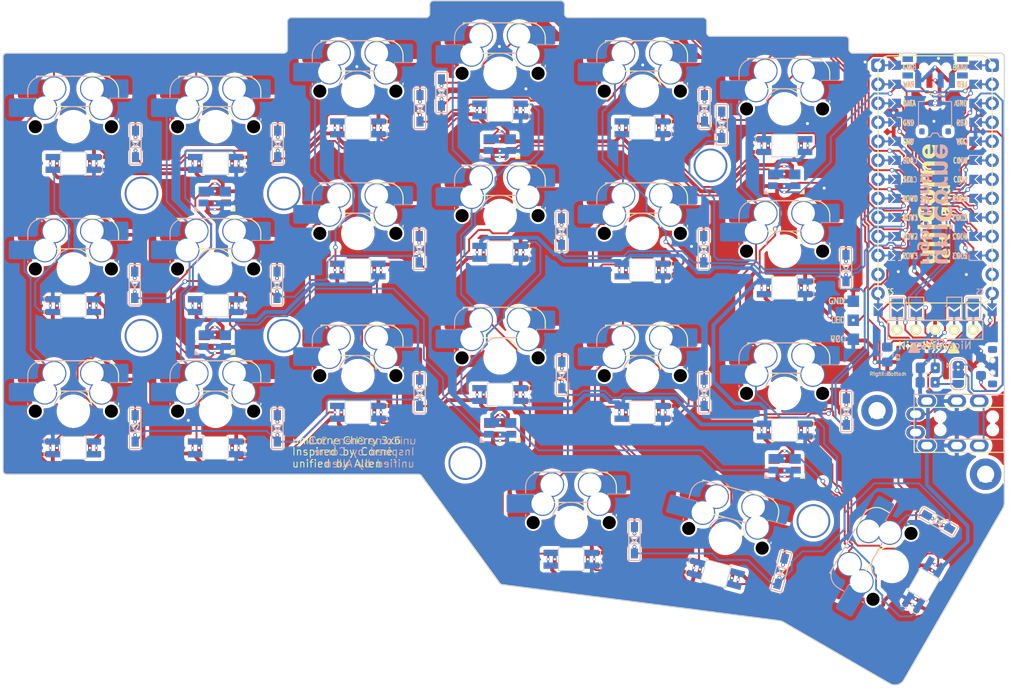
<source format=kicad_pcb>
(kicad_pcb (version 20221018) (generator pcbnew)
  (layers (0 "F.Cu" signal) (31 "B.Cu" signal) (34 "B.Paste" user) (35 "F.Paste" user) (36 "B.SilkS" user "B.Silkscreen") (37 "F.SilkS" user "F.Silkscreen") (38 "B.Mask" user) (39 "F.Mask" user) (44 "Edge.Cuts" user))
  (net 0 "")
  (net 1 "unconnected-(U1-RAW-Pad24)")
  (net 2 "unconnected-(PSW1-C-Pad3)")
  (net 4 "row3")
  (net 5 "row2")
  (net 6 "row1")
  (net 7 "row0")
  (net 8 "col5")
  (net 9 "col4")
  (net 10 "col3")
  (net 11 "col2")
  (net 12 "col1")
  (net 13 "col0")
  (net 14 "VCC")
  (net 15 "SDA")
  (net 16 "SCL")
  (net 17 "RESET")
  (net 18 "Net-(L5-DIN)")
  (net 19 "Net-(L3-DOUT)")
  (net 20 "Net-(L3-DIN)")
  (net 21 "Net-(L26-DOUT)")
  (net 22 "Net-(L25-DOUT)")
  (net 23 "Net-(L23-DIN)")
  (net 24 "Net-(L22-DOUT)")
  (net 25 "Net-(L22-DIN)")
  (net 26 "Net-(L21-DIN)")
  (net 27 "Net-(L2-DIN)")
  (net 28 "Net-(L19-DIN)")
  (net 29 "Net-(L18-DIN)")
  (net 30 "Net-(L17-DOUT)")
  (net 31 "Net-(L16-DIN)")
  (net 32 "Net-(L15-DIN)")
  (net 33 "Net-(L14-DOUT)")
  (net 34 "Net-(L14-DIN)")
  (net 35 "Net-(L13-DIN)")
  (net 36 "Net-(L12-DOUT)")
  (net 37 "Net-(L12-DIN)")
  (net 38 "Net-(L11-DOUT)")
  (net 39 "Net-(L11-DIN)")
  (net 40 "Net-(L10-DOUT)")
  (net 41 "Net-(L10-DIN)")
  (net 42 "Net-(L1-DOUT)")
  (net 43 "Net-(L1-DIN)")
  (net 44 "Net-(JP9-C)")
  (net 45 "Net-(J3-Pin_2)")
  (net 46 "Net-(J2-Pin_5)")
  (net 47 "Net-(J2-Pin_4)")
  (net 48 "Net-(J2-Pin_2)")
  (net 49 "Net-(J2-Pin_1)")
  (net 50 "Net-(D9-A)")
  (net 51 "Net-(D8-A)")
  (net 52 "Net-(D7-A)")
  (net 53 "Net-(D6-A)")
  (net 54 "Net-(D5-A)")
  (net 55 "Net-(D4-A)")
  (net 56 "Net-(D3-A)")
  (net 57 "Net-(D21-A)")
  (net 58 "Net-(D20-A)")
  (net 59 "Net-(D2-A)")
  (net 60 "Net-(D19-A)")
  (net 61 "Net-(D18-A)")
  (net 62 "Net-(D17-A)")
  (net 63 "Net-(D16-A)")
  (net 64 "Net-(D15-A)")
  (net 65 "Net-(D14-A)")
  (net 66 "Net-(D13-A)")
  (net 67 "Net-(D12-A)")
  (net 68 "Net-(D11-A)")
  (net 69 "Net-(D10-A)")
  (net 70 "Net-(D1-A)")
  (net 71 "LED")
  (net 72 "IS_LEFT")
  (net 73 "GND")
  (net 74 "DATA")
  (net 75 "CS")
  (net 76 "BAT+")
  (footprint "TB2086_MISC:M2_Hole_TH_Outside" (layer "F.Cu") (at 98.46 105.85)
    (fp_text reference "H6" hide)
    (fp_text value "MountingHole" hide)
  )
  (footprint "TB2086_LED:LED_SK6812MINI-E_rev" (layer "F.Cu") (at 156.1818 137.633 165)
    (fp_text reference "L20")
    (fp_text value "SK6812MINI-E" hide)
    (fp_line (start -1.7 -1.5) (end 1.7 -1.5) (stroke (width 0.12)) (layer "Edge.Cuts"))
    (fp_line (start -1.7 1.5) (end -1.7 -1.5) (stroke (width 0.12)) (layer "Edge.Cuts"))
    (fp_line (start 1.7 -1.5) (end 1.7 1.5) (stroke (width 0.12)) (layer "Edge.Cuts"))
    (fp_line (start 1.7 1.5) (end -1.7 1.5) (stroke (width 0.12)) (layer "Edge.Cuts"))
  )
  (footprint "TB2086_LED:LED_SK6812MINI-E_rev" (layer "F.Cu") (at 136.85 135.6996)
    (fp_text reference "L19")
    (fp_text value "SK6812MINI-E" hide)
    (fp_line (start -1.7 -1.5) (end 1.7 -1.5) (stroke (width 0.12)) (layer "Edge.Cuts"))
    (fp_line (start -1.7 1.5) (end -1.7 -1.5) (stroke (width 0.12)) (layer "Edge.Cuts"))
    (fp_line (start 1.7 -1.5) (end 1.7 1.5) (stroke (width 0.12)) (layer "Edge.Cuts"))
    (fp_line (start 1.7 1.5) (end -1.7 1.5) (stroke (width 0.12)) (layer "Edge.Cuts"))
  )
  (footprint "TB2086_LED:LED_SK6812MINI-E_rev" (layer "F.Cu") (at 165.35 99.4496)
    (fp_text reference "L12")
    (fp_text value "SK6812MINI-E" hide)
    (fp_line (start -1.7 -1.5) (end 1.7 -1.5) (stroke (width 0.12)) (layer "Edge.Cuts"))
    (fp_line (start -1.7 1.5) (end -1.7 -1.5) (stroke (width 0.12)) (layer "Edge.Cuts"))
    (fp_line (start 1.7 -1.5) (end 1.7 1.5) (stroke (width 0.12)) (layer "Edge.Cuts"))
    (fp_line (start 1.7 1.5) (end -1.7 1.5) (stroke (width 0.12)) (layer "Edge.Cuts"))
  )
  (footprint "TB2086_LED:LED_SK6812MINI-E_rev" (layer "F.Cu") (at 146.35 97.0746)
    (fp_text reference "L11")
    (fp_text value "SK6812MINI-E" hide)
    (fp_line (start -1.7 -1.5) (end 1.7 -1.5) (stroke (width 0.12)) (layer "Edge.Cuts"))
    (fp_line (start -1.7 1.5) (end -1.7 -1.5) (stroke (width 0.12)) (layer "Edge.Cuts"))
    (fp_line (start 1.7 -1.5) (end 1.7 1.5) (stroke (width 0.12)) (layer "Edge.Cuts"))
    (fp_line (start 1.7 1.5) (end -1.7 1.5) (stroke (width 0.12)) (layer "Edge.Cuts"))
  )
  (footprint "TB2086_MISC:M2_Hole_TH_Outside" (layer "F.Cu") (at 122.7 122.85)
    (fp_text reference "H4" hide)
    (fp_text value "MountingHole" hide)
  )
  (footprint "TB2086_LED:LED_SK6812MINI-E_rev" (layer "F.Cu") (at 89.35 120.8246)
    (fp_text reference "L14")
    (fp_text value "SK6812MINI-E" hide)
    (fp_line (start -1.7 -1.5) (end 1.7 -1.5) (stroke (width 0.12)) (layer "Edge.Cuts"))
    (fp_line (start -1.7 1.5) (end -1.7 -1.5) (stroke (width 0.12)) (layer "Edge.Cuts"))
    (fp_line (start 1.7 -1.5) (end 1.7 1.5) (stroke (width 0.12)) (layer "Edge.Cuts"))
    (fp_line (start 1.7 1.5) (end -1.7 1.5) (stroke (width 0.12)) (layer "Edge.Cuts"))
  )
  (footprint "Resistor_SMD:R_0805_2012Metric_Pad1.20x1.40mm_HandSolder" (layer "F.Cu") (at 179.07 108.36 90)
    (fp_text reference "R2")
    (fp_text value "10k" hide)
  )
  (footprint "TB2086_MISC:M2_Hole_TH" (layer "F.Cu") (at 177.7 115.85)
    (fp_text reference "H2")
    (fp_text value "MountingHole")
  )
  (footprint "Jumper:SolderJumper-2_P1.3mm_Open_TrianglePad1.0x1.5mm" (layer "F.Cu") (at 180.4 102.1 -90)
    (fp_text reference "JP1" hide)
    (fp_text value " ")
  )
  (footprint "TB2086_LED:LED_SK6812MINI-E_rev" (layer "F.Cu") (at 165.35 118.4496)
    (fp_text reference "L18")
    (fp_text value "SK6812MINI-E" hide)
    (fp_line (start -1.7 -1.5) (end 1.7 -1.5) (stroke (width 0.12)) (layer "Edge.Cuts"))
    (fp_line (start -1.7 1.5) (end -1.7 -1.5) (stroke (width 0.12)) (layer "Edge.Cuts"))
    (fp_line (start 1.7 -1.5) (end 1.7 1.5) (stroke (width 0.12)) (layer "Edge.Cuts"))
    (fp_line (start 1.7 1.5) (end -1.7 1.5) (stroke (width 0.12)) (layer "Edge.Cuts"))
  )
  (footprint "TB2086_LED:LED_SK6812MINI-E_rev" (layer "F.Cu") (at 70.35 101.8246 180)
    (fp_text reference "L7")
    (fp_text value "SK6812MINI-E" hide)
    (fp_line (start -1.7 -1.5) (end 1.7 -1.5) (stroke (width 0.12)) (layer "Edge.Cuts"))
    (fp_line (start -1.7 1.5) (end -1.7 -1.5) (stroke (width 0.12)) (layer "Edge.Cuts"))
    (fp_line (start 1.7 -1.5) (end 1.7 1.5) (stroke (width 0.12)) (layer "Edge.Cuts"))
    (fp_line (start 1.7 1.5) (end -1.7 1.5) (stroke (width 0.12)) (layer "Edge.Cuts"))
  )
  (footprint "TB2086_MISC:M2_Hole_TH_Outside" (layer "F.Cu") (at 79.45 105.85)
    (fp_text reference "H9" hide)
    (fp_text value "MountingHole" hide)
  )
  (footprint "TB2086_MISC:M2_Hole_TH_Outside" (layer "F.Cu") (at 98.46 86.85)
    (fp_text reference "H7" hide)
    (fp_text value "MountingHole" hide)
  )
  (footprint "TB2086_MISC:Nice!View" (layer "F.Cu") (at 185.45 105.05 180)
    (fp_text reference "J2" hide)
    (fp_text value "Nice!View" hide)
  )
  (footprint "Jumper:SolderJumper-2_P1.3mm_Open_TrianglePad1.0x1.5mm" (layer "F.Cu") (at 190.56 102.1 -90)
    (fp_text reference "JP4" hide)
    (fp_text value " ")
  )
  (footprint "TB2086_LED:LED_SK6812MINI-E_rev" (layer "F.Cu") (at 183.9435 139.1 -120)
    (fp_text reference "L21")
    (fp_text value "SK6812MINI-E" hide)
    (fp_line (start -1.7 -1.5) (end 1.7 -1.5) (stroke (width 0.12)) (layer "Edge.Cuts"))
    (fp_line (start -1.7 1.5) (end -1.7 -1.5) (stroke (width 0.12)) (layer "Edge.Cuts"))
    (fp_line (start 1.7 -1.5) (end 1.7 1.5) (stroke (width 0.12)) (layer "Edge.Cuts"))
    (fp_line (start 1.7 1.5) (end -1.7 1.5) (stroke (width 0.12)) (layer "Edge.Cuts"))
  )
  (footprint "TB2086_SMD:Molex_Pico-EZmate_78171-0002_1x02-1MP_P1.20mm_Vertical_rev" (layer "F.Cu") (at 185.45 76.65)
    (fp_text reference "J3" hide)
    (fp_text value "Conn_01x02")
  )
  (footprint "TB2086_MISC:SolderJumper-3_P1.3mm_Bridged2Bar12_RoundedPad1.0x1.5mm_rev" (layer "F.Cu") (at 188.5525 111 -90)
    (fp_text reference "JP9" hide)
    (fp_text value "Jumper_3_Bridged12")
  )
  (footprint "TB2086_MISC:M2_Hole_TH_Outside" (layer "F.Cu") (at 79.45 86.85)
    (fp_text reference "H8" hide)
    (fp_text value "MountingHole" hide)
  )
  (footprint "TB2086_MISC:ProMicro-ish-dn-rev-unrouted_3x6" (layer "F.Cu") (at 185.3 86.28)
    (fp_text reference "U1" hide)
    (fp_text value "ProMicro-ish")
  )
  (footprint "TB2086_LED:LED_SK6812MINI-E_rev" (layer "F.Cu") (at 127.35 113.6996)
    (fp_text reference "L16")
    (fp_text value "SK6812MINI-E" hide)
    (fp_line (start -1.7 -1.5) (end 1.7 -1.5) (stroke (width 0.12)) (layer "Edge.Cuts"))
    (fp_line (start -1.7 1.5) (end -1.7 -1.5) (stroke (width 0.12)) (layer "Edge.Cuts"))
    (fp_line (start 1.7 -1.5) (end 1.7 1.5) (stroke (width 0.12)) (layer "Edge.Cuts"))
    (fp_line (start 1.7 1.5) (end -1.7 1.5) (stroke (width 0.12)) (layer "Edge.Cuts"))
  )
  (footprint "TB2086_LED:LED_SK6812MINI-E_rev" (layer "F.Cu") (at 108.35 116.0746)
    (fp_text reference "L15")
    (fp_text value "SK6812MINI-E" hide)
    (fp_line (start -1.7 -1.5) (end 1.7 -1.5) (stroke (width 0.12)) (layer "Edge.Cuts"))
    (fp_line (start -1.7 1.5) (end -1.7 -1.5) (stroke (width 0.12)) (layer "Edge.Cuts"))
    (fp_line (start 1.7 -1.5) (end 1.7 1.5) (stroke (width 0.12)) (layer "Edge.Cuts"))
    (fp_line (start 1.7 1.5) (end -1.7 1.5) (stroke (width 0.12)) (layer "Edge.Cuts"))
  )
  (footprint "TB2086_LED:LED_SK6812MINI-E_rev" (layer "F.Cu") (at 70.35 82.8246)
    (fp_text reference "L1")
    (fp_text value "SK6812MINI-E" hide)
    (fp_line (start -1.7 -1.5) (end 1.7 -1.5) (stroke (width 0.12)) (layer "Edge.Cuts"))
    (fp_line (start -1.7 1.5) (end -1.7 -1.5) (stroke (width 0.12)) (layer "Edge.Cuts"))
    (fp_line (start 1.7 -1.5) (end 1.7 1.5) (stroke (width 0.12)) (layer "Edge.Cuts"))
    (fp_line (start 1.7 1.5) (end -1.7 1.5) (stroke (width 0.12)) (layer "Edge.Cuts"))
  )
  (footprint "TB2086_LED:LED_SK6812MINI-E_rev" (layer "F.Cu") (at 108.35 78.0746)
    (fp_text reference "L3")
    (fp_text value "SK6812MINI-E" hide)
    (fp_line (start -1.7 -1.5) (end 1.7 -1.5) (stroke (width 0.12)) (layer "Edge.Cuts"))
    (fp_line (start -1.7 1.5) (end -1.7 -1.5) (stroke (width 0.12)) (layer "Edge.Cuts"))
    (fp_line (start 1.7 -1.5) (end 1.7 1.5) (stroke (width 0.12)) (layer "Edge.Cuts"))
    (fp_line (start 1.7 1.5) (end -1.7 1.5) (stroke (width 0.12)) (layer "Edge.Cuts"))
  )
  (footprint "TB2086_MISC:M2_Hole_TH_Outside" (layer "F.Cu") (at 169.2 130.6)
    (fp_text reference "H3" hide)
    (fp_text value "MountingHole" hide)
  )
  (footprint "TB2086_LED:LED_SK6812MINI-E_rev" (layer "F.Cu") (at 146.35 78.0746)
    (fp_text reference "L5")
    (fp_text value "SK6812MINI-E" hide)
    (fp_line (start -1.7 -1.5) (end 1.7 -1.5) (stroke (width 0.12)) (layer "Edge.Cuts"))
    (fp_line (start -1.7 1.5) (end -1.7 -1.5) (stroke (width 0.12)) (layer "Edge.Cuts"))
    (fp_line (start 1.7 -1.5) (end 1.7 1.5) (stroke (width 0.12)) (layer "Edge.Cuts"))
    (fp_line (start 1.7 1.5) (end -1.7 1.5) (stroke (width 0.12)) (layer "Edge.Cuts"))
  )
  (footprint "TB2086_LED:LED_SK6812MINI-E_rev" (layer "F.Cu") (at 165.35 80.4496 180)
    (fp_text reference "L6")
    (fp_text value "SK6812MINI-E" hide)
    (fp_line (start -1.7 -1.5) (end 1.7 -1.5) (stroke (width 0.12)) (layer "Edge.Cuts"))
    (fp_line (start -1.7 1.5) (end -1.7 -1.5) (stroke (width 0.12)) (layer "Edge.Cuts"))
    (fp_line (start 1.7 -1.5) (end 1.7 1.5) (stroke (width 0.12)) (layer "Edge.Cuts"))
    (fp_line (start 1.7 1.5) (end -1.7 1.5) (stroke (width 0.12)) (layer "Edge.Cuts"))
  )
  (footprint "TB2086_LED:LED_SK6812MINI-E_rev" (layer "F.Cu") (at 127.35 94.6996)
    (fp_text reference "L10")
    (fp_text value "SK6812MINI-E" hide)
    (fp_line (start -1.7 -1.5) (end 1.7 -1.5) (stroke (width 0.12)) (layer "Edge.Cuts"))
    (fp_line (start -1.7 1.5) (end -1.7 -1.5) (stroke (width 0.12)) (layer "Edge.Cuts"))
    (fp_line (start 1.7 -1.5) (end 1.7 1.5) (stroke (width 0.12)) (layer "Edge.Cuts"))
    (fp_line (start 1.7 1.5) (end -1.7 1.5) (stroke (width 0.12)) (layer "Edge.Cuts"))
  )
  (footprint "TB2086_SMD:R_0805_2012Metric_Pad1.20x1.40mm_HandSolder_rev" (layer "F.Cu") (at 184.485 110.135 180)
    (fp_text reference "R3" hide)
    (fp_text value "4.7k")
  )
  (footprint "TB2086_LED:LED_SK6812MINI-E_rev" (layer "F.Cu") (at 70.35 120.8246 180)
    (fp_text reference "L13")
    (fp_text value "SK6812MINI-E" hide)
    (fp_line (start -1.7 -1.5) (end 1.7 -1.5) (stroke (width 0.12)) (layer "Edge.Cuts"))
    (fp_line (start -1.7 1.5) (end -1.7 -1.5) (stroke (width 0.12)) (layer "Edge.Cuts"))
    (fp_line (start 1.7 -1.5) (end 1.7 1.5) (stroke (width 0.12)) (layer "Edge.Cuts"))
    (fp_line (start 1.7 1.5) (end -1.7 1.5) (stroke (width 0.12)) (layer "Edge.Cuts"))
  )
  (footprint "TB2086_LED:LED_SK6812MINI-E_rev" (layer "F.Cu") (at 108.35 97.0746 180)
    (fp_text reference "L9")
    (fp_text value "SK6812MINI-E" hide)
    (fp_line (start -1.7 -1.5) (end 1.7 -1.5) (stroke (width 0.12)) (layer "Edge.Cuts"))
    (fp_line (start -1.7 1.5) (end -1.7 -1.5) (stroke (width 0.12)) (layer "Edge.Cuts"))
    (fp_line (start 1.7 -1.5) (end 1.7 1.5) (stroke (width 0.12)) (layer "Edge.Cuts"))
    (fp_line (start 1.7 1.5) (end -1.7 1.5) (stroke (width 0.12)) (layer "Edge.Cuts"))
  )
  (footprint "TB2086_MISC:M2_Hole_TH" (layer "F.Cu") (at 192.2 124.35)
    (fp_text reference "H1")
    (fp_text value "MountingHole")
  )
  (footprint "TB2086_SMD:SW_SPDT_PCM12_reversible" (layer "F.Cu") (at 185.45 70.3 180)
    (fp_text reference "PSW1" hide)
    (fp_text value "SW_SPDT" hide)
  )
  (footprint "TB2086_MISC:StripLED_rev" (layer "F.Cu") (at 174.53 101.23)
    (fp_text reference "J4" hide)
    (fp_text value "Conn_01x03" hide)
  )
  (footprint "TB2086_LED:LED_SK6812MINI-E_rev" (layer "F.Cu") (at 146.35 116.0746)
    (fp_text reference "L17")
    (fp_text value "SK6812MINI-E" hide)
    (fp_line (start -1.7 -1.5) (end 1.7 -1.5) (stroke (width 0.12)) (layer "Edge.Cuts"))
    (fp_line (start -1.7 1.5) (end -1.7 -1.5) (stroke (width 0.12)) (layer "Edge.Cuts"))
    (fp_line (start 1.7 -1.5) (end 1.7 1.5) (stroke (width 0.12)) (layer "Edge.Cuts"))
    (fp_line (start 1.7 1.5) (end -1.7 1.5) (stroke (width 0.12)) (layer "Edge.Cuts"))
  )
  (footprint "TB2086_MISC:M2_Hole_TH_Outside" (layer "F.Cu") (at 155.46 83.1)
    (fp_text reference "H5" hide)
    (fp_text value "MountingHole" hide)
  )
  (footprint "TB2086_MISC:TRRS-PJ-320A-rev" (layer "F.Cu") (at 194.65 118.42 -90)
    (fp_text reference "J1" hide)
    (fp_text value "MJ-4PP-9" hide)
  )
  (footprint "Jumper:SolderJumper-2_P1.3mm_Open_TrianglePad1.0x1.5mm" (layer "F.Cu") (at 182.94 102.1 -90)
    (fp_text reference "JP2" hide)
    (fp_text value " ")
  )
  (footprint "TB2086_LED:LED_SK6812MINI-E_rev" (layer "F.Cu") (at 127.35 75.6996)
    (fp_text reference "L4")
    (fp_text value "SK6812MINI-E" hide)
    (fp_line (start -1.7 -1.5) (end 1.7 -1.5) (stroke (width 0.12)) (layer "Edge.Cuts"))
    (fp_line (start -1.7 1.5) (end -1.7 -1.5) (stroke (width 0.12)) (layer "Edge.Cuts"))
    (fp_line (start 1.7 -1.5) (end 1.7 1.5) (stroke (width 0.12)) (layer "Edge.Cuts"))
    (fp_line (start 1.7 1.5) (end -1.7 1.5) (stroke (width 0.12)) (layer "Edge.Cuts"))
  )
  (footprint "TB2086_LED:LED_SK6812MINI-E_rev" (layer "F.Cu") (at 89.35 82.8246)
    (fp_text reference "L2")
    (fp_text value "SK6812MINI-E" hide)
    (fp_line (start -1.7 -1.5) (end 1.7 -1.5) (stroke (width 0.12)) (layer "Edge.Cuts"))
    (fp_line (start -1.7 1.5) (end -1.7 -1.5) (stroke (width 0.12)) (layer "Edge.Cuts"))
    (fp_line (start 1.7 -1.5) (end 1.7 1.5) (stroke (width 0.12)) (layer "Edge.Cuts"))
    (fp_line (start 1.7 1.5) (end -1.7 1.5) (stroke (width 0.12)) (layer "Edge.Cuts"))
  )
  (footprint "TB2086_SMD:R_0805_2012Metric_Pad1.20x1.40mm_HandSolder_rev" (layer "F.Cu") (at 184.46 112.07)
    (fp_text reference "R4" hide)
    (fp_text value "4.7k")
  )
  (footprint "Jumper:SolderJumper-2_P1.3mm_Open_TrianglePad1.0x1.5mm" (layer "F.Cu") (at 188.02 102.1 -90)
    (fp_text reference "JP3" hide)
    (fp_text value " ")
  )
  (footprint "TB2086_LED:LED_SK6812MINI-E_rev" (layer "F.Cu") (at 89.35 101.8246)
    (fp_text reference "L8")
    (fp_text value "SK6812MINI-E" hide)
    (fp_line (start -1.7 -1.5) (end 1.7 -1.5) (stroke (width 0.12)) (layer "Edge.Cuts"))
    (fp_line (start -1.7 1.5) (end -1.7 -1.5) (stroke (width 0.12)) (layer "Edge.Cuts"))
    (fp_line (start 1.7 -1.5) (end 1.7 1.5) (stroke (width 0.12)) (layer "Edge.Cuts"))
    (fp_line (start 1.7 1.5) (end -1.7 1.5) (stroke (width 0.12)) (layer "Edge.Cuts"))
  )
  (footprint "TB2086_SMD:D3_SMD_rev" (layer "B.Cu") (at 185.85 130.7 150)
    (fp_text reference "D21" hide)
    (fp_text value "D" hide)
  )
  (footprint "Jumper:SolderJumper-2_P1.3mm_Open_TrianglePad1.0x1.5mm" (layer "B.Cu") (at 182.94 102.1 -90)
    (fp_text reference "JP6" hide)
    (fp_text value " ")
  )
  (footprint "TB2086_SMD:D3_SMD_rev" (layer "B.Cu") (at 97.6 118.225 90)
    (fp_text reference "D14" hide)
    (fp_text value "D" hide)
  )
  (footprint "TB2086_KEYSWITCH:SW_MX_HS_1u_reversible" (layer "B.Cu") (at 127.35 89.7996 180)
    (fp_text reference "SW10")
    (fp_text value "SW_MX_HS" hide)
  )
  (footprint "TB2086_KEYSWITCH:SW_MX_HS_1u_reversible" (layer "B.Cu") (at 89.35 77.9246 180)
    (fp_text reference "SW2")
    (fp_text value "SW_MX_HS" hide)
  )
  (footprint "TB2086_KEYSWITCH:SW_MX_HS_1u_reversible" (layer "B.Cu") (at 165.35 113.5496 180)
    (fp_text reference "SW18")
    (fp_text value "SW_MX_HS" hide)
  )
  (footprint "TB2086_SMD:D3_SMD_rev" (layer "B.Cu") (at 156.95 77.67 90)
    (fp_text reference "D6" hide)
    (fp_text value "D" hide)
  )
  (footprint "TB2086_KEYSWITCH:SW_MX_HS_1u_reversible" (layer "B.Cu") (at 89.35 115.9246 180)
    (fp_text reference "SW14")
    (fp_text value "SW_MX_HS" hide)
  )
  (footprint "Jumper:SolderJumper-2_P1.3mm_Open_TrianglePad1.0x1.5mm" (layer "B.Cu") (at 180.4 102.1 -90)
    (fp_text reference "JP5" hide)
    (fp_text value " ")
  )
  (footprint "TB2086_KEYSWITCH:SW_MX_HS_1u_reversible" (layer "B.Cu") (at 70.35 115.9246 180)
    (fp_text reference "SW13")
    (fp_text value "SW_MX_HS" hide)
  )
  (footprint "TB2086_KEYSWITCH:SW_MX_HS_1u_reversible" (layer "B.Cu") (at 146.35 92.1746 180)
    (fp_text reference "SW11")
    (fp_text value "SW_MX_HS" hide)
  )
  (footprint "TB2086_SMD:D3_SMD_rev" (layer "B.Cu") (at 145.3 133.15 90)
    (fp_text reference "D19" hide)
    (fp_text value "D" hide)
  )
  (footprint "TB2086_SMD:D3_SMD_rev" (layer "B.Cu") (at 135.6 111.1 90)
    (fp_text reference "D16" hide)
    (fp_text value "D" hide)
  )
  (footprint "TB2086_KEYSWITCH:SW_MX_HS_1u_reversible" (layer "B.Cu") (at 89.35 96.9246 180)
    (fp_text reference "SW8")
    (fp_text value "SW_MX_HS" hide)
  )
  (footprint "TB2086_SMD:D3_SMD_rev" (layer "B.Cu") (at 154.6 113.475 90)
    (fp_text reference "D17" hide)
    (fp_text value "D" hide)
  )
  (footprint "TB2086_SMD:SMT 2X4X3.5MM Tactile Tact Push Button rev" (layer "B.Cu") (at 193.13 109.975 90)
    (fp_text reference "RSW1" hide)
    (fp_text value "SMT 2X4X3.5MM Tactile Tact Push Button")
    (fp_circle (center -0.8 0) (end -0.45 0) (stroke (width 0.12)) (fill none) (layer "Edge.Cuts"))
    (fp_circle (center 0.85 0) (end 1.2 0) (stroke (width 0.12)) (fill none) (layer "Edge.Cuts"))
  )
  (footprint "TB2086_LED:LED_SK6812MINI_PLCC4_3.5x3.5mm_P1.75mm_rev_all" (layer "B.Cu") (at 127.3 80.25 180)
    (fp_text reference "L23" hide)
    (fp_text value "SK6812MINI")
  )
  (footprint "TB2086_KEYSWITCH:SW_MX_HS_1u_reversible" (layer "B.Cu") (at 146.35 73.1746 180)
    (fp_text reference "SW5")
    (fp_text value "SW_MX_HS" hide)
  )
  (footprint "TB2086_KEYSWITCH:SW_MX_HS_1u_reversible" (layer "B.Cu") (at 146.35 111.1746 180)
    (fp_text reference "SW17")
    (fp_text value "SW_MX_HS" hide)
  )
  (footprint "TB2086_SMD:D3_SMD_rev" (layer "B.Cu") (at 116.55 94.3 90)
    (fp_text reference "D9" hide)
    (fp_text value "D" hide)
  )
  (footprint "TB2086_KEYSWITCH:SW_MX_HS_1u_reversible" (layer "B.Cu") (at 70.35 96.9246 180)
    (fp_text reference "SW7")
    (fp_text value "SW_MX_HS" hide)
  )
  (footprint "TB2086_SMD:D3_SMD_rev" (layer "B.Cu") (at 173.6 115.975 90)
    (fp_text reference "D18" hide)
    (fp_text value "D" hide)
  )
  (footprint "TB2086_SMD:D3_SMD_rev" (layer "B.Cu") (at 164.9 137.3 75)
    (fp_text reference "D20" hide)
    (fp_text value "D" hide)
  )
  (footprint "TB2086_SMD:D3_SMD_rev" (layer "B.Cu") (at 119.52 73.36 90)
    (fp_text reference "D4" hide)
    (fp_text value "D" hide)
  )
  (footprint "TB2086_SMD:D3_SMD_rev" (layer "B.Cu") (at 116.6 113.475 90)
    (fp_text reference "D15" hide)
    (fp_text value "D" hide)
  )
  (footprint "TB2086_KEYSWITCH:SW_MX_HS_1u_reversible" (layer "B.Cu") (at 70.35 77.9246 180)
    (fp_text reference "SW1")
    (fp_text value "SW_MX_HS" hide)
  )
  (footprint "TB2086_KEYSWITCH:SW_MX_HS_1u_reversible" (layer "B.Cu") (at 157.45 132.9 165)
    (fp_text reference "SW20")
    (fp_text value "SW_MX_HS" hide)
  )
  (footprint "TB2086_KEYSWITCH:SW_MX_HS_1u_reversible" (layer "B.Cu") (at 179.7 136.65 -120)
    (fp_text reference "SW21")
    (fp_text value "SW_MX_HS" hide)
  )
  (footprint "TB2086_KEYSWITCH:SW_MX_HS_1u_reversible" (layer "B.Cu") (at 108.35 73.1746 180)
    (fp_text reference "SW3")
    (fp_text value "SW_MX_HS" hide)
  )
  (footprint "TB2086_SMD:D3_SMD_rev" (layer "B.Cu") (at 78.55 99.05 90)
    (fp_text reference "D7" hide)
    (fp_text value "D" hide)
  )
  (footprint "TB2086_SMD:D3_SMD_rev" (layer "B.Cu") (at 154.55 94.3 90)
    (fp_text reference "D11" hide)
    (fp_text value "D" hide)
  )
  (footprint "TB2086_SMD:D3_SMD_rev" (layer "B.Cu") (at 78.65 80.225 90)
    (fp_text reference "D1" hide)
    (fp_text value "D" hide)
  )
  (footprint "TB2086_KEYSWITCH:SW_MX_HS_1u_reversible" (layer "B.Cu") (at 165.35 75.5496 180)
    (fp_text reference "SW6")
    (fp_text value "SW_MX_HS" hide)
  )
  (footprint "Resistor_SMD:R_0805_2012Metric_Pad1.20x1.40mm_HandSolder" (layer "B.Cu") (at 179.07 108.37 90)
    (fp_text reference "R1")
    (fp_text value "10k" hide)
  )
  (footprint "TB2086_LED:LED_SK6812MINI_PLCC4_3.5x3.5mm_P1.75mm_rev_all" (layer "B.Cu") (at 165.3 84.95 180)
    (fp_text reference "L24" hide)
    (fp_text value "SK6812MINI")
  )
  (footprint "TB2086_LED:LED_SK6812MINI_PLCC4_3.5x3.5mm_P1.75mm_rev_all" (layer "B.Cu") (at 89.25 87.25 180)
    (fp_text reference "L22" hide)
    (fp_text value "SK6812MINI")
  )
  (footprint "TB2086_KEYSWITCH:SW_MX_HS_1u_reversible" (layer "B.Cu") (at 127.35 108.7996 180)
    (fp_text reference "SW16")
    (fp_text value "SW_MX_HS" hide)
  )
  (footprint "TB2086_SMD:D3_SMD_rev" (layer "B.Cu") (at 97.55 99.05 90)
    (fp_text reference "D8" hide)
    (fp_text value "D" hide)
  )
  (footprint "TB2086_SMD:D3_SMD_rev" (layer "B.Cu") (at 78.6 118.225 90)
    (fp_text reference "D13" hide)
    (fp_text value "D" hide)
  )
  (footprint "TB2086_SMD:D3_SMD_rev" (layer "B.Cu") (at 97.65 80.225 90)
    (fp_text reference "D2" hide)
    (fp_text value "D" hide)
  )
  (footprint "TB2086_SMD:D3_SMD_rev" (layer "B.Cu") (at 116.65 75.475 90)
    (fp_text reference "D3" hide)
    (fp_text value "D" hide)
  )
  (footprint "TB2086_SMD:D3_SMD_rev" (layer "B.Cu") (at 135.55 91.925 90)
    (fp_text reference "D10" hide)
    (fp_text value "D" hide)
  )
  (footprint "TB2086_LED:LED_SK6812MINI_PLCC4_3.5x3.5mm_P1.75mm_rev_all" (layer "B.Cu") (at 127.35 118.15 180)
    (fp_text reference "L26" hide)
    (fp_text value "SK6812MINI")
  )
  (footprint "Jumper:SolderJumper-2_P1.3mm_Open_TrianglePad1.0x1.5mm" (layer "B.Cu") (at 188.02 102.1 -90)
    (fp_text reference "JP7" hide)
    (fp_text value " ")
  )
  (footprint "TB2086_LED:LED_SK6812MINI_PLCC4_3.5x3.5mm_P1.75mm_rev_all" (layer "B.Cu") (at 89.25 106.43 180)
    (fp_text reference "L25" hide)
    (fp_text value "SK6812MINI")
  )
  (footprint "TB2086_LED:LED_SK6812MINI_PLCC4_3.5x3.5mm_P1.75mm_rev_all" (layer "B.Cu") (at 165.35 122.95 180)
    (fp_text reference "L27" hide)
    (fp_text value "SK6812MINI")
  )
  (footprint "TB2086_SMD:D3_SMD_rev" (layer "B.Cu") (at 154.65 75.475 90)
    (fp_text reference "D5" hide)
    (fp_text value "D" hide)
  )
  (footprint "TB2086_KEYSWITCH:SW_MX_HS_1u_reversible" (layer "B.Cu") (at 136.85 130.7996 180)
    (fp_text reference "SW19")
    (fp_text value "SW_MX_HS" hide)
  )
  (footprint "TB2086_KEYSWITCH:SW_MX_HS_1u_reversible" (layer "B.Cu") (at 165.35 94.5496 180)
    (fp_text reference "SW12")
    (fp_text value "SW_MX_HS" hide)
  )
  (footprint "TB2086_KEYSWITCH:SW_MX_HS_1u_reversible" (layer "B.Cu") (at 127.35 70.7996 180)
    (fp_text reference "SW4")
    (fp_text value "SW_MX_HS" hide)
  )
  (footprint "TB2086_KEYSWITCH:SW_MX_HS_1u_reversible" (layer "B.Cu") (at 108.35 92.1746 180)
    (fp_text reference "SW9")
    (fp_text value "SW_MX_HS" hide)
  )
  (footprint "Jumper:SolderJumper-2_P1.3mm_Open_TrianglePad1.0x1.5mm" (layer "B.Cu") (at 190.56 102.1 -90)
    (fp_text reference "JP8" hide)
    (fp_text value " ")
  )
  (footprint "TB2086_KEYSWITCH:SW_MX_HS_1u_reversible" (layer "B.Cu") (at 108.35 111.1746 180)
    (fp_text reference "SW15")
    (fp_text value "SW_MX_HS" hide)
  )
  (footprint "TB2086_SMD:D3_SMD_rev" (layer "B.Cu") (at 173.55 96.8 90)
    (fp_text reference "D12" hide)
    (fp_text value "D" hide)
  )
  (gr_arc (start 127.7 139.1) (mid 127.509608 139.060918) (end 127.35 138.95) (stroke (width 0.15)) (layer "Edge.Cuts"))
  (gr_line (start 165.025 144) (end 179.35 152.275) (stroke (width 0.15)) (layer "Edge.Cuts"))
  (gr_arc (start 60.95 68.6) (mid 61.096447 68.246447) (end 61.45 68.1) (stroke (width 0.15)) (layer "Edge.Cuts"))
  (gr_arc (start 136.45 63.35) (mid 136.096447 63.203553) (end 135.95 62.85) (stroke (width 0.15)) (layer "Edge.Cuts"))
  (gr_line (start 80.45 68.1) (end 61.45 68.1) (stroke (width 0.15)) (layer "Edge.Cuts"))
  (gr_arc (start 194.7 128.075) (mid 194.645818 128.527497) (end 194.475 128.95) (stroke (width 0.15)) (layer "Edge.Cuts"))
  (gr_arc (start 164.4 143.875) (mid 164.715617 143.921914) (end 165.025 144) (stroke (width 0.15)) (layer "Edge.Cuts"))
  (gr_line (start 154.45 63.35) (end 136.45 63.35) (stroke (width 0.15)) (layer "Edge.Cuts"))
  (gr_arc (start 194.2 68.1) (mid 194.553553 68.246447) (end 194.7 68.6) (stroke (width 0.15)) (layer "Edge.Cuts"))
  (gr_line (start 173.45 65.85) (end 155.45 65.85) (stroke (width 0.15)) (layer "Edge.Cuts"))
  (gr_arc (start 61.45 124.35) (mid 61.096447 124.203553) (end 60.95 123.85) (stroke (width 0.15)) (layer "Edge.Cuts"))
  (gr_line (start 116.45 124.35) (end 80.45 124.35) (stroke (width 0.15)) (layer "Edge.Cuts"))
  (gr_arc (start 117.95 62.85) (mid 117.803553 63.203553) (end 117.45 63.35) (stroke (width 0.15)) (layer "Edge.Cuts"))
  (gr_arc (start 154.45 63.35) (mid 154.803553 63.496447) (end 154.95 63.85) (stroke (width 0.15)) (layer "Edge.Cuts"))
  (gr_arc (start 135.45 61.1) (mid 135.803553 61.246447) (end 135.95 61.6) (stroke (width 0.15)) (layer "Edge.Cuts"))
  (gr_line (start 194.7 68.6) (end 194.7 128.075) (stroke (width 0.15)) (layer "Edge.Cuts"))
  (gr_line (start 173.95 66.35) (end 173.95 67.6) (stroke (width 0.15)) (layer "Edge.Cuts"))
  (gr_line (start 116.8 124.5) (end 127.35 138.95) (stroke (width 0.15)) (layer "Edge.Cuts"))
  (gr_line (start 98.95 63.85) (end 98.95 67.6) (stroke (width 0.15)) (layer "Edge.Cuts"))
  (gr_line (start 117.45 63.35) (end 99.45 63.35) (stroke (width 0.15)) (layer "Edge.Cuts"))
  (gr_arc (start 98.95 67.6) (mid 98.803553 67.953553) (end 98.45 68.1) (stroke (width 0.15)) (layer "Edge.Cuts"))
  (gr_line (start 154.95 65.35) (end 154.95 63.85) (stroke (width 0.15)) (layer "Edge.Cuts"))
  (gr_line (start 117.95 61.6) (end 117.95 62.85) (stroke (width 0.15)) (layer "Edge.Cuts"))
  (gr_line (start 135.45 61.1) (end 118.45 61.1) (stroke (width 0.15)) (layer "Edge.Cuts"))
  (gr_arc (start 98.95 63.85) (mid 99.096447 63.496447) (end 99.45 63.35) (stroke (width 0.15)) (layer "Edge.Cuts"))
  (gr_line (start 194.2 68.1) (end 174.45 68.1) (stroke (width 0.15)) (layer "Edge.Cuts"))
  (gr_line (start 60.95 68.6) (end 60.95 123.85) (stroke (width 0.15)) (layer "Edge.Cuts"))
  (gr_line (start 181.25 151.875) (end 194.475 128.95) (stroke (width 0.15)) (layer "Edge.Cuts"))
  (gr_arc (start 116.45 124.35) (mid 116.641342 124.38806) (end 116.803553 124.496447) (stroke (width 0.15)) (layer "Edge.Cuts"))
  (gr_arc (start 173.45 65.85) (mid 173.803553 65.996447) (end 173.95 66.35) (stroke (width 0.15)) (layer "Edge.Cuts"))
  (gr_line (start 135.95 62.85) (end 135.95 61.6) (stroke (width 0.15)) (layer "Edge.Cuts"))
  (gr_arc (start 117.95 61.6) (mid 118.096447 61.246447) (end 118.45 61.1) (stroke (width 0.15)) (layer "Edge.Cuts"))
  (gr_line (start 61.45 124.35) (end 80.45 124.35) (stroke (width 0.15)) (layer "Edge.Cuts"))
  (gr_arc (start 181.242949 151.878583) (mid 180.377399 152.463216) (end 179.35 152.275) (stroke (width 0.15)) (layer "Edge.Cuts"))
  (gr_arc (start 155.45 65.85) (mid 155.096447 65.703553) (end 154.95 65.35) (stroke (width 0.15)) (layer "Edge.Cuts"))
  (gr_line (start 98.45 68.1) (end 80.45 68.1) (stroke (width 0.15)) (layer "Edge.Cuts"))
  (gr_arc (start 174.45 68.1) (mid 174.096447 67.953553) (end 173.95 67.6) (stroke (width 0.15)) (layer "Edge.Cuts"))
  (gr_line (start 127.7 139.1) (end 164.4 143.875) (stroke (width 0.15)) (layer "Edge.Cuts"))
  (gr_text "▲" (at 183.79 108.2) (layer "B.SilkS") (effects (font (size 1.5 1.5) (thickness 0.3) bold) (justify left bottom mirror)))
  (gr_text "uniCorne" (at 184.974482 96.45 -90) (layer "B.SilkS") (effects (font (size 2.3 2.3) (thickness 0.3) bold italic) (justify left bottom mirror)))
  (gr_text "Inspired by Corne\nunified by Allen" (at 116 122.13) (layer "B.SilkS") (effects (font (size 1 1) (thickness 0.125)) (justify left mirror)))
  (gr_text "Left Bottom" (at 179.16 110.94) (layer "B.SilkS") (effects (font (size 0.5 0.5) (thickness 0.075)) (justify mirror)))
  (gr_text "GND" (at 172.51 106.29) (layer "B.SilkS") (effects (font (size 0.8 0.7) (thickness 0.125)) (justify mirror)))
  (gr_text "VCC" (at 172.51 101.21) (layer "B.SilkS") (effects (font (size 0.8 0.7) (thickness 0.125)) (justify mirror)))
  (gr_text "uniCorne Cherry 3x6" (at 116.13 119.95) (layer "B.SilkS") (effects (font (size 1 1) (thickness 0.125)) (justify left mirror)))
  (gr_text "right hand" (at 183.25 96.4 270) (layer "B.SilkS") (effects (font (size 1.5 1.5) (thickness 0.3) bold italic) (justify left bottom mirror)))
  (gr_text "LED" (at 172.51 103.75) (layer "B.SilkS") (effects (font (size 0.8 0.7) (thickness 0.125)) (justify mirror)))
  (gr_text "Right Bottom" (at 179.16 110.94) (layer "F.SilkS") (effects (font (size 0.5 0.5) (thickness 0.075))))
  (gr_text "VCC" (at 172.51 106.29) (layer "F.SilkS") (effects (font (size 0.8 0.7) (thickness 0.125))))
  (gr_text "left hand" (at 187.706 96.266 90) (layer "F.SilkS") (effects (font (size 1.5 1.5) (thickness 0.3) bold italic) (justify left bottom)))
  (gr_text "GND" (at 172.256 101.21) (layer "F.SilkS") (effects (font (size 0.8 0.7) (thickness 0.125))))
  (gr_text "LED" (at 172.51 103.75) (layer "F.SilkS") (effects (font (size 0.8 0.7) (thickness 0.125))))
  (gr_text "Inspired by Corne\nunified by Allen" (at 99.49 122.125) (layer "F.SilkS") (effects (font (size 1 1) (thickness 0.125)) (justify left)))
  (gr_text "▲" (at 189.04 108.25) (layer "F.SilkS") (effects (font (size 1.5 1.5) (thickness 0.3) bold) (justify left bottom mirror)))
  (gr_text "uniCorne" (at 185.928 96.45 90) (layer "F.SilkS") (effects (font (size 2.3 2.3) (thickness 0.3) bold italic) (justify left bottom)))
  (gr_text "uniCorne Cherry 3x6" (at 99.62 119.9) (layer "F.SilkS") (effects (font (size 1 1) (thickness 0.125)) (justify left)))
  (segment (start 189.484 73.15) (end 190.2784 72.3556) (width 0.25) (layer "F.Cu") (net 1))
  (via (at 189.484 73.15) (size 0.6) (drill 0.4) (layers "F.Cu" "B.Cu") (net 1))
  (segment (start 181.6756 73.19) (end 180.6856 72.2) (width 0.25) (layer "B.Cu") (net 1))
  (segment (start 186.766396 73.9) (end 185.211827 73.9) (width 0.25) (layer "B.Cu") (net 1))
  (segment (start 185.211827 73.9) (end 184.501827 73.19) (width 0.25) (layer "B.Cu") (net 1))
  (segment (start 189.444 73.19) (end 187.476396 73.19) (width 0.25) (layer "B.Cu") (net 1))
  (segment (start 189.484 73.15) (end 189.444 73.19) (width 0.25) (layer "B.Cu") (net 1))
  (segment (start 184.501827 73.19) (end 181.6756 73.19) (width 0.25) (layer "B.Cu") (net 1))
  (segment (start 187.476396 73.19) (end 186.766396 73.9) (width 0.25) (layer "B.Cu") (net 1))
  (segment (start 184.195 73.325) (end 185.45 73.325) (width 0.25) (layer "F.Cu") (net 2))
  (segment (start 183.2 72.33) (end 184.195 73.325) (width 0.25) (layer "F.Cu") (net 2))
  (segment (start 185.45 73.325) (end 186.705 73.325) (width 0.25) (layer "B.Cu") (net 2))
  (segment (start 186.705 73.325) (end 187.7 72.33) (width 0.25) (layer "B.Cu") (net 2))
  (segment (start 180.6264 95.1192) (end 181.1051 94.6405) (width 0.25) (layer "F.Cu") (net 4))
  (segment (start 188.3 91.107639) (end 188.3 91.413458) (width 0.25) (layer "F.Cu") (net 4))
  (segment (start 183.15 91.099468) (end 183.899468 90.35) (width 0.25) (layer "F.Cu") (net 4))
  (segment (start 176.5 103.58) (end 178.04 105.12) (width 0.25) (layer "F.Cu") (net 4))
  (segment (start 180.55 113.389384) (end 180.55 125.676915) (width 0.25) (layer "F.Cu") (net 4))
  (segment (start 183.15 92.23) (end 183.15 91.099468) (width 0.25) (layer "F.Cu") (net 4))
  (segment (start 180.6264 95.4736) (end 179.0574 97.0426) (width 0.25) (layer "F.Cu") (net 4))
  (segment (start 189.12 93.326396) (end 189.48 93.686396) (width 0.25) (layer "F.Cu") (net 4))
  (segment (start 182.29 93.09) (end 183.15 92.23) (width 0.25) (layer "F.Cu") (net 4))
  (segment (start 176.5 99.799188) (end 176.5 103.58) (width 0.25) (layer "F.Cu") (net 4))
  (segment (start 179.0574 97.0426) (end 179.0574 98.166612) (width 0.25) (layer "F.Cu") (net 4))
  (segment (start 179.0574 98.166612) (end 178.249812 98.9742) (width 0.25) (layer "F.Cu") (net 4))
  (segment (start 178.04 105.55) (end 178.035 105.555) (width 0.25) (layer "F.Cu") (net 4))
  (segment (start 181.775896 94.6405) (end 182.29 94.126396) (width 0.25) (layer "F.Cu") (net 4))
  (segment (start 189.12 92.233458) (end 189.12 93.326396) (width 0.25) (layer "F.Cu") (net 4))
  (segment (start 178.0455 110.884884) (end 180.55 113.389384) (width 0.25) (layer "F.Cu") (net 4))
  (segment (start 178.035 109.100616) (end 178.0455 109.111116) (width 0.25) (layer "F.Cu") (net 4))
  (segment (start 183.899468 90.35) (end 187.542361 90.35) (width 0.25) (layer "F.Cu") (net 4))
  (segment (start 183.159635 128.28655) (end 183.159635 129.260365) (width 0.25) (layer "F.Cu") (net 4))
  (segment (start 183.736396 131.3) (end 186.88923 131.3) (width 0.25) (layer "F.Cu") (net 4))
  (segment (start 189.48 93.686396) (end 189.48 94.12) (width 0.25) (layer "F.Cu") (net 4))
  (segment (start 178.04 105.12) (end 178.04 105.55) (width 0.25) (layer "F.Cu") (net 4))
  (segment (start 180.55 125.676915) (end 183.159635 128.28655) (width 0.25) (layer "F.Cu") (net 4))
  (segment (start 177.324988 98.9742) (end 176.5 99.799188) (width 0.25) (layer "F.Cu") (net 4))
  (segment (start 182.29 94.126396) (end 182.29 93.09) (width 0.25) (layer "F.Cu") (net 4))
  (segment (start 182.91 129.51) (end 182.91 130.473604) (width 0.25) (layer "F.Cu") (net 4))
  (segment (start 188.3 91.413458) (end 189.12 92.233458) (width 0.25) (layer "F.Cu") (net 4))
  (segment (start 178.249812 98.9742) (end 177.324988 98.9742) (width 0.25) (layer "F.Cu") (net 4))
  (segment (start 182.91 130.473604) (end 183.736396 131.3) (width 0.25) (layer "F.Cu") (net 4))
  (segment (start 181.1051 94.6405) (end 181.775896 94.6405) (width 0.25) (layer "F.Cu") (net 4))
  (segment (start 183.159635 129.260365) (end 182.91 129.51) (width 0.25) (layer "F.Cu") (net 4))
  (segment (start 178.035 105.555) (end 178.035 109.100616) (width 0.25) (layer "F.Cu") (net 4))
  (segment (start 178.0455 109.111116) (end 178.0455 110.884884) (width 0.25) (layer "F.Cu") (net 4))
  (segment (start 187.542361 90.35) (end 188.3 91.107639) (width 0.25) (layer "F.Cu") (net 4))
  (via (at 189.48 94.12) (size 0.6) (drill 0.4) (layers "F.Cu" "B.Cu") (net 4))
  (segment (start 187.387195 129.650367) (end 187.387195 131.287195) (width 0.25) (layer "B.Cu") (net 4))
  (segment (start 156.53 135.8) (end 160.47 135.8) (width 0.25) (layer "B.Cu") (net 4))
  (segment (start 177.34 125.56) (end 183.296828 125.56) (width 0.25) (layer "B.Cu") (net 4))
  (segment (start 183.296828 125.56) (end 187.387195 129.650367) (width 0.25) (layer "B.Cu") (net 4))
  (segment (start 167.73 134.64) (end 170.41 134.64) (width 0.25) (layer "B.Cu") (net 4))
  (segment (start 173.34 131.71) (end 173.34 129.56) (width 0.25) (layer "B.Cu") (net 4))
  (segment (start 173.34 129.56) (end 177.34 125.56) (width 0.25) (layer "B.Cu") (net 4))
  (segment (start 163.684518 139.014518) (end 164.440596 139.014518) (width 0.25) (layer "B.Cu") (net 4))
  (segment (start 170.41 134.64) (end 173.34 131.71) (width 0.25) (layer "B.Cu") (net 4))
  (segment (start 166.311451 137.143663) (end 166.311451 136.058549) (width 0.25) (layer "B.Cu") (net 4))
  (segment (start 145.3 134.925) (end 155.655 134.925) (width 0.25) (layer "B.Cu") (net 4))
  (segment (start 189.48 94.12) (end 189.48 94.3208) (width 0.25) (layer "B.Cu") (net 4))
  (segment (start 166.311451 136.058549) (end 167.73 134.64) (width 0.25) (layer "B.Cu") (net 4))
  (segment (start 164.440596 139.014518) (end 166.311451 137.143663) (width 0.25) (layer "B.Cu") (net 4))
  (segment (start 160.47 135.8) (end 163.684518 139.014518) (width 0.25) (layer "B.Cu") (net 4))
  (segment (start 155.655 134.925) (end 156.53 135.8) (width 0.25) (layer "B.Cu") (net 4))
  (segment (start 189.48 94.3208) (end 190.2784 95.1192) (width 0.25) (layer "B.Cu") (net 4))
  (segment (start 162.783204 116.42) (end 162.883204 116.32) (width 0.25) (layer "F.Cu") (net 5))
  (segment (start 128.331231 111.1685) (end 129.399731 110.1) (width 0.25) (layer "F.Cu") (net 5))
  (segment (start 183.526676 89.45) (end 182.25 90.726676) (width 0.25) (layer "F.Cu") (net 5))
  (segment (start 118.7 115.25) (end 123.28 110.67) (width 0.25) (layer "F.Cu") (net 5))
  (segment (start 155.77 116.42) (end 162.783204 116.42) (width 0.25) (layer "F.Cu") (net 5))
  (segment (start 170.949527 115.616589) (end 171.467295 115.616589) (width 0.25) (layer "F.Cu") (net 5))
  (segment (start 182.25 91.857208) (end 181.215 92.892208) (width 0.25) (layer "F.Cu") (net 5))
  (segment (start 189.2 90.897196) (end 189.2 90.53) (width 0.25) (layer "F.Cu") (net 5))
  (segment (start 116.6 115.25) (end 118.7 115.25) (width 0.25) (layer "F.Cu") (net 5))
  (segment (start 168.126782 116.32) (end 168.655193 115.791589) (width 0.25) (layer "F.Cu") (net 5))
  (segment (start 182.25 90.726676) (end 182.25 91.857208) (width 0.25) (layer "F.Cu") (net 5))
  (segment (start 126.368769 111.1685) (end 128.331231 111.1685) (width 0.25) (layer "F.Cu") (net 5))
  (segment (start 188.669005 89.999005) (end 188.464158 89.999005) (width 0.25) (layer "F.Cu") (net 5))
  (segment (start 135.271 111.66) (end 135.6 111.989) (width 0.25) (layer "F.Cu") (net 5))
  (segment (start 171.833411 115.982705) (end 171.833411 116.463411) (width 0.25) (layer "F.Cu") (net 5))
  (segment (start 181.215 92.892208) (end 181.215 93.5655) (width 0.25) (layer "F.Cu") (net 5))
  (segment (start 171.833411 116.463411) (end 173.12 117.75) (width 0.25) (layer "F.Cu") (net 5))
  (segment (start 123.28 110.67) (end 125.870269 110.67) (width 0.25) (layer "F.Cu") (net 5))
  (segment (start 131.232104 110.4996) (end 132.0696 110.4996) (width 0.25) (layer "F.Cu") (net 5))
  (segment (start 173.12 117.75) (end 173.6 117.75) (width 0.25) (layer "F.Cu") (net 5))
  (segment (start 181.215 93.5655) (end 181.215 93.1678) (width 0.25) (layer "F.Cu") (net 5))
  (segment (start 168.655193 115.791589) (end 170.774527 115.791589) (width 0.25) (layer "F.Cu") (net 5))
  (segment (start 189.926988 91.520166) (end 189.82297 91.520166) (width 0.25) (layer "F.Cu") (net 5))
  (segment (start 125.870269 110.67) (end 126.368769 111.1685) (width 0.25) (layer "F.Cu") (net 5))
  (segment (start 133.23 111.66) (end 135.271 111.66) (width 0.25) (layer "F.Cu") (net 5))
  (segment (start 189.82297 91.520166) (end 189.2 90.897196) (width 0.25) (layer "F.Cu") (net 5))
  (segment (start 187.915153 89.45) (end 183.526676 89.45) (width 0.25) (layer "F.Cu") (net 5))
  (segment (start 132.0696 110.4996) (end 133.23 111.66) (width 0.25) (layer "F.Cu") (net 5))
  (segment (start 188.464158 89.999005) (end 187.915153 89.45) (width 0.25) (layer "F.Cu") (net 5))
  (segment (start 154.6 115.25) (end 155.77 116.42) (width 0.25) (layer "F.Cu") (net 5))
  (segment (start 171.467295 115.616589) (end 171.833411 115.982705) (width 0.25) (layer "F.Cu") (net 5))
  (segment (start 129.399731 110.1) (end 130.832504 110.1) (width 0.25) (layer "F.Cu") (net 5))
  (segment (start 170.774527 115.791589) (end 170.949527 115.616589) (width 0.25) (layer "F.Cu") (net 5))
  (segment (start 189.2 90.53) (end 188.669005 89.999005) (width 0.25) (layer "F.Cu") (net 5))
  (segment (start 130.832504 110.1) (end 131.232104 110.4996) (width 0.25) (layer "F.Cu") (net 5))
  (segment (start 162.883204 116.32) (end 168.126782 116.32) (width 0.25) (layer "F.Cu") (net 5))
  (segment (start 181.215 93.1678) (end 180.6264 92.5792) (width 0.25) (layer "F.Cu") (net 5))
  (via (at 181.215 93.5655) (size 0.6) (drill 0.4) (layers "F.Cu" "B.Cu") (net 5))
  (via (at 189.926988 91.520166) (size 0.6) (drill 0.4) (layers "F.Cu" "B.Cu") (net 5))
  (segment (start 143.806427 113.595) (end 150.958172 113.595) (width 0.25) (layer "B.Cu") (net 5))
  (segment (start 80.04 118.56) (end 96.16 118.56) (width 0.25) (layer "B.Cu") (net 5))
  (segment (start 78.6 120) (end 80.04 118.56) (width 0.25) (layer "B.Cu") (net 5))
  (segment (start 137.906828 113.740001) (end 138.446828 113.2) (width 0.25) (layer "B.Cu") (net 5))
  (segment (start 141.343172 113.2) (end 142.283172 114.14) (width 0.25) (layer "B.Cu") (net 5))
  (segment (start 180.219384 93.8042) (end 179.818884 93.4037) (width 0.25) (layer "B.Cu") (net 5))
  (segment (start 173.1 117.75) (end 173.6 117.75) (width 0.25) (layer "B.Cu") (net 5))
  (segment (start 104.18 116.38) (end 104.18 114.6346) (width 0.25) (layer "B.Cu") (net 5))
  (segment (start 179.301116 93.4037) (end 178.935 93.769816) (width 0.25) (layer "B.Cu") (net 5))
  (segment (start 143.261427 114.14) (end 143.806427 113.595) (width 0.25) (layer "B.Cu") (net 5))
  (segment (start 178.935 93.8042) (end 177.414988 93.8042) (width 0.25) (layer "B.Cu") (net 5))
  (segment (start 176.5 94.719188) (end 176.5 107.83) (width 0.25) (layer "B.Cu") (net 5))
  (segment (start 190.030166 91.520166) (end 190.35 91.84) (width 0.25) (layer "B.Cu") (net 5))
  (segment (start 181.215 93.5655) (end 181.215 93.595) (width 0.25) (layer "B.Cu") (net 5))
  (segment (start 100.56 120) (end 104.18 116.38) (width 0.25) (layer "B.Cu") (net 5))
  (segment (start 172.16 112.17) (end 172.16 116.81) (width 0.25) (layer "B.Cu") (net 5))
  (segment (start 96.16 118.56) (end 97.6 120) (width 0.25) (layer "B.Cu") (net 5))
  (segment (start 97.6 120) (end 100.56 120) (width 0.25) (layer "B.Cu") (net 5))
  (segment (start 116.6 114.364) (end 116.6 115.25) (width 0.25) (layer "B.Cu") (net 5))
  (segment (start 104.4506 114.364) (end 116.6 114.364) (width 0.25) (layer "B.Cu") (net 5))
  (segment (start 176.5 107.83) (end 172.16 112.17) (width 0.25) (layer "B.Cu") (net 5))
  (segment (start 150.958172 113.595) (end 152.613172 115.25) (width 0.25) (layer "B.Cu") (net 5))
  (segment (start 181.0058 93.8042) (end 180.219384 93.8042) (width 0.25) (layer "B.Cu") (net 5))
  (segment (start 104.18 114.6346) (end 104.4506 114.364) (width 0.25) (layer "B.Cu") (net 5))
  (segment (start 138.446828 113.2) (end 141.343172 113.2) (width 0.25) (layer "B.Cu") (net 5))
  (segment (start 172.16 116.81) (end 173.1 117.75) (width 0.25) (layer "B.Cu") (net 5))
  (segment (start 181.215 93.595) (end 181.0058 93.8042) (width 0.25) (layer "B.Cu") (net 5))
  (segment (start 142.283172 114.14) (end 143.261427 114.14) (width 0.25) (layer "B.Cu") (net 5))
  (segment (start 190.35 91.84) (end 190.35 92.5076) (width 0.25) (layer "B.Cu") (net 5))
  (segment (start 189.926988 91.520166) (end 190.030166 91.520166) (width 0.25) (layer "B.Cu") (net 5))
  (segment (start 152.613172 115.25) (end 154.6 115.25) (width 0.25) (layer "B.Cu") (net 5))
  (segment (start 179.818884 93.4037) (end 179.301116 93.4037) (width 0.25) (layer "B.Cu") (net 5))
  (segment (start 135.6 112.875) (end 136.465 113.74) (width 0.25) (layer "B.Cu") (net 5))
  (segment (start 177.414988 93.8042) (end 176.5 94.719188) (width 0.25) (layer "B.Cu") (net 5))
  (segment (start 178.935 93.769816) (end 178.935 93.8042) (width 0.25) (layer "B.Cu") (net 5))
  (segment (start 136.465 113.74) (end 137.906828 113.740001) (width 0.25) (layer "B.Cu") (net 5))
  (segment (start 91.844731 97.78) (end 93.27 97.78) (width 0.25) (layer "F.Cu") (net 6))
  (segment (start 85.305544 98.54) (end 87.615269 98.54) (width 0.25) (layer "F.Cu") (net 6))
  (segment (start 181.173133 90.998858) (end 181.173133 90.585933) (width 0.25) (layer "F.Cu") (net 6))
  (segment (start 188.535433 88.55) (end 188.909438 88.924005) (width 0.25) (layer "F.Cu") (net 6))
  (segment (start 85.2455 98.600044) (end 85.305544 98.54) (width 0.25) (layer "F.Cu") (net 6))
  (segment (start 117.62 97.145) (end 120.545 97.145) (width 0.25) (layer "F.Cu") (net 6))
  (segment (start 133.09 91.24) (end 135.55 93.7) (width 0.25) (layer "F.Cu") (net 6))
  (segment (start 182.87 88.55) (end 188.535433 88.55) (width 0.25) (layer "F.Cu") (net 6))
  (segment (start 182.305 89.115) (end 182.87 88.55) (width 0.25) (layer "F.Cu") (net 6))
  (segment (start 124.47 91.72) (end 125.920269 91.72) (width 0.25) (layer "F.Cu") (net 6))
  (segment (start 88.368769 99.2935) (end 90.331231 99.2935) (width 0.25) (layer "F.Cu") (net 6))
  (segment (start 93.94 98.45) (end 95.175 98.45) (width 0.25) (layer "F.Cu") (net 6))
  (segment (start 87.615269 98.54) (end 88.368769 99.2935) (width 0.25) (layer "F.Cu") (net 6))
  (segment (start 123.21 92.98) (end 124.47 91.72) (width 0.25) (layer "F.Cu") (net 6))
  (segment (start 125.920269 91.72) (end 126.368769 92.1685) (width 0.25) (layer "F.Cu") (net 6))
  (segment (start 182.305 89.398884) (end 182.305 89.115) (width 0.25) (layer "F.Cu") (net 6))
  (segment (start 123.21 94.48) (end 123.21 92.98) (width 0.25) (layer "F.Cu") (net 6))
  (segment (start 116.55 96.075) (end 117.62 97.145) (width 0.25) (layer "F.Cu") (net 6))
  (segment (start 181.173133 90.585933) (end 180.6264 90.0392) (width 0.25) (layer "F.Cu") (net 6))
  (segment (start 95.175 98.45) (end 97.55 100.825) (width 0.25) (layer "F.Cu") (net 6))
  (segment (start 90.331231 99.2935) (end 91.844731 97.78) (width 0.25) (layer "F.Cu") (net 6))
  (segment (start 93.27 97.78) (end 93.94 98.45) (width 0.25) (layer "F.Cu") (net 6))
  (segment (start 128.331231 92.1685) (end 129.259731 91.24) (width 0.25) (layer "F.Cu") (net 6))
  (segment (start 181.664684 90.0392) (end 182.305 89.398884) (width 0.25) (layer "F.Cu") (net 6))
  (segment (start 120.545 97.145) (end 123.21 94.48) (width 0.25) (layer "F.Cu") (net 6))
  (segment (start 126.368769 92.1685) (end 128.331231 92.1685) (width 0.25) (layer "F.Cu") (net 6))
  (segment (start 180.6264 90.0392) (end 181.664684 90.0392) (width 0.25) (layer "F.Cu") (net 6))
  (segment (start 129.259731 91.24) (end 133.09 91.24) (width 0.25) (layer "F.Cu") (net 6))
  (via (at 181.173133 90.998858) (size 0.6) (drill 0.4) (layers "F.Cu" "B.Cu") (net 6))
  (via (at 85.2455 98.600044) (size 0.6) (drill 0.4) (layers "F.Cu" "B.Cu") (net 6))
  (via (at 188.909438 88.924005) (size 0.6) (drill 0.4) (layers "F.Cu" "B.Cu") (net 6))
  (segment (start 161.163172 96.2496) (end 162.333572 97.42) (width 0.25) (layer "B.Cu") (net 6))
  (segment (start 151.723172 94.56) (end 153.238172 96.075) (width 0.25) (layer "B.Cu") (net 6))
  (segment (start 99.876828 100.65) (end 102.131828 98.395) (width 0.25) (layer "B.Cu") (net 6))
  (segment (start 175.126396 97.42) (end 176.05 96.496396) (width 0.25) (layer "B.Cu") (net 6))
  (segment (start 177.414988 91.2642) (end 180.907791 91.2642) (width 0.25) (layer "B.Cu") (net 6))
  (segment (start 135.55 93.7) (end 135.55 94.71) (width 0.25) (layer "B.Cu") (net 6))
  (segment (start 104.23 98.09) (end 104.23 96.06) (width 0.25) (layer "B.Cu") (net 6))
  (segment (start 116.55 95.189) (end 116.55 96.075) (width 0.25) (layer "B.Cu") (net 6))
  (segment (start 176.05 94.532792) (end 176.6 93.982792) (width 0.25) (layer "B.Cu") (net 6))
  (segment (start 190.2784 89.3884) (end 190.2784 90.0392) (width 0.25) (layer "B.Cu") (net 6))
  (segment (start 176.6 92.079188) (end 177.414988 91.2642) (width 0.25) (layer "B.Cu") (net 6))
  (segment (start 173.55 98.575) (end 174.705 97.42) (width 0.25) (layer "B.Cu") (net 6))
  (segment (start 172.395 97.42) (end 173.55 98.575) (width 0.25) (layer "B.Cu") (net 6))
  (segment (start 176.6 93.982792) (end 176.6 92.079188) (width 0.25) (layer "B.Cu") (net 6))
  (segment (start 97.55 100.825) (end 97.55 99.939) (width 0.25) (layer "B.Cu") (net 6))
  (segment (start 143.836828 95.22) (end 144.496828 94.56) (width 0.25) (layer "B.Cu") (net 6))
  (segment (start 103.925 98.395) (end 104.23 98.09) (width 0.25) (layer "B.Cu") (net 6))
  (segment (start 136.06 95.22) (end 143.836828 95.22) (width 0.25) (layer "B.Cu") (net 6))
  (segment (start 158.433604 96.15) (end 158.533204 96.2496) (width 0.25) (layer "B.Cu") (net 6))
  (segment (start 85.2455 98.600044) (end 83.020544 100.825) (width 0.25) (layer "B.Cu") (net 6))
  (segment (start 155.175 96.15) (end 158.433604 96.15) (width 0.25) (layer "B.Cu") (net 6))
  (segment (start 102.131828 98.395) (end 103.925 98.395) (width 0.25) (layer "B.Cu") (net 6))
  (segment (start 104.23 96.06) (end 105.101 95.189) (width 0.25) (layer "B.Cu") (net 6))
  (segment (start 176.05 96.496396) (end 176.05 94.532792) (width 0.25) (layer "B.Cu") (net 6))
  (segment (start 144.496828 94.56) (end 151.723172 94.56) (width 0.25) (layer "B.Cu") (net 6))
  (segment (start 180.907791 91.2642) (end 181.173133 90.998858) (width 0.25) (layer "B.Cu") (net 6))
  (segment (start 158.533204 96.2496) (end 161.163172 96.2496) (width 0.25) (layer "B.Cu") (net 6))
  (segment (start 98.261 100.65) (end 99.876828 100.65) (width 0.25) (layer "B.Cu") (net 6))
  (segment (start 154.9 96.425) (end 155.175 96.15) (width 0.25) (layer "B.Cu") (net 6))
  (segment (start 162.333572 97.42) (end 172.395 97.42) (width 0.25) (layer "B.Cu") (net 6))
  (segment (start 188.909438 88.924005) (end 189.814005 88.924005) (width 0.25) (layer "B.Cu") (net 6))
  (segment (start 97.55 99.939) (end 98.261 100.65) (width 0.25) (layer "B.Cu") (net 6))
  (segment (start 189.814005 88.924005) (end 190.2784 89.3884) (width 0.25) (layer "B.Cu") (net 6))
  (segment (start 153.238172 96.075) (end 154.55 96.075) (width 0.25) (layer "B.Cu") (net 6))
  (segment (start 83.020544 100.825) (end 78.55 100.825) (width 0.25) (layer "B.Cu") (net 6))
  (segment (start 135.55 94.71) (end 136.06 95.22) (width 0.25) (layer "B.Cu") (net 6))
  (segment (start 174.705 97.42) (end 175.126396 97.42) (width 0.25) (layer "B.Cu") (net 6))
  (segment (start 105.101 95.189) (end 116.55 95.189) (width 0.25) (layer "B.Cu") (net 6))
  (segment (start 114.786 74.5) (end 110.88 74.5) (width 0.25) (layer "F.Cu") (net 7))
  (segment (start 181.23 88.5055) (end 181.23 88.146943) (width 0.25) (layer "F.Cu") (net 7))
  (segment (start 190.62 88.46) (end 189.97 88.46) (width 0.25) (layer "F.Cu") (net 7))
  (segment (start 104.5746 76.24) (end 104.21 76.6046) (width 0.25) (layer "F.Cu") (net 7))
  (segment (start 99.586828 82.17) (end 97.82 82.17) (width 0.25) (layer "F.Cu") (net 7))
  (segment (start 189.16 87.65) (end 181.440804 87.65) (width 0.25) (layer "F.Cu") (net 7))
  (segment (start 84.285 82.565) (end 85.325 81.525) (width 0.25) (layer "F.Cu") (net 7))
  (segment (start 154.36 77.54) (end 153.801396 77.54) (width 0.25) (layer "F.Cu") (net 7))
  (segment (start 85.4346 81.13) (end 94.04 81.13) (width 0.25) (layer "F.Cu") (net 7))
  (segment (start 79.72 83.07) (end 83.51 83.07) (width 0.25) (layer "F.Cu") (net 7))
  (segment (start 85.325 81.2396) (end 85.4346 81.13) (width 0.25) (layer "F.Cu") (net 7))
  (segment (start 142.52 73.692367) (end 141.762367 74.45) (width 0.25) (layer "F.Cu") (net 7))
  (segment (start 181.209204 88.146943) (end 180.6264 87.564139) (width 0.25) (layer "F.Cu") (net 7))
  (segment (start 150.025 73.763604) (end 150.025 73.353068) (width 0.25) (layer "F.Cu") (net 7))
  (segment (start 141.762367 74.45) (end 131.46 74.45) (width 0.25) (layer "F.Cu") (net 7))
  (segment (start 97.65 82) (end 97.65 81.114) (width 0.25) (layer "F.Cu") (net 7))
  (segment (start 131.0846 74.0746) (end 120.7604 74.0746) (width 0.25) (layer "F.Cu") (net 7))
  (segment (start 120.7604 74.0746) (end 119.61 75.225) (width 0.25) (layer "F.Cu") (net 7))
  (segment (start 96.88 82.77) (end 97.65 82) (width 0.25) (layer "F.Cu") (net 7))
  (segment (start 131.46 74.45) (end 131.0846 74.0746) (width 0.25) (layer "F.Cu") (net 7))
  (segment (start 119.52 76.42) (end 119.52 75.135) (width 0.25) (layer "F.Cu") (net 7))
  (segment (start 181.440804 87.65) (end 181.290004 87.4992) (width 0.25) (layer "F.Cu") (net 7))
  (segment (start 84.015 82.565) (end 84.285 82.565) (width 0.25) (layer "F.Cu") (net 7))
  (segment (start 118.69 77.25) (end 119.52 76.42) (width 0.25) (layer "F.Cu") (net 7))
  (segment (start 142.52 73.45) (end 142.52 73.692367) (width 0.25) (layer "F.Cu") (net 7))
  (segment (start 104.21 76.6046) (end 104.21 77.546827) (width 0.25) (layer "F.Cu") (net 7))
  (segment (start 190.86 88.7) (end 190.62 88.46) (width 0.25) (layer "F.Cu") (net 7))
  (segment (start 145.27 70.7) (end 142.52 73.45) (width 0.25) (layer "F.Cu") (net 7))
  (segment (start 94.04 81.13) (end 95.68 82.77) (width 0.25) (layer "F.Cu") (net 7))
  (segment (start 153.801396 77.54) (end 150.025 73.763604) (width 0.25) (layer "F.Cu") (net 7))
  (segment (start 104.21 77.546827) (end 99.586828 82.17) (width 0.25) (layer "F.Cu") (net 7))
  (segment (start 116.65 77.25) (end 118.69 77.25) (width 0.25) (layer "F.Cu") (net 7))
  (segment (start 109.14 76.24) (end 104.5746 76.24) (width 0.25) (layer "F.Cu") (net 7))
  (segment (start 181.23 88.146943) (end 181.209204 88.146943) (width 0.25) (layer "F.Cu") (net 7))
  (segment (start 147.371932 70.7) (end 145.27 70.7) (width 0.25) (layer "F.Cu") (net 7))
  (segment (start 189.97 88.46) (end 189.16 87.65) (width 0.25) (layer "F.Cu") (net 7))
  (segment (start 85.325 81.525) (end 85.325 81.2396) (width 0.25) (layer "F.Cu") (net 7))
  (segment (start 150.025 73.353068) (end 147.371932 70.7) (width 0.25) (layer "F.Cu") (net 7))
  (segment (start 110.88 74.5) (end 109.14 76.24) (width 0.25) (layer "F.Cu") (net 7))
  (segment (start 181.290004 87.4992) (end 180.6264 87.4992) (width 0.25) (layer "F.Cu") (net 7))
  (segment (start 116.65 76.364) (end 114.786 74.5) (width 0.25) (layer "F.Cu") (net 7))
  (segment (start 78.65 82) (end 79.72 83.07) (width 0.25) (layer "F.Cu") (net 7))
  (segment (start 83.51 83.07) (end 84.015 82.565) (width 0.25) (layer "F.Cu") (net 7))
  (segment (start 95.68 82.77) (end 96.88 82.77) (width 0.25) (layer "F.Cu") (net 7))
  (via (at 181.23 88.5055) (size 0.6) (drill 0.4) (layers "F.Cu" "B.Cu") (net 7))
  (via (at 190.86 88.7) (size 0.6) (drill 0.4) (layers "F.Cu" "B.Cu") (net 7))
  (segment (start 175.6 90.539188) (end 177.324988 88.8142) (width 0.25) (layer "B.Cu") (net 7))
  (segment (start 191.01 88.2308) (end 190.2784 87.4992) (width 0.25) (layer "B.Cu") (net 7))
  (segment (start 177.324988 88.8142) (end 180.9213 88.8142) (width 0.25) (layer "B.Cu") (net 7))
  (segment (start 158.7196 95.7996) (end 161.4296 95.7996) (width 0.25) (layer "B.Cu") (net 7))
  (segment (start 156.41 95.7) (end 158.62 95.7) (width 0.25) (layer "B.Cu") (net 7))
  (segment (start 156.8975 79.4975) (end 156.505 79.89) (width 0.25) (layer "B.Cu") (net 7))
  (segment (start 174.94 96.97) (end 175.6 96.31) (width 0.25) (layer "B.Cu") (net 7))
  (segment (start 154.65 77.25) (end 154.65 76.364) (width 0.25) (layer "B.Cu") (net 7))
  (segment (start 155.0284 79.89) (end 152.64 82.2784) (width 0.25) (layer "B.Cu") (net 7))
  (segment (start 154.65 76.364) (end 154.65 76.675) (width 0.25) (layer "B.Cu") (net 7))
  (segment (start 156.845 79.445) (end 154.65 77.25) (width 0.25) (layer "B.Cu") (net 7))
  (segment (start 155.94 95.23) (end 156.41 95.7) (width 0.25) (layer "B.Cu") (net 7))
  (segment (start 162.6 96.97) (end 174.94 96.97) (width 0.25) (layer "B.Cu") (net 7))
  (segment (start 161.4296 95.7996) (end 162.6 96.97) (width 0.25) (layer "B.Cu") (net 7))
  (segment (start 152.64 84.19) (end 155.94 87.49) (width 0.25) (layer "B.Cu") (net 7))
  (segment (start 155.94 87.49) (end 155.94 95.23) (width 0.25) (layer "B.Cu") (net 7))
  (segment (start 175.6 96.31) (end 175.6 90.539188) (width 0.25) (layer "B.Cu") (net 7))
  (segment (start 191.01 88.55) (end 191.01 88.2308) (width 0.25) (layer "B.Cu") (net 7))
  (segment (start 190.86 88.7) (end 191.01 88.55) (width 0.25) (layer "B.Cu") (net 7))
  (segment (start 152.64 82.2784) (end 152.64 84.19) (width 0.25) (layer "B.Cu") (net 7))
  (segment (start 180.9213 88.8142) (end 181.23 88.5055) (width 0.25) (layer "B.Cu") (net 7))
  (segment (start 158.62 95.7) (end 158.7196 95.7996) (width 0.25) (layer "B.Cu") (net 7))
  (segment (start 156.505 79.89) (end 155.0284 79.89) (width 0.25) (layer "B.Cu") (net 7))
  (segment (start 159.4 98.073604) (end 159.4 105.119996) (width 0.25) (layer "F.Cu") (net 8))
  (segment (start 175.65 86.4184) (end 175.15 85.9184) (width 0.25) (layer "F.Cu") (net 8))
  (segment (start 159.4 105.119996) (end 162.759824 108.47982) (width 0.25) (layer "F.Cu") (net 8))
  (segment (start 179.56 94.0287) (end 179.6213 94.09) (width 0.25) (layer "F.Cu") (net 8))
  (segment (start 179.56 94.0287) (end 179.4487 94.14) (width 0.25) (layer "F.Cu") (net 8))
  (segment (start 174.8074 83.762196) (end 174.8074 81.768592) (width 0.25) (layer "F.Cu") (net 8))
  (segment (start 182.7 90.913072) (end 183.713072 89.9) (width 0.25) (layer "F.Cu") (net 8))
  (segment (start 181.84 92.903604) (end 182.7 92.043604) (width 0.25) (layer "F.Cu") (net 8))
  (segment (start 182.7 92.043604) (end 182.7 90.913072) (width 0.25) (layer "F.Cu") (net 8))
  (segment (start 188.482609 90.449005) (end 188.75 90.716396) (width 0.25) (layer "F.Cu") (net 8))
  (segment (start 189.57 92.047062) (end 189.57 93.14) (width 0.25) (layer "F.Cu") (net 8))
  (segment (start 177.324988 93.8042) (end 176.56 93.039212) (width 0.25) (layer "F.Cu") (net 8))
  (segment (start 176.56 91.135608) (end 176.05 90.625608) (width 0.25) (layer "F.Cu") (net 8))
  (segment (start 179.4487 94.14) (end 178.63 94.14) (width 0.25) (layer "F.Cu") (net 8))
  (segment (start 175.15 85.9184) (end 175.15 84.104796) (width 0.25) (layer "F.Cu") (net 8))
  (segment (start 171.34 68.31) (end 163.7 68.31) (width 0.25) (layer "F.Cu") (net 8))
  (segment (start 161.54 95.933604) (end 159.4 98.073604) (width 0.25) (layer "F.Cu") (net 8))
  (segment (start 171.568313 68.538313) (end 171.34 68.31) (width 0.25) (layer "F.Cu") (net 8))
  (segment (start 178.2942 93.8042) (end 177.324988 93.8042) (width 0.25) (layer "F.Cu") (net 8))
  (segment (start 180.956116 94.1905) (end 181.5895 94.1905) (width 0.25) (layer "F.Cu") (net 8))
  (segment (start 175.15 84.104796) (end 174.8074 83.762196) (width 0.25) (layer "F.Cu") (net 8))
  (segment (start 173.825 133.151116) (end 174.345 133.671116) (width 0.25) (layer "F.Cu") (net 8))
  (segment (start 173.825 127.99) (end 173.825 133.151116) (width 0.25) (layer "F.Cu") (net 8))
  (segment (start 178.63 94.14) (end 178.2942 93.8042) (width 0.25) (layer "F.Cu") (net 8))
  (segment (start 163.7 68.31) (end 162.759824 69.250176) (width 0.25) (layer "F.Cu") (net 8))
  (segment (start 171.568313 68.812985) (end 171.568313 68.538313) (width 0.25) (layer "F.Cu") (net 8))
  (segment (start 176.05 88.722792) (end 175.65 88.322792) (width 0.25) (layer "F.Cu") (net 8))
  (segment (start 181.84 93.94) (end 181.84 92.903604) (width 0.25) (layer "F.Cu") (net 8))
  (segment (start 187.728757 89.9) (end 188.277762 90.449005) (width 0.25) (layer "F.Cu") (net 8))
  (segment (start 174.345 134.188884) (end 173.97 134.563884) (width 0.25) (layer "F.Cu") (net 8))
  (segment (start 188.277762 90.449005) (end 188.482609 90.449005) (width 0.25) (layer "F.Cu") (net 8))
  (segment (start 189.57 93.14) (end 190.57 94.14) (width 0.25) (layer "F.Cu") (net 8))
  (segment (start 175.65 88.322792) (end 175.65 86.4184) (width 0.25) (layer "F.Cu") (net 8))
  (segment (start 176.05 90.625608) (end 176.05 88.722792) (width 0.25) (layer "F.Cu") (net 8))
  (segment (start 161.54 92.0096) (end 161.54 95.933604) (width 0.25) (layer "F.Cu") (net 8))
  (segment (start 179.6213 94.09) (end 180.855616 94.09) (width 0.25) (layer "F.Cu") (net 8))
  (segment (start 174.8074 81.768592) (end 174.33 81.291192) (width 0.25) (layer "F.Cu") (net 8))
  (segment (start 190.57 94.14) (end 190.57 94.8276) (width 0.25) (layer "F.Cu") (net 8))
  (segment (start 180.855616 94.09) (end 180.956116 94.1905) (width 0.25) (layer "F.Cu") (net 8))
  (segment (start 174.33 81.291192) (end 174.33 71.574672) (width 0.25) (layer "F.Cu") (net 8))
  (segment (start 183.713072 89.9) (end 187.728757 89.9) (width 0.25) (layer "F.Cu") (net 8))
  (segment (start 181.5895 94.1905) (end 181.84 93.94) (width 0.25) (layer "F.Cu") (net 8))
  (segment (start 172.3525 126.5175) (end 173.825 127.99) (width 0.25) (layer "F.Cu") (net 8))
  (segment (start 174.345 133.671116) (end 174.345 134.188884) (width 0.25) (layer "F.Cu") (net 8))
  (segment (start 173.97 134.563884) (end 173.97 136.249114) (width 0.25) (layer "F.Cu") (net 8))
  (segment (start 188.75 91.227062) (end 189.57 92.047062) (width 0.25) (layer "F.Cu") (net 8))
  (segment (start 176.56 93.039212) (end 176.56 91.135608) (width 0.25) (layer "F.Cu") (net 8))
  (segment (start 174.33 71.574672) (end 171.568313 68.812985) (width 0.25) (layer "F.Cu") (net 8))
  (segment (start 188.75 90.716396) (end 188.75 91.227062) (width 0.25) (layer "F.Cu") (net 8))
  (via (at 179.56 94.0287) (size 0.6) (drill 0.4) (layers "F.Cu" "B.Cu") (net 8))
  (via (at 172.3525 126.5175) (size 0.6) (drill 0.4) (layers "F.Cu" "B.Cu") (net 8))
  (segment (start 164.81 116.79) (end 161.52 113.5) (width 0.25) (layer "B.Cu") (net 8))
  (segment (start 160.25 74.2996) (end 159.752233 74.2996) (width 0.25) (layer "B.Cu") (net 8))
  (segment (start 179.56 94.0287) (end 180.6264 95.0951) (width 0.25) (layer "B.Cu") (net 8))
  (segment (start 172.3525 126.5175) (end 172.33 126.495) (width 0.25) (layer "B.Cu") (net 8))
  (segment (start 170.63 118.1196) (end 169.3004 116.79) (width 0.25) (layer "B.Cu") (net 8))
  (segment (start 172.33 121.99) (end 170.63 120.29) (width 0.25) (layer "B.Cu") (net 8))
  (segment (start 159.02 75.031833) (end 159.02 76.067367) (width 0.25) (layer "B.Cu") (net 8))
  (segment (start 159.51 76.557367) (end 159.51 86.07) (width 0.25) (layer "B.Cu") (net 8))
  (segment (start 159.752233 74.2996) (end 159.02 75.031833) (width 0.25) (layer "B.Cu") (net 8))
  (segment (start 170.63 120.29) (end 170.63 118.1196) (width 0.25) (layer "B.Cu") (net 8))
  (segment (start 159.51 86.07) (end 162.759824 89.319824) (width 0.25) (layer "B.Cu") (net 8))
  (segment (start 172.33 126.495) (end 172.33 121.99) (width 0.25) (layer "B.Cu") (net 8))
  (segment (start 161.54 73.0096) (end 160.25 74.2996) (width 0.25) (layer "B.Cu") (net 8))
  (segment (start 161.52 113.5) (end 161.52 111.0096) (width 0.25) (layer "B.Cu") (net 8))
  (segment (start 169.3004 116.79) (end 164.81 116.79) (width 0.25) (layer "B.Cu") (net 8))
  (segment (start 161.52 111.0096) (end 158.815 111.0096) (width 0.25) (layer "B.Cu") (net 8))
  (segment (start 159.02 76.067367) (end 159.51 76.557367) (width 0.25) (layer "B.Cu") (net 8))
  (segment (start 140.7 115.793604) (end 140.7 117.76) (width 0.25) (layer "F.Cu") (net 9))
  (segment (start 176.1 88.136396) (end 176.1 86.232004) (width 0.25) (layer "F.Cu") (net 9))
  (segment (start 176.1 86.232004) (end 175.6 85.732004) (width 0.25) (layer "F.Cu") (net 9))
  (segment (start 178.615612 91.63) (end 178.339812 91.3542) (width 0.25) (layer "F.Cu") (net 9))
  (segment (start 176.5 90.439212) (end 176.5 88.536396) (width 0.25) (layer "F.Cu") (net 9))
  (segment (start 188.284438 89.182889) (end 188.650554 89.549005) (width 0.25) (layer "F.Cu") (net 9))
  (segment (start 181.8 91.42403) (end 181.8 90.54028) (width 0.25) (layer "F.Cu") (net 9))
  (segment (start 190.1542 90.8642) (end 190.98 91.69) (width 0.25) (layer "F.Cu") (net 9))
  (segment (start 139.75 99.670996) (end 143.759824 103.68082) (width 0.25) (layer "F.Cu") (net 9))
  (segment (start 188.650554 89.549005) (end 188.919005 89.549005) (width 0.25) (layer "F.Cu") (net 9))
  (segment (start 189.65 90.7108) (end 189.8034 90.8642) (width 0.25) (layer "F.Cu") (net 9))
  (segment (start 181.492015 91.732015) (end 181.074011 91.732015) (width 0.25) (layer "F.Cu") (net 9))
  (segment (start 140.02 115.113604) (end 140.7 115.793604) (width 0.25) (layer "F.Cu") (net 9))
  (segment (start 181.8 90.54028) (end 183.34028 89) (width 0.25) (layer "F.Cu") (net 9))
  (segment (start 188.12 89) (end 188.284438 89.164438) (width 0.25) (layer "F.Cu") (net 9))
  (segment (start 181.074011 91.732015) (end 180.971996 91.63) (width 0.25) (layer "F.Cu") (net 9))
  (segment (start 153.022696 66.35621) (end 153.022696 65.402696) (width 0.25) (layer "F.Cu") (net 9))
  (segment (start 142.54 89.6346) (end 141.25 90.9246) (width 0.25) (layer "F.Cu") (net 9))
  (segment (start 175.6 83.9184) (end 175.2574 83.5758) (width 0.25) (layer "F.Cu") (net 9))
  (segment (start 140.02 110.656833) (end 140.02 115.113604) (width 0.25) (layer "F.Cu") (net 9))
  (segment (start 188.284438 89.164438) (end 188.284438 89.182889) (width 0.25) (layer "F.Cu") (net 9))
  (segment (start 140.7 117.76) (end 147.91 124.97) (width 0.25) (layer "F.Cu") (net 9))
  (segment (start 180.971996 91.63) (end 178.615612 91.63) (width 0.25) (layer "F.Cu") (net 9))
  (segment (start 175.2574 81.582196) (end 174.78 81.104796) (width 0.25) (layer "F.Cu") (net 9))
  (segment (start 189.8034 90.8642) (end 190.1542 90.8642) (width 0.25) (layer "F.Cu") (net 9))
  (segment (start 143.759824 68.10482) (end 141.034824 68.10482) (width 0.25) (layer "F.Cu") (net 9))
  (segment (start 175.2574 83.5758) (end 175.2574 81.582196) (width 0.25) (layer "F.Cu") (net 9))
  (segment (start 174.78 81.104796) (end 174.78 71.388276) (width 0.25) (layer "F.Cu") (net 9))
  (segment (start 190.98 91.8776) (end 190.2784 92.5792) (width 0.25) (layer "F.Cu") (net 9))
  (segment (start 189.65 90.28) (end 189.65 90.7108) (width 0.25) (layer "F.Cu") (net 9))
  (segment (start 190.98 91.69) (end 190.98 91.8776) (width 0.25) (layer "F.Cu") (net 9))
  (segment (start 177.414988 91.3542) (end 176.5 90.439212) (width 0.25) (layer "F.Cu") (net 9))
  (segment (start 181.492015 91.732015) (end 181.8 91.42403) (width 0.25) (layer "F.Cu") (net 9))
  (segment (start 142.042233 108.6346) (end 140.02 110.656833) (width 0.25) (layer "F.Cu") (net 9))
  (segment (start 188.919005 89.549005) (end 189.65 90.28) (width 0.25) (layer "F.Cu") (net 9))
  (segment (start 178.339812 91.3542) (end 177.414988 91.3542) (width 0.25) (layer "F.Cu") (net 9))
  (segment (start 183.34028 89) (end 188.12 89) (width 0.25) (layer "F.Cu") (net 9))
  (segment (start 172.018313 68.018313) (end 171.86 67.86) (width 0.25) (layer "F.Cu") (net 9))
  (segment (start 154.333372 127.332582) (end 156.260238 127.332582) (width 0.25) (layer "F.Cu") (net 9))
  (segment (start 152.99 65.37) (end 146.494644 65.37) (width 0.25) (layer "F.Cu") (net 9))
  (segment (start 147.91 124.97) (end 151.97079 124.97) (width 0.25) (layer "F.Cu") (net 9))
  (segment (start 171.86 67.86) (end 154.526486 67.86) (width 0.25) (layer "F.Cu") (net 9))
  (segment (start 153.022696 65.402696) (end 152.99 65.37) (width 0.25) (layer "F.Cu") (net 9))
  (segment (start 146.494644 65.37) (end 143.759824 68.10482) (width 0.25) (layer "F.Cu") (net 9))
  (segment (start 141.25 90.9246) (end 140.752233 90.9246) (width 0.25) (layer "F.Cu") (net 9))
  (segment (start 139.75 91.926833) (end 139.75 99.670996) (width 0.25) (layer "F.Cu") (net 9))
  (segment (start 140.752233 90.9246) (end 139.75 91.926833) (width 0.25) (layer "F.Cu") (net 9))
  (segment (start 176.5 88.536396) (end 176.1 88.136396) (width 0.25) (layer "F.Cu") (net 9))
  (segment (start 175.6 85.732004) (end 175.6 83.9184) (width 0.25) (layer "F.Cu") (net 9))
  (segment (start 143.759824 103.68082) (end 143.759824 106.10482) (width 0.25) (layer "F.Cu") (net 9))
  (segment (start 151.97079 124.97) (end 154.333372 127.332582) (width 0.25) (layer "F.Cu") (net 9))
  (segment (start 172.018313 68.626589) (end 172.018313 68.018313) (width 0.25) (layer "F.Cu") (net 9))
  (segment (start 174.78 71.388276) (end 172.018313 68.626589) (width 0.25) (layer "F.Cu") (net 9))
  (segment (start 154.526486 67.86) (end 153.022696 66.35621) (width 0.25) (layer "F.Cu") (net 9))
  (via (at 181.492015 91.732015) (size 0.6) (drill 0.4) (layers "F.Cu" "B.Cu") (net 9))
  (segment (start 141.03 82.21832) (end 141.03 75.92) (width 0.25) (layer "B.Cu") (net 9))
  (segment (start 142.69 74.26) (end 142.69 70.7846) (width 0.25) (layer "B.Cu") (net 9))
  (segment (start 180.987985 91.732015) (end 180.4 92.32) (width 0.25) (layer "B.Cu") (net 9))
  (segment (start 143.759824 84.948144) (end 141.03 82.21832) (width 0.25) (layer "B.Cu") (net 9))
  (segment (start 141.03 75.92) (end 142.69 74.26) (width 0.25) (layer "B.Cu") (net 9))
  (segment (start 181.492015 91.732015) (end 180.987985 91.732015) (width 0.25) (layer "B.Cu") (net 9))
  (segment (start 143.759824 87.10482) (end 143.759824 84.948144) (width 0.25) (layer "B.Cu") (net 9))
  (segment (start 119.431687 62.778313) (end 119.431687 64.831687) (width 0.25) (layer "F.Cu") (net 10))
  (segment (start 178.655612 89.13) (end 178.339812 88.8142) (width 0.25) (layer "F.Cu") (net 10))
  (segment (start 176.05 83.732004) (end 175.7074 83.389404) (width 0.25) (layer "F.Cu") (net 10))
  (segment (start 172.468313 68.440193) (end 172.468313 67.41) (width 0.25) (layer "F.Cu") (net 10))
  (segment (start 132.255996 110.0496) (end 133.416396 111.21) (width 0.25) (layer "F.Cu") (net 10))
  (segment (start 188.973604 88.1) (end 189.783604 88.91) (width 0.25) (layer "F.Cu") (net 10))
  (segment (start 175.7074 81.3958) (end 175.23 80.9184) (width 0.25) (layer "F.Cu") (net 10))
  (segment (start 135.722882 64.92) (end 134.472696 63.669814) (width 0.25) (layer "F.Cu") (net 10))
  (segment (start 153.27 64.92) (end 135.722882 64.92) (width 0.25) (layer "F.Cu") (net 10))
  (segment (start 176.55 87.95) (end 176.55 86.045608) (width 0.25) (layer "F.Cu") (net 10))
  (segment (start 172.468313 67.41) (end 154.712882 67.41) (width 0.25) (layer "F.Cu") (net 10))
  (segment (start 189.783604 88.91) (end 190.16 88.91) (width 0.25) (layer "F.Cu") (net 10))
  (segment (start 153.472696 66.169814) (end 153.472696 65.122696) (width 0.25) (layer "F.Cu") (net 10))
  (segment (start 134.472696 62.782696) (end 134.38 62.69) (width 0.25) (layer "F.Cu") (net 10))
  (segment (start 181.33 89.13) (end 178.655612 89.13) (width 0.25) (layer "F.Cu") (net 10))
  (segment (start 119.52 62.69) (end 119.431687 62.778313) (width 0.25) (layer "F.Cu") (net 10))
  (segment (start 136.4 123.589644) (end 134.259824 125.72982) (width 0.25) (layer "F.Cu") (net 10))
  (segment (start 129.7189 107.818369) (end 129.7189 108.1889) (width 0.25) (layer "F.Cu") (net 10))
  (segment (start 134.38 62.69) (end 119.52 62.69) (width 0.25) (layer "F.Cu") (net 10))
  (segment (start 181.51 89.31) (end 181.33 89.13) (width 0.25) (layer "F.Cu") (net 10))
  (segment (start 177.4142 88.8142) (end 176.55 87.95) (width 0.25) (layer "F.Cu") (net 10))
  (segment (start 153.472696 65.122696) (end 153.27 64.92) (width 0.25) (layer "F.Cu") (net 10))
  (segment (start 124.759824 65.72982) (end 122.034824 65.72982) (width 0.25) (layer "F.Cu") (net 10))
  (segment (start 175.23 71.20188) (end 172.468313 68.440193) (width 0.25) (layer "F.Cu") (net 10))
  (segment (start 176.55 86.045608) (end 176.05 85.545608) (width 0.25) (layer "F.Cu") (net 10))
  (segment (start 175.7074 83.389404) (end 175.7074 81.3958) (width 0.25) (layer "F.Cu") (net 10))
  (segment (start 154.712882 67.41) (end 153.472696 66.169814) (width 0.25) (layer "F.Cu") (net 10))
  (segment (start 129.7189 108.1889) (end 131.5796 110.0496) (width 0.25) (layer "F.Cu") (net 10))
  (segment (start 181.855 88.965) (end 181.855 88.615) (width 0.25) (layer "F.Cu") (net 10))
  (segment (start 135.71 111.21) (end 136.4 111.9) (width 0.25) (layer "F.Cu") (net 10))
  (segment (start 178.339812 88.8142) (end 177.4142 88.8142) (width 0.25) (layer "F.Cu") (net 10))
  (segment (start 119.431687 64.831687) (end 120.32982 65.72982) (width 0.25) (layer "F.Cu") (net 10))
  (segment (start 131.5796 110.0496) (end 132.255996 110.0496) (width 0.25) (layer "F.Cu") (net 10))
  (segment (start 125.195088 103.294556) (end 129.7189 107.818369) (width 0.25) (layer "F.Cu") (net 10))
  (segment (start 190.16 88.91) (end 190.52 89.27) (width 0.25) (layer "F.Cu") (net 10))
  (segment (start 182.37 88.1) (end 188.973604 88.1) (width 0.25) (layer "F.Cu") (net 10))
  (segment (start 190.52 89.27) (end 190.52 89.641216) (width 0.25) (layer "F.Cu") (net 10))
  (segment (start 181.855 88.615) (end 182.37 88.1) (width 0.25) (layer "F.Cu") (net 10))
  (segment (start 176.05 85.545608) (end 176.05 83.732004) (width 0.25) (layer "F.Cu") (net 10))
  (segment (start 134.472696 63.669814) (end 134.472696 62.782696) (width 0.25) (layer "F.Cu") (net 10))
  (segment (start 181.51 89.31) (end 181.855 88.965) (width 0.25) (layer "F.Cu") (net 10))
  (segment (start 136.4 111.9) (end 136.4 123.589644) (width 0.25) (layer "F.Cu") (net 10))
  (segment (start 133.416396 111.21) (end 135.71 111.21) (width 0.25) (layer "F.Cu") (net 10))
  (segment (start 175.23 80.9184) (end 175.23 71.20188) (width 0.25) (layer "F.Cu") (net 10))
  (via (at 181.51 89.31) (size 0.6) (drill 0.4) (layers "F.Cu" "B.Cu") (net 10))
  (segment (start 123.54 87.2596) (end 123.54 91.02) (width 0.25) (layer "B.Cu") (net 10))
  (segment (start 121.02 68.446148) (end 121.02 80.989996) (width 0.25) (layer "B.Cu") (net 10))
  (segment (start 181.3556 89.31) (end 180.6264 90.0392) (width 0.25) (layer "B.Cu") (net 10))
  (segment (start 122.14 100.316748) (end 124.759824 102.936572) (width 0.25) (layer "B.Cu") (net 10))
  (segment (start 123.54 91.02) (end 122.14 92.42) (width 0.25) (layer "B.Cu") (net 10))
  (segment (start 122.14 92.42) (end 122.14 100.316748) (width 0.25) (layer "B.Cu") (net 10))
  (segment (start 121.02 80.989996) (end 124.759824 84.72982) (width 0.25) (layer "B.Cu") (net 10))
  (segment (start 181.51 89.31) (end 181.3556 89.31) (width 0.25) (layer "B.Cu") (net 10))
  (segment (start 123.54 68.2596) (end 121.206548 68.2596) (width 0.25) (layer "B.Cu") (net 10))
  (segment (start 118.981687 62.24) (end 118.981687 63.479035) (width 0.25) (layer "F.Cu") (net 11))
  (segment (start 181.6272 87.2) (end 189.9792 87.2) (width 0.25) (layer "F.Cu") (net 11))
  (segment (start 177.414988 86.2742) (end 176.5 85.359212) (width 0.25) (layer "F.Cu") (net 11))
  (segment (start 101.94 102.284996) (end 105.759824 106.10482) (width 0.25) (layer "F.Cu") (net 11))
  (segment (start 101.94 91.736833) (end 101.94 102.284996) (width 0.25) (layer "F.Cu") (net 11))
  (segment (start 175.68 80.732004) (end 175.68 71.015484) (width 0.25) (layer "F.Cu") (net 11))
  (segment (start 134.922696 62.24) (end 118.981687 62.24) (width 0.25) (layer "F.Cu") (net 11))
  (segment (start 179.4014 86.2742) (end 179.3458 86.2742) (width 0.25) (layer "F.Cu") (net 11))
  (segment (start 134.922696 63.483418) (end 134.922696 62.24) (width 0.25) (layer "F.Cu") (net 11))
  (segment (start 153.922696 65.983418) (end 153.922696 64.832696) (width 0.25) (layer "F.Cu") (net 11))
  (segment (start 135.909278 64.47) (end 134.922696 63.483418) (width 0.25) (layer "F.Cu") (net 11))
  (segment (start 153.56 64.47) (end 135.909278 64.47) (width 0.25) (layer "F.Cu") (net 11))
  (segment (start 100.88482 68.10482) (end 103.034824 68.10482) (width 0.25) (layer "F.Cu") (net 11))
  (segment (start 172.918313 66.96) (end 154.899278 66.96) (width 0.25) (layer "F.Cu") (net 11))
  (segment (start 180.7072 86.28) (end 181.6272 87.2) (width 0.25) (layer "F.Cu") (net 11))
  (segment (start 100.31 64.52) (end 99.981687 64.848313) (width 0.25) (layer "F.Cu") (net 11))
  (segment (start 179.4014 86.2742) (end 177.414988 86.2742) (width 0.25) (layer "F.Cu") (net 11))
  (segment (start 175.68 71.015484) (end 172.918313 68.253797) (width 0.25) (layer "F.Cu") (net 11))
  (segment (start 154.899278 66.96) (end 153.922696 65.983418) (width 0.25) (layer "F.Cu") (net 11))
  (segment (start 176.5 85.359212) (end 176.5 83.545608) (width 0.25) (layer "F.Cu") (net 11))
  (segment (start 118.981687 63.479035) (end 117.940722 64.52) (width 0.25) (layer "F.Cu") (net 11))
  (segment (start 176.1574 81.209404) (end 175.68 80.732004) (width 0.25) (layer "F.Cu") (net 11))
  (segment (start 104.54 89.6346) (end 103.25 90.9246) (width 0.25) (layer "F.Cu") (net 11))
  (segment (start 102.752233 90.9246) (end 101.94 91.736833) (width 0.25) (layer "F.Cu") (net 11))
  (segment (start 103.25 90.9246) (end 102.752233 90.9246) (width 0.25) (layer "F.Cu") (net 11))
  (segment (start 99.981687 67.201687) (end 100.88482 68.10482) (width 0.25) (layer "F.Cu") (net 11))
  (segment (start 117.940722 64.52) (end 100.31 64.52) (width 0.25) (layer "F.Cu") (net 11))
  (segment (start 153.922696 64.832696) (end 153.56 64.47) (width 0.25) (layer "F.Cu") (net 11))
  (segment (start 179.3458 86.2742) (end 179.34 86.28) (width 0.25) (layer "F.Cu") (net 11))
  (segment (start 176.1574 83.203008) (end 176.1574 81.209404) (width 0.25) (layer "F.Cu") (net 11))
  (segment (start 189.9792 87.2) (end 190.2784 87.4992) (width 0.25) (layer "F.Cu") (net 11))
  (segment (start 179.34 86.28) (end 180.7072 86.28) (width 0.25) (layer "F.Cu") (net 11))
  (segment (start 176.5 83.545608) (end 176.1574 83.203008) (width 0.25) (layer "F.Cu") (net 11))
  (segment (start 99.981687 64.848313) (end 99.981687 67.201687) (width 0.25) (layer "F.Cu") (net 11))
  (segment (start 172.918313 68.253797) (end 172.918313 66.96) (width 0.25) (layer "F.Cu") (net 11))
  (via (at 179.34 86.28) (size 0.6) (drill 0.4) (layers "F.Cu" "B.Cu") (net 11))
  (segment (start 103.25 71.9246) (end 102.752233 71.9246) (width 0.25) (layer "B.Cu") (net 11))
  (segment (start 104.54 70.6346) (end 103.25 71.9246) (width 0.25) (layer "B.Cu") (net 11))
  (segment (start 102.63 74.302367) (end 102.63 83.974996) (width 0.25) (layer "B.Cu") (net 11))
  (segment (start 102.752233 71.9246) (end 102.02 72.656833) (width 0.25) (layer "B.Cu") (net 11))
  (segment (start 102.02 72.656833) (end 102.02 73.692367) (width 0.25) (layer "B.Cu") (net 11))
  (segment (start 102.63 83.974996) (end 105.759824 87.10482) (width 0.25) (layer "B.Cu") (net 11))
  (segment (start 179.34 86.28) (end 179.4072 86.28) (width 0.25) (layer "B.Cu") (net 11))
  (segment (start 102.02 73.692367) (end 102.63 74.302367) (width 0.25) (layer "B.Cu") (net 11))
  (segment (start 179.4072 86.28) (end 180.6264 87.4992) (width 0.25) (layer "B.Cu") (net 11))
  (segment (start 181.999992 86.3) (end 189.04 86.3) (width 0.25) (layer "F.Cu") (net 12))
  (segment (start 180.7014 83.7342) (end 181.31 84.3428) (width 0.25) (layer "F.Cu") (net 12))
  (segment (start 135.19 61.79) (end 118.626396 61.79) (width 0.25) (layer "F.Cu") (net 12))
  (segment (start 118.531687 61.884709) (end 118.531687 63.292639) (width 0.25) (layer "F.Cu") (net 12))
  (segment (start 87.51 68.79) (end 86.759824 69.540176) (width 0.25) (layer "F.Cu") (net 12))
  (segment (start 189.9505 85.6995) (end 190.2784 85.3716) (width 0.25) (layer "F.Cu") (net 12))
  (segment (start 177.324988 83.7342) (end 176.6074 83.016612) (width 0.25) (layer "F.Cu") (net 12))
  (segment (start 189.195 86.065616) (end 189.561116 85.6995) (width 0.25) (layer "F.Cu") (net 12))
  (segment (start 118.531687 63.292639) (end 117.754326 64.07) (width 0.25) (layer "F.Cu") (net 12))
  (segment (start 179.7 83.7342) (end 177.324988 83.7342) (width 0.25) (layer "F.Cu") (net 12))
  (segment (start 176.6074 81.023008) (end 176.13 80.545608) (width 0.25) (layer "F.Cu") (net 12))
  (segment (start 154.253604 64.02) (end 136.095674 64.02) (width 0.25) (layer "F.Cu") (net 12))
  (segment (start 181.31 84.3428) (end 181.31 85.610008) (width 0.25) (layer "F.Cu") (net 12))
  (segment (start 173.123604 66.51) (end 155.085674 66.51) (width 0.25) (layer "F.Cu") (net 12))
  (segment (start 181.31 85.610008) (end 181.999992 86.3) (width 0.25) (layer "F.Cu") (net 12))
  (segment (start 179.7 83.7342) (end 180.7014 83.7342) (width 0.25) (layer "F.Cu") (net 12))
  (segment (start 154.372696 65.797022) (end 154.372696 64.139092) (width 0.25) (layer "F.Cu") (net 12))
  (segment (start 189.04 86.3) (end 189.195 86.145) (width 0.25) (layer "F.Cu") (net 12))
  (segment (start 189.561116 85.6995) (end 189.9505 85.6995) (width 0.25) (layer "F.Cu") (net 12))
  (segment (start 99.531687 68.078313) (end 98.82 68.79) (width 0.25) (layer "F.Cu") (net 12))
  (segment (start 189.195 86.145) (end 189.195 86.065616) (width 0.25) (layer "F.Cu") (net 12))
  (segment (start 155.085674 66.51) (end 154.372696 65.797022) (width 0.25) (layer "F.Cu") (net 12))
  (segment (start 173.368313 68.067401) (end 173.368313 66.754709) (width 0.25) (layer "F.Cu") (net 12))
  (segment (start 176.13 70.829088) (end 173.368313 68.067401) (width 0.25) (layer "F.Cu") (net 12))
  (segment (start 99.531687 64.428313) (end 99.531687 68.078313) (width 0.25) (layer "F.Cu") (net 12))
  (segment (start 154.372696 64.139092) (end 154.253604 64.02) (width 0.25) (layer "F.Cu") (net 12))
  (segment (start 136.095674 64.02) (end 135.372696 63.297022) (width 0.25) (layer "F.Cu") (net 12))
  (segment (start 86.759824 69.540176) (end 86.759824 72.85482) (width 0.25) (layer "F.Cu") (net 12))
  (segment (start 99.89 64.07) (end 99.531687 64.428313) (width 0.25) (layer "F.Cu") (net 12))
  (segment (start 117.754326 64.07) (end 99.89 64.07) (width 0.25) (layer "F.Cu") (net 12))
  (segment (start 135.372696 61.972696) (end 135.19 61.79) (width 0.25) (layer "F.Cu") (net 12))
  (segment (start 135.372696 63.297022) (end 135.372696 61.972696) (width 0.25) (layer "F.Cu") (net 12))
  (segment (start 98.82 68.79) (end 87.51 68.79) (width 0.25) (layer "F.Cu") (net 12))
  (segment (start 176.13 80.545608) (end 176.13 70.829088) (width 0.25) (layer "F.Cu") (net 12))
  (segment (start 176.6074 83.016612) (end 176.6074 81.023008) (width 0.25) (layer "F.Cu") (net 12))
  (segment (start 173.368313 66.754709) (end 173.123604 66.51) (width 0.25) (layer "F.Cu") (net 12))
  (segment (start 118.626396 61.79) (end 118.531687 61.884709) (width 0.25) (layer "F.Cu") (net 12))
  (via (at 179.7 83.7342) (size 0.6) (drill 0.4) (layers "F.Cu" "B.Cu") (net 12))
  (segment (start 85.87 94.714599) (end 85.87 99.058204) (width 0.25) (layer "B.Cu") (net 12))
  (segment (start 85.87 99.058204) (end 84.69 100.238204) (width 0.25) (layer "B.Cu") (net 12))
  (segment (start 85.54 75.3846) (end 83.206548 75.3846) (width 0.25) (layer "B.Cu") (net 12))
  (segment (start 84.69 108.784996) (end 86.759824 110.85482) (width 0.25) (layer "B.Cu") (net 12))
  (segment (start 82.815 87.909996) (end 86.759824 91.85482) (width 0.25) (layer "B.Cu") (net 12))
  (segment (start 179.7 83.7342) (end 180.0542 83.7342) (width 0.25) (layer "B.Cu") (net 12))
  (segment (start 180.0542 83.7342) (end 180.6264 84.3064) (width 0.25) (layer "B.Cu") (net 12))
  (segment (start 180.6264 84.3064) (end 180.6264 84.9592) (width 0.25) (layer "B.Cu") (net 12))
  (segment (start 82.815 75.776148) (end 82.815 87.909996) (width 0.25) (layer "B.Cu") (net 12))
  (segment (start 84.69 100.238204) (end 84.69 108.784996) (width 0.25) (layer "B.Cu") (net 12))
  (segment (start 66.042233 75.3846) (end 64.02 77.406833) (width 0.25) (layer "F.Cu") (net 13))
  (segment (start 188.925 84.895) (end 188.925 83.441116) (width 0.25) (layer "F.Cu") (net 13))
  (segment (start 179.3572 81.15) (end 179.38 81.15) (width 0.25) (layer "F.Cu") (net 13))
  (segment (start 118.081687 61.698313) (end 118.44 61.34) (width 0.25) (layer "F.Cu") (net 13))
  (segment (start 117.56793 63.62) (end 118.081687 63.106243) (width 0.25) (layer "F.Cu") (net 13))
  (segment (start 181.29 82.983604) (end 182.21 83.903604) (width 0.25) (layer "F.Cu") (net 13))
  (segment (start 135.822696 61.702696) (end 135.822696 63.110626) (width 0.25) (layer "F.Cu") (net 13))
  (segment (start 69.22 68.34) (end 98.59793 68.34) (width 0.25) (layer "F.Cu") (net 13))
  (segment (start 182.21 83.903604) (end 182.21 85.237216) (width 0.25) (layer "F.Cu") (net 13))
  (segment (start 118.081687 63.106243) (end 118.081687 61.698313) (width 0.25) (layer "F.Cu") (net 13))
  (segment (start 179.38 81.15) (end 179.39 81.14) (width 0.25) (layer "F.Cu") (net 13))
  (segment (start 135.822696 63.110626) (end 136.28207 63.57) (width 0.25) (layer "F.Cu") (net 13))
  (segment (start 177.370788 81.15) (end 179.3572 81.15) (width 0.25) (layer "F.Cu") (net 13))
  (segment (start 64.02 77.406833) (end 64.02 88.114996) (width 0.25) (layer "F.Cu") (net 13))
  (segment (start 181.29 81.7828) (end 181.29 82.983604) (width 0.25) (layer "F.Cu") (net 13))
  (segment (start 188.42 85.4) (end 188.925 84.895) (width 0.25) (layer "F.Cu") (net 13))
  (segment (start 179.39 81.14) (end 180.6472 81.14) (width 0.25) (layer "F.Cu") (net 13))
  (segment (start 67.759824 69.800176) (end 69.22 68.34) (width 0.25) (layer "F.Cu") (net 13))
  (segment (start 189.946916 82.4192) (end 190.2784 82.4192) (width 0.25) (layer "F.Cu") (net 13))
  (segment (start 118.44 61.34) (end 135.46 61.34) (width 0.25) (layer "F.Cu") (net 13))
  (segment (start 173.818313 66.568313) (end 173.818313 67.881005) (width 0.25) (layer "F.Cu") (net 13))
  (segment (start 135.46 61.34) (end 135.822696 61.702696) (width 0.25) (layer "F.Cu") (net 13))
  (segment (start 180.6472 81.14) (end 181.29 81.7828) (width 0.25) (layer "F.Cu") (net 13))
  (segment (start 99.54 63.62) (end 117.56793 63.62) (width 0.25) (layer "F.Cu") (net 13))
  (segment (start 136.28207 63.57) (end 154.44 63.57) (width 0.25) (layer "F.Cu") (net 13))
  (segment (start 182.372784 85.4) (end 188.42 85.4) (width 0.25) (layer "F.Cu") (net 13))
  (segment (start 98.59793 68.34) (end 99.081687 67.856243) (width 0.25) (layer "F.Cu") (net 13))
  (segment (start 154.822696 65.610626) (end 155.27207 66.06) (width 0.25) (layer "F.Cu") (net 13))
  (segment (start 182.21 85.237216) (end 182.372784 85.4) (width 0.25) (layer "F.Cu") (net 13))
  (segment (start 176.58 70.642692) (end 176.58 80.359212) (width 0.25) (layer "F.Cu") (net 13))
  (segment (start 173.818313 67.881005) (end 176.58 70.642692) (width 0.25) (layer "F.Cu") (net 13))
  (segment (start 99.081687 67.856243) (end 99.081687 64.078313) (width 0.25) (layer "F.Cu") (net 13))
  (segment (start 176.58 80.359212) (end 177.370788 81.15) (width 0.25) (layer "F.Cu") (net 13))
  (segment (start 154.822696 63.952696) (end 154.822696 65.610626) (width 0.25) (layer "F.Cu") (net 13))
  (segment (start 64.02 88.114996) (end 67.759824 91.85482) (width 0.25) (layer "F.Cu") (net 13))
  (segment (start 173.31 66.06) (end 173.818313 66.568313) (width 0.25) (layer "F.Cu") (net 13))
  (segment (start 154.44 63.57) (end 154.822696 63.952696) (width 0.25) (layer "F.Cu") (net 13))
  (segment (start 155.27207 66.06) (end 173.31 66.06) (width 0.25) (layer "F.Cu") (net 13))
  (segment (start 67.759824 72.85482) (end 67.759824 69.800176) (width 0.25) (layer "F.Cu") (net 13))
  (segment (start 99.081687 64.078313) (end 99.54 63.62) (width 0.25) (layer "F.Cu") (net 13))
  (segment (start 188.925 83.441116) (end 189.946916 82.4192) (width 0.25) (layer "F.Cu") (net 13))
  (via (at 179.39 81.14) (size 0.6) (drill 0.4) (layers "F.Cu" "B.Cu") (net 13))
  (segment (start 63.815 94.3846) (end 63.815 97.237367) (width 0.25) (layer "B.Cu") (net 13))
  (segment (start 66.54 94.3846) (end 63.815 94.3846) (width 0.25) (layer "B.Cu") (net 13))
  (segment (start 179.67 81.14) (end 180.6264 82.0964) (width 0.25) (layer "B.Cu") (net 13))
  (segment (start 179.39 81.14) (end 179.67 81.14) (width 0.25) (layer "B.Cu") (net 13))
  (segment (start 63.815 97.237367) (end 64.64 98.062367) (width 0.25) (layer "B.Cu") (net 13))
  (segment (start 64.64 98.062367) (end 64.64 107.734996) (width 0.25) (layer "B.Cu") (net 13))
  (segment (start 64.64 107.734996) (end 67.759824 110.85482) (width 0.25) (layer "B.Cu") (net 13))
  (segment (start 125.3 115.62) (end 124.8 115.12) (width 0.5) (layer "F.Cu") (net 14))
  (segment (start 166.35 84.25) (end 166.35 83.15) (width 0.5) (layer "F.Cu") (net 14))
  (segment (start 105.8 116.8246) (end 104.8054 116.8246) (width 0.5) (layer "F.Cu") (net 14))
  (segment (start 188.35 82.89) (end 190.77 80.47) (width 0.5) (layer "F.Cu") (net 14))
  (segment (start 95.52 83.41) (end 99.16 83.41) (width 0.5) (layer "F.Cu") (net 14))
  (segment (start 144.84 138.75) (end 150.25 138.75) (width 0.5) (layer "F.Cu") (net 14))
  (segment (start 148.125 80.525) (end 144.845 80.525) (width 0.5) (layer "F.Cu") (net 14))
  (segment (start 166.79 141.49) (end 160.28 141.49) (width 0.5) (layer "F.Cu") (net 14))
  (segment (start 74.7356 99.239) (end 72.9 101.0746) (width 0.5) (layer "F.Cu") (net 14))
  (segment (start 181.865 81.474622) (end 181.865 82.745432) (width 0.5) (layer "F.Cu") (net 14))
  (segment (start 124.8 76.4496) (end 124.8 76.94) (width 0.5) (layer "F.Cu") (net 14))
  (segment (start 125.45 77.59) (end 127.49 77.59) (width 0.5) (layer "F.Cu") (net 14))
  (segment (start 175.53 144.79) (end 170.09 144.79) (width 0.5) (layer "F.Cu") (net 14))
  (segment (start 183.46 112.07) (end 183.46 113.68) (width 0.5) (layer "F.Cu") (net 14))
  (segment (start 128.68 79.88) (end 142.7446 79.88) (width 0.5) (layer "F.Cu") (net 14))
  (segment (start 185.45 99.96) (end 185.45 105.05) (width 0.5) (layer "F.Cu") (net 14))
  (segment (start 166.4 121.15) (end 165.6 120.35) (width 0.5) (layer "F.Cu") (net 14))
  (segment (start 128.35 78.45) (end 128.35 79.55) (width 0.5) (layer "F.Cu") (net 14))
  (segment (start 83.879568 84.15) (end 74.8846 84.15) (width 0.5) (layer "F.Cu") (net 14))
  (segment (start 74.67 102.150361) (end 74.67 109.3) (width 0.5) (layer "F.Cu") (net 14))
  (segment (start 177.4205 107.6605) (end 177.4205 109.37) (width 0.5) (layer "F.Cu") (net 14))
  (segment (start 134.3 136.4496) (end 134.3 137.15) (width 0.5) (layer "F.Cu") (net 14))
  (segment (start 78.50595 118.42) (end 74.5546 118.42) (width 0.5) (layer "F.Cu") (net 14))
  (segment (start 90.3 104.63) (end 89.42 103.75) (width 0.5) (layer "F.Cu") (net 14))
  (segment (start 174.53 106.4795) (end 176.2395 106.4795) (width 0.5) (layer "F.Cu") (net 14))
  (segment (start 79.65 98.66) (end 79.071 99.239) (width 0.5) (layer "F.Cu") (net 14))
  (segment (start 188.181828 84.825) (end 188.35 84.656828) (width 0.5) (layer "F.Cu") (net 14))
  (segment (start 156.838172 86.545) (end 154.144999 86.545) (width 0.5) (layer "F.Cu") (net 14))
  (segment (start 105.8 79.52) (end 106.49 80.21) (width 0.5) (layer "F.Cu") (net 14))
  (segment (start 99.16 83.41) (end 103.7454 78.8246) (width 0.5) (layer "F.Cu") (net 14))
  (segment (start 160.343172 83.04) (end 156.838172 86.545) (width 0.5) (layer "F.Cu") (net 14))
  (segment (start 77.06482 111.69482) (end 78.974773 111.69482) (width 0.5) (layer "F.Cu") (net 14))
  (segment (start 124.8 76.94) (end 125.45 77.59) (width 0.5) (layer "F.Cu") (net 14))
  (segment (start 87.14 103.75) (end 86.8 103.41) (width 0.5) (layer "F.Cu") (net 14))
  (segment (start 183.46 113.68) (end 184.35 114.57) (width 0.5) (layer "F.Cu") (net 14))
  (segment (start 142.7446 79.88) (end 143.8 78.8246) (width 0.5) (layer "F.Cu") (net 14))
  (segment (start 92.38 86.55) (end 95.52 83.41) (width 0.5) (layer "F.Cu") (net 14))
  (segment (start 183.485 110.135) (end 183.485 112.045) (width 0.5) (layer "F.Cu") (net 14))
  (segment (start 161.03 139.08) (end 159.518544 137.568544) (width 0.5) (layer "F.Cu") (net 14))
  (segment (start 171.385 103.165) (end 169.72 101.5) (width 0.5) (layer "F.Cu") (net 14))
  (segment (start 106.27 118.1) (end 105.8 117.63) (width 0.5) (layer "F.Cu") (net 14))
  (segment (start 78.974773 111.69482) (end 79.72 112.440047) (width 0.5) (layer "F.Cu") (net 14))
  (segment (start 79.72 117.20595) (end 79.7 117.22595) (width 0.5) (layer "F.Cu") (net 14))
  (segment (start 79.72 120.63) (end 79.72 117.24595) (width 0.5) (layer "F.Cu") (net 14))
  (segment (start 127.67 115.62) (end 125.3 115.62) (width 0.5) (layer "F.Cu") (net 14))
  (segment (start 80.6646 121.5746) (end 79.72 120.63) (width 0.5) (layer "F.Cu") (net 14))
  (segment (start 90.3 105.73) (end 90.3 104.63) (width 0.5) (layer "F.Cu") (net 14))
  (segment (start 150.25 138.75) (end 152.57 141.07) (width 0.5) (layer "F.Cu") (net 14))
  (segment (start 124.8 114.4496) (end 120.313572 114.4496) (width 0.5) (layer "F.Cu") (net 14))
  (segment (start 134.3 137.15) (end 134.88 137.73) (width 0.5) (layer "F.Cu") (net 14))
  (segment (start 152.57 141.07) (end 159.86 141.07) (width 0.5) (layer "F.Cu") (net 14))
  (segment (start 162.8 100.8596) (end 162.8 100.1996) (width 0.5) (layer "F.Cu") (net 14))
  (segment (start 143.82 137.73) (end 144.84 138.75) (width 0.5) (layer "F.Cu") (net 14))
  (segment (start 74.26 84.71) (end 74.26 90.0054) (width 0.5) (layer "F.Cu") (net 14))
  (segment (start 87.46 122.79) (end 86.8 122.13) (width 0.5) (layer "F.Cu") (net 14))
  (segment (start 89.42 103.75) (end 87.14 103.75) (width 0.5) (layer "F.Cu") (net 14))
  (segment (start 165.775 82.575) (end 164.511828 82.575) (width 0.5) (layer "F.Cu") (net 14))
  (segment (start 90.3 86.55) (end 92.38 86.55) (width 0.5) (layer "F.Cu") (net 14))
  (segment (start 79.72 117.24595) (end 79.7 117.22595) (width 0.5) (layer "F.Cu") (net 14))
  (segment (start 163.4404 101.5) (end 162.8 100.8596) (width 0.5) (layer "F.Cu") (net 14))
  (segment (start 86.8 122.13) (end 86.8 121.5746) (width 0.5) (layer "F.Cu") (net 14))
  (segment (start 166.4 122.25) (end 166.4 121.15) (width 0.5) (layer "F.Cu") (net 14))
  (segment (start 79.071 99.239) (end 74.7356 99.239) (width 0.5) (layer "F.Cu") (net 14))
  (segment (start 171.385 103.165) (end 174.53 106.31) (width 0.5) (layer "F.Cu") (net 14))
  (segment (start 178.535 141.785) (end 175.53 144.79) (width 0.5) (layer "F.Cu") (net 14))
  (segment (start 120.313572 114.4496) (end 116.663172 118.1) (width 0.5) (layer "F.Cu") (net 14))
  (segment (start 98.84 122.79) (end 87.46 122.79) (width 0.5) (layer "F.Cu") (net 14))
  (segment (start 67.8 84.25) (end 67.8 83.5746) (width 0.5) (layer "F.Cu") (net 14))
  (segment (start 68.26 84.71) (end 72.21 84.71) (width 0.5) (layer "F.Cu") (net 14))
  (segment (start 72.21 84.71) (end 74.26 84.71) (width 0.5) (layer "F.Cu") (net 14))
  (segment (start 74.8846 84.15) (end 74.3246 84.71) (width 0.5) (layer "F.Cu") (net 14))
  (segment (start 178.535 141.341907) (end 178.535 141.785) (width 0.5) (layer "F.Cu") (net 14))
  (segment (start 154.144999 86.545) (end 148.125 80.525) (width 0.5) (layer "F.Cu") (net 14))
  (segment (start 113.9246 96.3246) (end 115.32 97.72) (width 0.5) (layer "F.Cu") (net 14))
  (segment (start 105.8 78.8246) (end 105.8 79.52) (width 0.5) (layer "F.Cu") (net 14))
  (segment (start 123.053572 95.4496) (end 124.8 95.4496) (width 0.5) (layer "F.Cu") (net 14))
  (segment (start 74.26 90.0054) (end 76.6246 92.37) (width 0.5) (layer "F.Cu") (net 14))
  (segment (start 79.72 112.440047) (end 79.72 117.20595) (width 0.5) (layer "F.Cu") (net 14))
  (segment (start 160.28 141.49) (end 159.86 141.07) (width 0.5) (layer "F.Cu") (net 14))
  (segment (start 134.88 137.73) (end 143.82 137.73) (width 0.5) (layer "F.Cu") (net 14))
  (segment (start 87.15 83.2246) (end 86.7846 83.59) (width 0.5) (layer "F.Cu") (net 14))
  (segment (start 90.3 86.55) (end 90.3 85.45) (width 0.5) (layer "F.Cu") (net 14))
  (segment (start 162.8 119.71) (end 162.8 119.1996) (width 0.5) (layer "F.Cu") (net 14))
  (segment (start 116.663172 118.1) (end 106.27 118.1) (width 0.5) (layer "F.Cu") (net 14))
  (segment (start 86.8 103.41) (end 86.8 102.5746) (width 0.5) (layer "F.Cu") (net 14))
  (segment (start 181.278017 80.887639) (end 181.865 81.474622) (width 0.5) (layer "F.Cu") (net 14))
  (segment (start 163.44 120.35) (end 162.8 119.71) (width 0.5) (layer "F.Cu") (net 14))
  (segment (start 104.8054 116.8246) (end 98.84 122.79) (width 0.5) (layer "F.Cu") (net 14))
  (segment (start 68.26 84.71) (end 67.8 84.25) (width 0.5) (layer "F.Cu") (net 14))
  (segment (start 169.72 101.5) (end 163.4404 101.5) (width 0.5) (layer "F.Cu") (net 14))
  (segment (start 86.7846 83.59) (end 84.439568 83.59) (width 0.5) (layer "F.Cu") (net 14))
  (segment (start 103.7454 78.8246) (end 105.8 78.8246) (width 0.5) (layer "F.Cu") (net 14))
  (segment (start 143.8 79.48) (end 143.8 78.8246) (width 0.5) (layer "F.Cu") (net 14))
  (segment (start 164.046828 83.04) (end 160.343172 83.04) (width 0.5) (layer "F.Cu") (net 14))
  (segment (start 164.511828 82.575) (end 164.046828 83.04) (width 0.5) (layer "F.Cu") (net 14))
  (segment (start 182.785 84.825) (end 188.181828 84.825) (width 0.5) (layer "F.Cu") (net 14))
  (segment (start 87.32 84.74) (end 86.8 84.22) (width 0.5) (layer "F.Cu") (net 14))
  (segment (start 73.594239 101.0746) (end 74.67 102.150361) (width 0.5) (layer "F.Cu") (net 14))
  (segment (start 184.568981 136.516635) (end 183.360272 136.516635) (width 0.5) (layer "F.Cu") (net 14))
  (segment (start 115.32 97.72) (end 120.783172 97.72) (width 0.5) (layer "F.Cu") (net 14))
  (segment (start 79.65 92.98) (end 79.65 98.66) (width 0.5) (layer "F.Cu") (net 14))
  (segment (start 183.360272 136.516635) (end 178.535 141.341907) (width 0.5) (layer "F.Cu") (net 14))
  (segment (start 121.263172 76.25) (end 123.906161 76.25) (width 0.5) (layer "F.Cu") (net 14))
  (segment (start 170.09 144.79) (end 166.79 141.49) (width 0.5) (layer "F.Cu") (net 14))
  (segment (start 79.04 92.37) (end 79.65 92.98) (width 0.5) (layer "F.Cu") (net 14))
  (segment (start 190.77 80.3708) (end 190.2784 79.8792) (width 0.5) (layer "F.Cu") (net 14))
  (segment (start 90.3 85.45) (end 89.59 84.74) (width 0.5) (layer "F.Cu") (net 14))
  (segment (start 165.6 120.35) (end 163.44 120.35) (width 0.5) (layer "F.Cu") (net 14))
  (segment (start 120.783172 97.72) (end 123.053572 95.4496) (width 0.5) (layer "F.Cu") (net 14))
  (segment (start 79.56 117.36595) (end 78.50595 118.42) (width 0.5) (layer "F.Cu") (net 14))
  (segment (start 123.906161 76.25) (end 124.105761 76.4496) (width 0.5) (layer "F.Cu") (net 14))
  (segment (start 161.03 139.9) (end 161.03 139.08) (width 0.5) (layer "F.Cu") (net 14))
  (segment (start 74.67 109.3) (end 77.06482 111.69482) (width 0.5) (layer "F.Cu") (net 14))
  (segment (start 166.35 83.15) (end 165.775 82.575) (width 0.5) (layer "F.Cu") (net 14))
  (segment (start 117.303172 80.21) (end 121.263172 76.25) (width 0.5) (layer "F.Cu") (net 14))
  (segment (start 105.8 117.63) (end 105.8 116.8246) (width 0.5) (layer "F.Cu") (net 14))
  (segment (start 182.69 97.2) (end 185.45 99.96) (width 0.5) (layer "F.Cu") (net 14))
  (segment (start 181.865 82.745432) (end 182.785 83.665432) (width 0.5) (layer "F.Cu") (net 14))
  (segment (start 176.2395 106.4795) (end 177.4205 107.6605) (width 0.5) (layer "F.Cu") (net 14))
  (segment (start 86.8 121.5746) (end 80.6646 121.5746) (width 0.5) (layer "F.Cu") (net 14))
  (segment (start 74.5546 118.42) (end 72.9 120.0746) (width 0.5) (layer "F.Cu") (net 14))
  (segment (start 159.86 141.07) (end 161.03 139.9) (width 0.5) (layer "F.Cu") (net 14))
  (segment (start 124.8 115.12) (end 124.8 114.4496) (width 0.5) (layer "F.Cu") (net 14))
  (segment (start 127.49 77.59) (end 128.35 78.45) (width 0.5) (layer "F.Cu") (net 14))
  (segment (start 89.59 84.74) (end 87.32 84.74) (width 0.5) (layer "F.Cu") (net 14))
  (segment (start 84.439568 83.59) (end 83.879568 84.15) (width 0.5) (layer "F.Cu") (net 14))
  (segment (start 106.49 80.21) (end 117.303172 80.21) (width 0.5) (layer "F.Cu") (net 14))
  (segment (start 110.9 96.3246) (end 113.9246 96.3246) (width 0.5) (layer "F.Cu") (net 14))
  (segment (start 128.4 117.45) (end 128.4 116.35) (width 0.5) (layer "F.Cu") (net 14))
  (segment (start 86.8 84.22) (end 86.8 83.5746) (width 0.5) (layer "F.Cu") (net 14))
  (segment (start 79.7 117.22595) (end 79.56 117.36595) (width 0.5) (layer "F.Cu") (net 14))
  (segment (start 144.845 80.525) (end 143.8 79.48) (width 0.5) (layer "F.Cu") (net 14))
  (segment (start 188.35 84.656828) (end 188.35 82.89) (width 0.5) (layer "F.Cu") (net 14))
  (segment (start 190.77 80.47) (end 190.77 80.3708) (width 0.5) (layer "F.Cu") (net 14))
  (segment (start 128.4 116.35) (end 127.67 115.62) (width 0.5) (layer "F.Cu") (net 14))
  (segment (start 182.785 83.665432) (end 182.785 84.825) (width 0.5) (layer "F.Cu") (net 14))
  (segment (start 74.3246 84.71) (end 72.21 84.71) (width 0.5) (layer "F.Cu") (net 14))
  (segment (start 76.6246 92.37) (end 79.04 92.37) (width 0.5) (layer "F.Cu") (net 14))
  (via (at 177.4205 109.37) (size 0.6) (drill 0.4) (layers "F.Cu" "B.Cu") (net 14))
  (via (at 171.385 103.165) (size 0.6) (drill 0.4) (layers "F.Cu" "B.Cu") (net 14))
  (via (at 182.69 97.2) (size 0.6) (drill 0.4) (layers "F.Cu" "B.Cu") (net 14))
  (via (at 181.278017 80.887639) (size 0.6) (drill 0.4) (layers "F.Cu" "B.Cu") (net 14))
  (segment (start 183.485 110.135) (end 183.485 112.045) (width 0.5) (layer "B.Cu") (net 14))
  (segment (start 184.82 108.8) (end 184.82 107.75) (width 0.5) (layer "B.Cu") (net 14))
  (segment (start 98.67 102.67) (end 102.37 98.97) (width 0.5) (layer "B.Cu") (net 14))
  (segment (start 134.618172 95.008172) (end 134.975 95.008172) (width 0.5) (layer "B.Cu") (net 14))
  (segment (start 141.105 113.775) (end 138.685 113.775) (width 0.5) (layer "B.Cu") (net 14))
  (segment (start 165.01 82.39) (end 167.32 82.39) (width 0.5) (layer "B.Cu") (net 14))
  (segment (start 158.195431 96.725) (end 158.295031 96.8246) (width 0.5) (layer "B.Cu") (net 14))
  (segment (start 143.8 96.07) (end 144.735 95.135) (width 0.5) (layer "B.Cu") (net 14))
  (segment (start 162.8 98.6996) (end 161.5604 98.6996) (width 0.5) (layer "B.Cu") (net 14))
  (segment (start 135.821828 95.855) (end 143.3304 95.855) (width 0.5) (layer "B.Cu") (net 14))
  (segment (start 184.24 94.33) (end 184.24 83.849622) (width 0.5) (layer "B.Cu") (net 14))
  (segment (start 164.25 83.15) (end 165.01 82.39) (width 0.5) (layer "B.Cu") (net 14))
  (segment (start 88.2 105.73) (end 88.2 104.63) (width 0.5) (layer "B.Cu") (net 14))
  (segment (start 110.38 98.97) (end 110.9 98.45) (width 0.5) (layer "B.Cu") (net 14))
  (segment (start 179.07 109.26) (end 181.82 106.51) (width 0.5) (layer "B.Cu") (net 14))
  (segment (start 110.9 98.45) (end 110.9 97.8246) (width 0.5) (layer "B.Cu") (net 14))
  (segment (start 180.6264 80.236022) (end 181.278017 80.887639) (width 0.5) (layer "B.Cu") (net 14))
  (segment (start 158.295031 96.8246) (end 160.925 96.8246) (width 0.5) (layer "B.Cu") (net 14))
  (segment (start 181.82 106.51) (end 183.99 106.51) (width 0.5) (layer "B.Cu") (net 14))
  (segment (start 182.69 97.2) (end 182.69 95.88) (width 0.5) (layer "B.Cu") (net 14))
  (segment (start 160.925 96.8246) (end 162.8 98.6996) (width 0.5) (layer "B.Cu") (net 14))
  (segment (start 184.35 125.8) (end 189.81 131.26) (width 0.5) (layer "B.Cu") (net 14))
  (segment (start 138.685 113.775) (end 136.92 115.54) (width 0.5) (layer "B.Cu") (net 14))
  (segment (start 134.975 95.008172) (end 135.821828 95.855) (width 0.5) (layer "B.Cu") (net 14))
  (segment (start 142.044999 114.715) (end 141.105 113.775) (width 0.5) (layer "B.Cu") (net 14))
  (segment (start 154.2496 117.6996) (end 150.72 114.17) (width 0.5) (layer "B.Cu") (net 14))
  (segment (start 155.925 96.725) (end 158.195431 96.725) (width 0.5) (layer "B.Cu") (net 14))
  (segment (start 155.85 104.41) (end 155.85 112.01) (width 0.5) (layer "B.Cu") (net 14))
  (segment (start 143.8 114.4146) (end 143.8 115.3246) (width 0.5) (layer "B.Cu") (net 14))
  (segment (start 150.72 114.17) (end 144.0446 114.17) (width 0.5) (layer "B.Cu") (net 14))
  (segment (start 184.24 83.849622) (end 181.278017 80.887639) (width 0.5) (layer "B.Cu") (net 14))
  (segment (start 167.32 82.39) (end 167.9 81.81) (width 0.5) (layer "B.Cu") (net 14))
  (segment (start 88.2 104.63) (end 89.06 103.77) (width 0.5) (layer "B.Cu") (net 14))
  (segment (start 184.35 120.52) (end 184.35 125.8) (width 0.5) (layer "B.Cu") (net 14))
  (segment (start 155.85 112.01) (end 158.7646 114.9246) (width 0.5) (layer "B.Cu") (net 14))
  (segment (start 136.92 115.54) (end 127.11 115.54) (width 0.5) (layer "B.Cu") (net 14))
  (segment (start 183.46 113.68) (end 184.35 114.57) (width 0.5) (layer "B.Cu") (net 14))
  (segment (start 182.69 95.88) (end 184.24 94.33) (width 0.5) (layer "B.Cu") (net 14))
  (segment (start 189.81 131.26) (end 189.81 133.324654) (width 0.5) (layer "B.Cu") (net 14))
  (segment (start 184.82 107.75) (end 185.45 107.12) (width 0.5) (layer "B.Cu") (net 14))
  (segment (start 124.8 93.9496) (end 124.8 93.21) (width 0.5) (layer "B.Cu") (net 14))
  (segment (start 158.7646 114.9246) (end 162.131428 114.9246) (width 0.5) (layer "B.Cu") (net 14))
  (segment (start 143.1904 114.715) (end 142.044999 114.715) (width 0.5) (layer "B.Cu") (net 14))
  (segment (start 143.8 115.3246) (end 143.1904 114.715) (width 0.5) (layer "B.Cu") (net 14))
  (segment (start 94.88 103.77) (end 95.98 102.67) (width 0.5) (layer "B.Cu") (net 14))
  (segment (start 153.76 97.41) (end 155.24 97.41) (width 0.5) (layer "B.Cu") (net 14))
  (segment (start 180.6264 79.8792) (end 180.6264 80.236022) (width 0.5) (layer "B.Cu") (net 14))
  (segment (start 102.37 98.97) (end 110.38 98.97) (width 0.5) (layer "B.Cu") (net 14))
  (segment (start 164.25 84.25) (end 164.25 83.15) (width 0.5) (layer "B.Cu") (net 14))
  (segment (start 127.11 115.54) (end 126.3 116.35) (width 0.5) (layer "B.Cu") (net 14))
  (segment (start 124.8 93.21) (end 125.25 92.76) (width 0.5) (layer "B.Cu") (net 14))
  (segment (start 185.45 107.12) (end 185.45 105.05) (width 0.5) (layer "B.Cu") (net 14))
  (segment (start 171.97 101.23) (end 174.53 101.23) (width 0.5) (layer "B.Cu") (net 14))
  (segment (start 144.735 95.135) (end 151.485 95.135) (width 0.5) (layer "B.Cu") (net 14))
  (segment (start 171.385 101.815) (end 171.97 101.23) (width 0.5) (layer "B.Cu") (net 14))
  (segment (start 89.06 103.77) (end 94.88 103.77) (width 0.5) (layer "B.Cu") (net 14))
  (segment (start 125.25 92.76) (end 132.37 92.76) (width 0.5) (layer "B.Cu") (net 14))
  (segment (start 189.81 133.324654) (end 185.868019 137.266635) (width 0.5) (layer "B.Cu") (net 14))
  (segment (start 144.0446 114.17) (end 143.8 114.4146) (width 0.5) (layer "B.Cu") (net 14))
  (segment (start 167.9 81.81) (end 167.9 81.1996) (width 0.5) (layer "B.Cu") (net 14))
  (segment (start 183.46 112.07) (end 183.46 113.68) (width 0.5) (layer "B.Cu") (net 14))
  (segment (start 132.37 92.76) (end 134.618172 95.008172) (width 0.5) (layer "B.Cu") (net 14))
  (segment (start 171.385 103.165) (end 171.385 101.815) (width 0.5) (layer "B.Cu") (net 14))
  (segment (start 162.131428 114.9246) (end 162.8 115.593172) (width 0.5) (layer "B.Cu") (net 14))
  (segment (start 161.5604 98.6996) (end 155.85 104.41) (width 0.5) (layer "B.Cu") (net 14))
  (segment (start 183.485 110.135) (end 184.82 108.8) (width 0.5) (layer "B.Cu") (net 14))
  (segment (start 95.98 102.67) (end 98.67 102.67) (width 0.5) (layer "B.Cu") (net 14))
  (segment (start 126.3 116.35) (end 126.3 117.45) (width 0.5) (layer "B.Cu") (net 14))
  (segment (start 184.5 120.37) (end 184.5 114.72) (width 0.5) (layer "B.Cu") (net 14))
  (segment (start 162.8 115.593172) (end 162.8 117.6996) (width 0.5) (layer "B.Cu") (net 14))
  (segment (start 155.24 97.41) (end 155.925 96.725) (width 0.5) (layer "B.Cu") (net 14))
  (segment (start 143.3304 95.855) (end 143.8 96.3246) (width 0.5) (layer "B.Cu") (net 14))
  (segment (start 177.4205 109.37) (end 179.07 109.37) (width 0.5) (layer "B.Cu") (net 14))
  (segment (start 151.485 95.135) (end 153.76 97.41) (width 0.5) (layer "B.Cu") (net 14))
  (segment (start 183.99 106.51) (end 185.45 105.05) (width 0.5) (layer "B.Cu") (net 14))
  (segment (start 162.8 117.6996) (end 154.2496 117.6996) (width 0.5) (layer "B.Cu") (net 14))
  (segment (start 181.76 84.09) (end 180.6264 82.9564) (width 0.25) (layer "F.Cu") (net 15))
  (segment (start 188.5525 112.3) (end 185.69 112.3) (width 0.25) (layer "F.Cu") (net 15))
  (segment (start 189.37472 85.2495) (end 188.77422 85.85) (width 0.25) (layer "F.Cu") (net 15))
  (segment (start 189.4405 85.2495) (end 189.37472 85.2495) (width 0.25) (layer "F.Cu") (net 15))
  (segment (start 181.76 85.423612) (end 181.76 84.09) (width 0.25) (layer "F.Cu") (net 15))
  (segment (start 188.031948 106.4555) (end 189.28 105.207448) (width 0.25) (layer "F.Cu") (net 15))
  (segment (start 186.85 106.4555) (end 186.6755 106.63) (width 0.25) (layer "F.Cu") (net 15))
  (segment (start 184.163604 106.08) (end 182.492552 106.08) (width 0.25) (layer "F.Cu") (net 15))
  (segment (start 189.28 105.207448) (end 189.28 101.85538) (width 0.25) (layer "F.Cu") (net 15))
  (segment (start 182.492552 106.08) (end 181.475 105.062448) (width 0.25) (layer "F.Cu") (net 15))
  (segment (start 186.85 106.4555) (end 188.031948 106.4555) (width 0.25) (layer "F.Cu") (net 15))
  (segment (start 188.77422 85.85) (end 182.186388 85.85) (width 0.25) (layer "F.Cu") (net 15))
  (segment (start 184.713604 106.63) (end 184.163604 106.08) (width 0.25) (layer "F.Cu") (net 15))
  (segment (start 186.6755 106.63) (end 184.713604 106.63) (width 0.25) (layer "F.Cu") (net 15))
  (segment (start 182.186388 85.85) (end 181.76 85.423612) (width 0.25) (layer "F.Cu") (net 15))
  (segment (start 189.55 85.14) (end 189.4405 85.2495) (width 0.25) (layer "F.Cu") (net 15))
  (segment (start 180.6264 82.9564) (end 180.6264 82.4192) (width 0.25) (layer "F.Cu") (net 15))
  (segment (start 181.475 105.062448) (end 181.475 104.07) (width 0.25) (layer "F.Cu") (net 15))
  (segment (start 189.76038 101.375) (end 190.56 101.375) (width 0.25) (layer "F.Cu") (net 15))
  (segment (start 189.55 83.7) (end 189.55 85.14) (width 0.25) (layer "F.Cu") (net 15))
  (segment (start 189.28 101.85538) (end 189.76038 101.375) (width 0.25) (layer "F.Cu") (net 15))
  (via (at 185.46 112.07) (size 0.6) (drill 0.4) (layers "F.Cu" "B.Cu") (net 15))
  (via (at 181.475 104.07) (size 0.6) (drill 0.4) (layers "F.Cu" "B.Cu") (net 15))
  (via (at 189.55 83.7) (size 0.6) (drill 0.4) (layers "F.Cu" "B.Cu") (net 15))
  (via (at 186.85 106.4555) (size 0.6) (drill 0.4) (layers "F.Cu" "B.Cu") (net 15))
  (segment (start 181.475 101.13038) (end 181.475 104.07) (width 0.25) (layer "B.Cu") (net 15))
  (segment (start 186.475 107.544569) (end 185.86 108.159568) (width 0.25) (layer "B.Cu") (net 15))
  (segment (start 181.475 104.07) (end 181.475 102.04038) (width 0.25) (layer "B.Cu") (net 15))
  (segment (start 181.475 102.04038) (end 180.50783 101.07321) (width 0.25) (layer "B.Cu") (net 15))
  (segment (start 186.46 109.34) (end 186.46 111.07) (width 0.25) (layer "B.Cu") (net 15))
  (segment (start 189.55 85.69) (end 186.98 88.26) (width 0.25) (layer "B.Cu") (net 15))
  (segment (start 189.55 83.1476) (end 190.2784 82.4192) (width 0.25) (layer "B.Cu") (net 15))
  (segment (start 186.98 88.26) (end 186.98 95.62538) (width 0.25) (layer "B.Cu") (net 15))
  (segment (start 185.86 108.74) (end 186.46 109.34) (width 0.25) (layer "B.Cu") (net 15))
  (segment (start 185.86 108.159568) (end 185.86 108.74) (width 0.25) (layer "B.Cu") (net 15))
  (segment (start 186.46 111.07) (end 185.46 112.07) (width 0.25) (layer "B.Cu") (net 15))
  (segment (start 186.85 106.4555) (end 186.475 106.8305) (width 0.25) (layer "B.Cu") (net 15))
  (segment (start 189.55 83.7) (end 189.55 85.69) (width 0.25) (layer "B.Cu") (net 15))
  (segment (start 188.5525 112.3) (end 185.69 112.3) (width 0.25) (layer "B.Cu") (net 15))
  (segment (start 189.55 83.7) (end 189.55 83.1476) (width 0.25) (layer "B.Cu") (net 15))
  (segment (start 186.475 106.8305) (end 186.475 107.544569) (width 0.25) (layer "B.Cu") (net 15))
  (segment (start 186.98 95.62538) (end 181.475 101.13038) (width 0.25) (layer "B.Cu") (net 15))
  (segment (start 184.9 106.18) (end 185.95 106.18) (width 0.25) (layer "F.Cu") (net 16))
  (segment (start 185.875 114.10401) (end 185.875 115.03599) (width 0.25) (layer "F.Cu") (net 16))
  (segment (start 184.182835 102.093669) (end 184.15 102.126504) (width 0.25) (layer "F.Cu") (net 16))
  (segment (start 181.813596 86.75) (end 180.551906 85.48831) (width 0.25) (layer "F.Cu") (net 16))
  (segment (start 184.15 105.43) (end 184.9 106.18) (width 0.25) (layer "F.Cu") (net 16))
  (segment (start 185.485 110.135) (end 184.535 111.085) (width 0.25) (layer "F.Cu") (net 16))
  (segment (start 185.95 106.18) (end 186.715 105.415) (width 0.25) (layer "F.Cu") (net 16))
  (segment (start 180.551906 85.48831) (end 180.551906 85.033694) (width 0.25) (layer "F.Cu") (net 16))
  (segment (start 186.715 105.415) (end 186.78 105.35) (width 0.25) (layer "F.Cu") (net 16))
  (segment (start 189.82 86.3245) (end 189.82 86.33) (width 0.25) (layer "F.Cu") (net 16))
  (segment (start 184.59099 116.32) (end 182.85 116.32) (width 0.25) (layer "F.Cu") (net 16))
  (segment (start 186.78 102.20538) (end 187.61038 101.375) (width 0.25) (layer "F.Cu") (net 16))
  (segment (start 189.82 86.33) (end 189.4 86.75) (width 0.25) (layer "F.Cu") (net 16))
  (segment (start 186.78 105.35) (end 186.78 102.20538) (width 0.25) (layer "F.Cu") (net 16))
  (segment (start 184.15 102.126504) (end 184.15 105.43) (width 0.25) (layer "F.Cu") (net 16))
  (segment (start 184.535 111.085) (end 184.535 112.76401) (width 0.25) (layer "F.Cu") (net 16))
  (segment (start 185.875 115.03599) (end 184.59099 116.32) (width 0.25) (layer "F.Cu") (net 16))
  (segment (start 184.535 112.76401) (end 185.875 114.10401) (width 0.25) (layer "F.Cu") (net 16))
  (segment (start 189.4 86.75) (end 181.813596 86.75) (width 0.25) (layer "F.Cu") (net 16))
  (via (at 186.715 105.415) (size 0.6) (drill 0.4) (layers "F.Cu" "B.Cu") (net 16))
  (via (at 189.82 86.3245) (size 0.6) (drill 0.4) (layers "F.Cu" "B.Cu") (net 16))
  (via (at 184.182835 102.093669) (size 0.6) (drill 0.4) (layers "F.Cu" "B.Cu") (net 16))
  (via (at 185.485 110.135) (size 0.6) (drill 0.4) (layers "F.Cu" "B.Cu") (net 16))
  (segment (start 182.85 118.77) (end 182.85 116.32) (width 0.25) (layer "B.Cu") (net 16))
  (segment (start 185.395 107.988172) (end 185.395 110.045) (width 0.25) (layer "B.Cu") (net 16))
  (segment (start 187.43 88.7145) (end 187.43 95.811776) (width 0.25) (layer "B.Cu") (net 16))
  (segment (start 182.94 100.301776) (end 182.94 101.375) (width 0.25) (layer "B.Cu") (net 16))
  (segment (start 184.182835 102.093669) (end 183.464166 101.375) (width 0.25) (layer "B.Cu") (net 16))
  (segment (start 186.025 106.105) (end 186.025 107.358173) (width 0.25) (layer "B.Cu") (net 16))
  (segment (start 189.82 86.3245) (end 187.43 88.7145) (width 0.25) (layer "B.Cu") (net 16))
  (segment (start 189.82 86.3245) (end 190.7137 85.4308) (width 0.25) (layer "B.Cu") (net 16))
  (segment (start 186.025 107.358173) (end 185.395 107.988172) (width 0.25) (layer "B.Cu") (net 16))
  (segment (start 186.715 105.415) (end 186.025 106.105) (width 0.25) (layer "B.Cu") (net 16))
  (segment (start 187.43 95.811776) (end 182.94 100.301776) (width 0.25) (layer "B.Cu") (net 16))
  (segment (start 191.5034 78.5642) (end 193.7192 78.5642) (width 0.25) (layer "F.Cu") (net 17))
  (segment (start 194.5 112.37) (end 193.66 113.21) (width 0.25) (layer "F.Cu") (net 17))
  (segment (start 183.51 84.25) (end 187.37 84.25) (width 0.25) (layer "F.Cu") (net 17))
  (segment (start 193.66 113.21) (end 192.361447 113.21) (width 0.25) (layer "F.Cu") (net 17))
  (segment (start 180.72 78.57) (end 181.825 79.675) (width 0.25) (layer "F.Cu") (net 17))
  (segment (start 189.56 80.866828) (end 189.56 79.08) (width 0.25) (layer "F.Cu") (net 17))
  (segment (start 193.7192 78.5642) (end 194.5 79.345) (width 0.25) (layer "F.Cu") (net 17))
  (segment (start 190.2784 77.3392) (end 191.5034 78.5642) (width 0.25) (layer "F.Cu") (net 17))
  (segment (start 182.44 82.50726) (end 183.36 83.42726) (width 0.25) (layer "F.Cu") (net 17))
  (segment (start 191.58 112.428553) (end 191.58 112.075) (width 0.25) (layer "F.Cu") (net 17))
  (segment (start 183.36 83.42726) (end 183.36 84.1) (width 0.25) (layer "F.Cu") (net 17))
  (segment (start 194.5 79.345) (end 194.5 112.37) (width 0.25) (layer "F.Cu") (net 17))
  (segment (start 187.37 84.25) (end 187.775 83.845) (width 0.25) (layer "F.Cu") (net 17))
  (segment (start 187.775 83.845) (end 187.775 82.651828) (width 0.25) (layer "F.Cu") (net 17))
  (segment (start 182.44 81.165738) (end 182.44 82.50726) (width 0.25) (layer "F.Cu") (net 17))
  (segment (start 181.825 80.550738) (end 182.44 81.165738) (width 0.25) (layer "F.Cu") (net 17))
  (segment (start 181.825 79.675) (end 181.825 80.550738) (width 0.25) (layer "F.Cu") (net 17))
  (segment (start 187.775 82.651828) (end 189.56 80.866828) (width 0.25) (layer "F.Cu") (net 17))
  (segment (start 192.361447 113.21) (end 191.58 112.428553) (width 0.25) (layer "F.Cu") (net 17))
  (segment (start 190.2784 78.3616) (end 190.2784 77.3392) (width 0.25) (layer "F.Cu") (net 17))
  (segment (start 183.36 84.1) (end 183.51 84.25) (width 0.25) (layer "F.Cu") (net 17))
  (segment (start 189.56 79.08) (end 190.2784 78.3616) (width 0.25) (layer "F.Cu") (net 17))
  (via (at 180.72 78.57) (size 0.6) (drill 0.4) (layers "F.Cu" "B.Cu") (net 17))
  (segment (start 180.6264 78.4764) (end 180.72 78.57) (width 0.25) (layer "B.Cu") (net 17))
  (segment (start 180.6264 77.3392) (end 180.6264 78.4764) (width 0.25) (layer "B.Cu") (net 17))
  (segment (start 160.255 79.9346) (end 161.3996 78.79) (width 0.25) (layer "F.Cu") (net 18))
  (segment (start 169.51 80.42) (end 168.7304 81.1996) (width 0.25) (layer "F.Cu") (net 18))
  (segment (start 156.6 85.97) (end 160.255 82.315) (width 0.25) (layer "F.Cu") (net 18))
  (segment (start 161.3996 78.79) (end 169.3004 78.79) (width 0.25) (layer "F.Cu") (net 18))
  (segment (start 160.255 82.315) (end 160.255 79.9346) (width 0.25) (layer "F.Cu") (net 18))
  (segment (start 154.383172 85.97) (end 156.6 85.97) (width 0.25) (layer "F.Cu") (net 18))
  (segment (start 148.9 80.486828) (end 154.383172 85.97) (width 0.25) (layer "F.Cu") (net 18))
  (segment (start 169.51 78.9996) (end 169.51 80.42) (width 0.25) (layer "F.Cu") (net 18))
  (segment (start 169.3004 78.79) (end 169.51 78.9996) (width 0.25) (layer "F.Cu") (net 18))
  (segment (start 148.9 78.8246) (end 148.9 80.486828) (width 0.25) (layer "F.Cu") (net 18))
  (segment (start 105.36 94.02) (end 105.36 96.02) (width 0.25) (layer "F.Cu") (net 19))
  (via (at 105.36 94.02) (size 0.6) (drill 0.4) (layers "F.Cu" "B.Cu") (net 19))
  (segment (start 105.36 91.66) (end 107.734824 89.285176) (width 0.25) (layer "B.Cu") (net 19))
  (segment (start 105.36 94.02) (end 105.36 91.66) (width 0.25) (layer "B.Cu") (net 19))
  (segment (start 107.734824 86.286748) (end 105.8 84.351924) (width 0.25) (layer "B.Cu") (net 19))
  (segment (start 105.8 84.351924) (end 105.8 78.8246) (width 0.25) (layer "B.Cu") (net 19))
  (segment (start 107.734824 89.285176) (end 107.734824 86.286748) (width 0.25) (layer "B.Cu") (net 19))
  (segment (start 121.025 75.675) (end 117.065 79.635) (width 0.25) (layer "F.Cu") (net 20))
  (segment (start 124.8 74.9496) (end 123.3804 74.9496) (width 0.25) (layer "F.Cu") (net 20))
  (segment (start 117.065 79.635) (end 111.7104 79.635) (width 0.25) (layer "F.Cu") (net 20))
  (segment (start 123.3804 74.9496) (end 122.655 75.675) (width 0.25) (layer "F.Cu") (net 20))
  (segment (start 122.655 75.675) (end 121.025 75.675) (width 0.25) (layer "F.Cu") (net 20))
  (segment (start 111.7104 79.635) (end 110.9 78.8246) (width 0.25) (layer "F.Cu") (net 20))
  (segment (start 127.025 116.425) (end 125.95 117.5) (width 0.25) (layer "F.Cu") (net 21))
  (segment (start 165.975 124.675) (end 166.85 123.8) (width 0.25) (layer "F.Cu") (net 21))
  (segment (start 165.35 124.675) (end 165.975 124.675) (width 0.25) (layer "F.Cu") (net 21))
  (segment (start 127.35 116.425) (end 127.025 116.425) (width 0.25) (layer "F.Cu") (net 21))
  (segment (start 127.675 116.425) (end 128.75 117.5) (width 0.25) (layer "B.Cu") (net 21))
  (segment (start 127.35 116.425) (end 127.675 116.425) (width 0.25) (layer "B.Cu") (net 21))
  (segment (start 165.35 124.675) (end 164.725 124.675) (width 0.25) (layer "B.Cu") (net 21))
  (segment (start 156.87 123.8) (end 163.85 123.8) (width 0.25) (layer "B.Cu") (net 21))
  (segment (start 164.725 124.675) (end 163.85 123.8) (width 0.25) (layer "B.Cu") (net 21))
  (segment (start 132.5 121.15) (end 154.22 121.15) (width 0.25) (layer "B.Cu") (net 21))
  (segment (start 128.85 117.5) (end 132.5 121.15) (width 0.25) (layer "B.Cu") (net 21))
  (segment (start 154.22 121.15) (end 156.87 123.8) (width 0.25) (layer "B.Cu") (net 21))
  (segment (start 127.35 119.875) (end 127.975 119.875) (width 0.25) (layer "F.Cu") (net 22))
  (segment (start 88.925 104.705) (end 89.25 104.705) (width 0.25) (layer "F.Cu") (net 22))
  (segment (start 127.975 119.875) (end 128.85 119) (width 0.25) (layer "F.Cu") (net 22))
  (segment (start 87.85 105.78) (end 88.925 104.705) (width 0.25) (layer "F.Cu") (net 22))
  (segment (start 89.575 104.705) (end 90.65 105.78) (width 0.25) (layer "B.Cu") (net 22))
  (segment (start 89.25 104.705) (end 89.575 104.705) (width 0.25) (layer "B.Cu") (net 22))
  (segment (start 127.35 119.875) (end 126.725 119.875) (width 0.25) (layer "B.Cu") (net 22))
  (segment (start 102.608172 99.545) (end 113.085 99.545) (width 0.25) (layer "B.Cu") (net 22))
  (segment (start 90.65 105.78) (end 92.085 104.345) (width 0.25) (layer "B.Cu") (net 22))
  (segment (start 117.17 108.948468) (end 119.7296 111.508068) (width 0.25) (layer "B.Cu") (net 22))
  (segment (start 125.03 119) (end 125.85 119) (width 0.25) (layer "B.Cu") (net 22))
  (segment (start 117.17 103.63) (end 117.17 108.948468) (width 0.25) (layer "B.Cu") (net 22))
  (segment (start 113.085 99.545) (end 117.17 103.63) (width 0.25) (layer "B.Cu") (net 22))
  (segment (start 92.085 104.345) (end 95.118173 104.345) (width 0.25) (layer "B.Cu") (net 22))
  (segment (start 95.118173 104.345) (end 96.218172 103.245) (width 0.25) (layer "B.Cu") (net 22))
  (segment (start 126.725 119.875) (end 125.85 119) (width 0.25) (layer "B.Cu") (net 22))
  (segment (start 119.7296 111.508068) (end 119.7296 113.6996) (width 0.25) (layer "B.Cu") (net 22))
  (segment (start 98.908172 103.245) (end 102.608172 99.545) (width 0.25) (layer "B.Cu") (net 22))
  (segment (start 119.7296 113.6996) (end 125.03 119) (width 0.25) (layer "B.Cu") (net 22))
  (segment (start 96.218172 103.245) (end 98.908172 103.245) (width 0.25) (layer "B.Cu") (net 22))
  (segment (start 157.076344 87.12) (end 153.906827 87.12) (width 0.25) (layer "F.Cu") (net 23))
  (segment (start 143.961828 80.455) (end 129.795 80.455) (width 0.25) (layer "F.Cu") (net 23))
  (segment (start 160.581344 83.615) (end 157.076344 87.12) (width 0.25) (layer "F.Cu") (net 23))
  (segment (start 147.886827 81.1) (end 144.606828 81.1) (width 0.25) (layer "F.Cu") (net 23))
  (segment (start 163.8 84.1) (end 164.675 83.225) (width 0.25) (layer "F.Cu") (net 23))
  (segment (start 144.606828 81.1) (end 143.961828 80.455) (width 0.25) (layer "F.Cu") (net 23))
  (segment (start 127.925 81.975) (end 127.3 81.975) (width 0.25) (layer "F.Cu") (net 23))
  (segment (start 128.8 81.1) (end 127.925 81.975) (width 0.25) (layer "F.Cu") (net 23))
  (segment (start 129.795 80.455) (end 129.15 81.1) (width 0.25) (layer "F.Cu") (net 23))
  (segment (start 164.675 83.225) (end 165.3 83.225) (width 0.25) (layer "F.Cu") (net 23))
  (segment (start 163.215 83.615) (end 160.581344 83.615) (width 0.25) (layer "F.Cu") (net 23))
  (segment (start 153.906827 87.12) (end 147.886827 81.1) (width 0.25) (layer "F.Cu") (net 23))
  (segment (start 163.9 84.3) (end 163.215 83.615) (width 0.25) (layer "F.Cu") (net 23))
  (segment (start 126.675 81.975) (end 125.8 81.1) (width 0.25) (layer "B.Cu") (net 23))
  (segment (start 165.925 83.225) (end 166.8 84.1) (width 0.25) (layer "B.Cu") (net 23))
  (segment (start 127.3 81.975) (end 126.675 81.975) (width 0.25) (layer "B.Cu") (net 23))
  (segment (start 165.3 83.225) (end 165.925 83.225) (width 0.25) (layer "B.Cu") (net 23))
  (segment (start 83.41 106.2) (end 85.96 108.75) (width 0.25) (layer "F.Cu") (net 24))
  (segment (start 87.6 86.6) (end 86.64 87.56) (width 0.25) (layer "F.Cu") (net 24))
  (segment (start 83.41 99.552367) (end 83.41 106.2) (width 0.25) (layer "F.Cu") (net 24))
  (segment (start 89.875 108.155) (end 90.75 107.28) (width 0.25) (layer "F.Cu") (net 24))
  (segment (start 88.734824 94.015176) (end 85.52 97.23) (width 0.25) (layer "F.Cu") (net 24))
  (segment (start 85.52 97.23) (end 85.52 97.442367) (width 0.25) (layer "F.Cu") (net 24))
  (segment (start 89.25 85.525) (end 88.925 85.525) (width 0.25) (layer "F.Cu") (net 24))
  (segment (start 85.52 97.442367) (end 83.41 99.552367) (width 0.25) (layer "F.Cu") (net 24))
  (segment (start 88.734824 91.036748) (end 88.734824 94.015176) (width 0.25) (layer "F.Cu") (net 24))
  (segment (start 88.655 108.75) (end 89.25 108.155) (width 0.25) (layer "F.Cu") (net 24))
  (segment (start 88.925 85.525) (end 87.85 86.6) (width 0.25) (layer "F.Cu") (net 24))
  (segment (start 86.64 88.941924) (end 88.734824 91.036748) (width 0.25) (layer "F.Cu") (net 24))
  (segment (start 85.96 108.75) (end 88.655 108.75) (width 0.25) (layer "F.Cu") (net 24))
  (segment (start 89.25 108.155) (end 89.875 108.155) (width 0.25) (layer "F.Cu") (net 24))
  (segment (start 86.64 87.56) (end 86.64 88.941924) (width 0.25) (layer "F.Cu") (net 24))
  (segment (start 89.25 85.525) (end 89.575 85.525) (width 0.25) (layer "B.Cu") (net 24))
  (segment (start 88.625 108.155) (end 87.75 107.28) (width 0.25) (layer "B.Cu") (net 24))
  (segment (start 89.575 85.525) (end 90.65 86.6) (width 0.25) (layer "B.Cu") (net 24))
  (segment (start 89.25 108.155) (end 88.625 108.155) (width 0.25) (layer "B.Cu") (net 24))
  (segment (start 126.94 78.165) (end 127.3 78.525) (width 0.25) (layer "F.Cu") (net 25))
  (segment (start 125.9 79.6) (end 126.975 78.525) (width 0.25) (layer "F.Cu") (net 25))
  (segment (start 125.211828 78.165) (end 126.94 78.165) (width 0.25) (layer "F.Cu") (net 25))
  (segment (start 126.975 78.525) (end 127.3 78.525) (width 0.25) (layer "F.Cu") (net 25))
  (segment (start 103.553172 79.83) (end 105.296828 79.83) (width 0.25) (layer "F.Cu") (net 25))
  (segment (start 121.501344 76.825) (end 122.945 76.825) (width 0.25) (layer "F.Cu") (net 25))
  (segment (start 124.396827 77.35) (end 125.211828 78.165) (width 0.25) (layer "F.Cu") (net 25))
  (segment (start 91.643172 88.1) (end 95.758172 83.985) (width 0.25) (layer "F.Cu") (net 25))
  (segment (start 99.398172 83.985) (end 103.553172 79.83) (width 0.25) (layer "F.Cu") (net 25))
  (segment (start 106.251828 80.785) (end 117.541344 80.785) (width 0.25) (layer "F.Cu") (net 25))
  (segment (start 89.875 88.975) (end 90.75 88.1) (width 0.25) (layer "F.Cu") (net 25))
  (segment (start 90.75 88.1) (end 91.643172 88.1) (width 0.25) (layer "F.Cu") (net 25))
  (segment (start 122.945 76.825) (end 123.47 77.35) (width 0.25) (layer "F.Cu") (net 25))
  (segment (start 123.47 77.35) (end 124.396827 77.35) (width 0.25) (layer "F.Cu") (net 25))
  (segment (start 105.296828 79.83) (end 106.251828 80.785) (width 0.25) (layer "F.Cu") (net 25))
  (segment (start 117.541344 80.785) (end 121.501344 76.825) (width 0.25) (layer "F.Cu") (net 25))
  (segment (start 95.758172 83.985) (end 99.398172 83.985) (width 0.25) (layer "F.Cu") (net 25))
  (segment (start 89.25 88.975) (end 89.875 88.975) (width 0.25) (layer "F.Cu") (net 25))
  (segment (start 127.625 78.525) (end 128.7 79.6) (width 0.25) (layer "B.Cu") (net 25))
  (segment (start 88.625 88.975) (end 87.75 88.1) (width 0.25) (layer "B.Cu") (net 25))
  (segment (start 127.3 78.525) (end 127.625 78.525) (width 0.25) (layer "B.Cu") (net 25))
  (segment (start 89.25 88.975) (end 88.625 88.975) (width 0.25) (layer "B.Cu") (net 25))
  (segment (start 165.025 121.225) (end 163.95 122.3) (width 0.25) (layer "F.Cu") (net 26))
  (segment (start 173.375 133.585) (end 173.72 133.93) (width 0.25) (layer "F.Cu") (net 26))
  (segment (start 172.093616 127.1425) (end 172.341104 127.1425) (width 0.25) (layer "F.Cu") (net 26))
  (segment (start 173.375 128.176396) (end 173.375 133.585) (width 0.25) (layer "F.Cu") (net 26))
  (segment (start 165.35 121.225) (end 165.025 121.225) (width 0.25) (layer "F.Cu") (net 26))
  (segment (start 172.341104 127.1425) (end 173.375 128.176396) (width 0.25) (layer "F.Cu") (net 26))
  (segment (start 170.474302 125.275698) (end 170.474302 125.523186) (width 0.25) (layer "F.Cu") (net 26))
  (segment (start 170.474302 125.523186) (end 172.093616 127.1425) (width 0.25) (layer "F.Cu") (net 26))
  (via (at 170.474302 125.275698) (size 0.6) (drill 0.4) (layers "F.Cu" "B.Cu") (net 26))
  (via (at 173.72 133.93) (size 0.6) (drill 0.4) (layers "F.Cu" "B.Cu") (net 26))
  (segment (start 165.675 121.225) (end 166.75 122.3) (width 0.25) (layer "B.Cu") (net 26))
  (segment (start 178.41 140.531642) (end 178.41 141.03) (width 0.25) (layer "B.Cu") (net 26))
  (segment (start 177.24 136.790842) (end 177.24 137.53119) (width 0.25) (layer "B.Cu") (net 26))
  (segment (start 173.72 133.93) (end 174.379158 133.93) (width 0.25) (layer "B.Cu") (net 26))
  (segment (start 167.498604 122.3) (end 166.75 122.3) (width 0.25) (layer "B.Cu") (net 26))
  (segment (start 177.24 137.53119) (end 177.570295 137.861485) (width 0.25) (layer "B.Cu") (net 26))
  (segment (start 182.26 143.33) (end 183.318019 142.271981) (width 0.25) (layer "B.Cu") (net 26))
  (segment (start 177.677767 139.799409) (end 178.41 140.531642) (width 0.25) (layer "B.Cu") (net 26))
  (segment (start 177.570295 139.720295) (end 177.649409 139.799409) (width 0.25) (layer "B.Cu") (net 26))
  (segment (start 170.474302 125.275698) (end 167.498604 122.3) (width 0.25) (layer "B.Cu") (net 26))
  (segment (start 174.379158 133.93) (end 177.24 136.790842) (width 0.25) (layer "B.Cu") (net 26))
  (segment (start 178.41 141.03) (end 180.71 143.33) (width 0.25) (layer "B.Cu") (net 26))
  (segment (start 177.649409 139.799409) (end 177.677767 139.799409) (width 0.25) (layer "B.Cu") (net 26))
  (segment (start 177.570295 137.861485) (end 177.570295 139.720295) (width 0.25) (layer "B.Cu") (net 26))
  (segment (start 165.35 121.225) (end 165.675 121.225) (width 0.25) (layer "B.Cu") (net 26))
  (segment (start 180.71 143.33) (end 182.26 143.33) (width 0.25) (layer "B.Cu") (net 26))
  (segment (start 85.14 100.4246) (end 86.32 99.2446) (width 0.25) (layer "B.Cu") (net 27))
  (segment (start 85.4946 81.07) (end 91.5554 81.07) (width 0.25) (layer "B.Cu") (net 27))
  (segment (start 86.32 96.4) (end 88.77 93.95) (width 0.25) (layer "B.Cu") (net 27))
  (segment (start 91.9 81.4146) (end 91.9 82.0746) (width 0.25) (layer "B.Cu") (net 27))
  (segment (start 85.29 81.2746) (end 85.4946 81.07) (width 0.25) (layer "B.Cu") (net 27))
  (segment (start 91.5554 81.07) (end 91.9 81.4146) (width 0.25) (layer "B.Cu") (net 27))
  (segment (start 86.36 102.5746) (end 85.7046 102.5746) (width 0.25) (layer "B.Cu") (net 27))
  (segment (start 85.7046 102.5746) (end 85.14 102.01) (width 0.25) (layer "B.Cu") (net 27))
  (segment (start 85.29 87.45) (end 85.29 81.2746) (width 0.25) (layer "B.Cu") (net 27))
  (segment (start 86.32 99.2446) (end 86.32 96.4) (width 0.25) (layer "B.Cu") (net 27))
  (segment (start 85.14 102.01) (end 85.14 100.4246) (width 0.25) (layer "B.Cu") (net 27))
  (segment (start 88.77 90.93) (end 85.29 87.45) (width 0.25) (layer "B.Cu") (net 27))
  (segment (start 88.77 93.95) (end 88.77 90.93) (width 0.25) (layer "B.Cu") (net 27))
  (segment (start 145.078172 138.175) (end 150.488172 138.175) (width 0.25) (layer "F.Cu") (net 28))
  (segment (start 159.621828 140.495) (end 160.455 139.661828) (width 0.25) (layer "F.Cu") (net 28))
  (segment (start 160.455 139.318172) (end 160.154261 139.017433) (width 0.25) (layer "F.Cu") (net 28))
  (segment (start 150.488172 138.175) (end 152.808172 140.495) (width 0.25) (layer "F.Cu") (net 28))
  (segment (start 140.1054 137.155) (end 144.058172 137.155) (width 0.25) (layer "F.Cu") (net 28))
  (segment (start 160.455 139.661828) (end 160.455 139.318172) (width 0.25) (layer "F.Cu") (net 28))
  (segment (start 144.058172 137.155) (end 145.078172 138.175) (width 0.25) (layer "F.Cu") (net 28))
  (segment (start 160.154261 139.017433) (end 158.450797 139.017433) (width 0.25) (layer "F.Cu") (net 28))
  (segment (start 152.808172 140.495) (end 159.621828 140.495) (width 0.25) (layer "F.Cu") (net 28))
  (segment (start 139.4 136.4496) (end 140.1054 137.155) (width 0.25) (layer "F.Cu") (net 28))
  (segment (start 175.135295 133.885295) (end 177.965295 133.885295) (width 0.25) (layer "F.Cu") (net 29))
  (segment (start 174.275 132.96472) (end 174.795 133.48472) (width 0.25) (layer "F.Cu") (net 29))
  (segment (start 171.74 123.0396) (end 171.74 125.33) (width 0.25) (layer "F.Cu") (net 29))
  (segment (start 172.611384 125.8925) (end 172.9775 126.258616) (width 0.25) (layer "F.Cu") (net 29))
  (segment (start 178.3611 134.2811) (end 180.681231 134.2811) (width 0.25) (layer "F.Cu") (net 29))
  (segment (start 172.3025 125.8925) (end 172.611384 125.8925) (width 0.25) (layer "F.Cu") (net 29))
  (segment (start 177.965295 133.885295) (end 178.3611 134.2811) (width 0.25) (layer "F.Cu") (net 29))
  (segment (start 174.795 133.48472) (end 174.795 133.545) (width 0.25) (layer "F.Cu") (net 29))
  (segment (start 174.795 133.545) (end 175.135295 133.885295) (width 0.25) (layer "F.Cu") (net 29))
  (segment (start 174.275 127.803604) (end 174.275 132.96472) (width 0.25) (layer "F.Cu") (net 29))
  (segment (start 185.370706 134.940706) (end 185.868019 135.438019) (width 0.25) (layer "F.Cu") (net 29))
  (segment (start 172.9775 126.506104) (end 174.275 127.803604) (width 0.25) (layer "F.Cu") (net 29))
  (segment (start 167.9 119.1996) (end 171.74 123.0396) (width 0.25) (layer "F.Cu") (net 29))
  (segment (start 184.419294 134.940706) (end 185.370706 134.940706) (width 0.25) (layer "F.Cu") (net 29))
  (segment (start 183.8 135.56) (end 184.419294 134.940706) (width 0.25) (layer "F.Cu") (net 29))
  (segment (start 172.9775 126.258616) (end 172.9775 126.506104) (width 0.25) (layer "F.Cu") (net 29))
  (segment (start 181.960131 135.56) (end 183.8 135.56) (width 0.25) (layer "F.Cu") (net 29))
  (segment (start 185.868019 135.438019) (end 185.868019 137.266635) (width 0.25) (layer "F.Cu") (net 29))
  (segment (start 171.74 125.33) (end 172.3025 125.8925) (width 0.25) (layer "F.Cu") (net 29))
  (segment (start 180.681231 134.2811) (end 181.960131 135.56) (width 0.25) (layer "F.Cu") (net 29))
  (segment (start 141.15 115.61) (end 141.15 117.573604) (width 0.25) (layer "F.Cu") (net 30))
  (segment (start 148.096396 124.52) (end 156.240728 124.52) (width 0.25) (layer "F.Cu") (net 30))
  (segment (start 153.912803 133.087066) (end 153.912803 136.248567) (width 0.25) (layer "F.Cu") (net 30))
  (segment (start 158.235238 128.764631) (end 153.912803 133.087066) (width 0.25) (layer "F.Cu") (net 30))
  (segment (start 156.240728 124.52) (end 158.235238 126.51451) (width 0.25) (layer "F.Cu") (net 30))
  (segment (start 158.235238 126.51451) (end 158.235238 128.764631) (width 0.25) (layer "F.Cu") (net 30))
  (segment (start 141.4354 115.3246) (end 141.15 115.61) (width 0.25) (layer "F.Cu") (net 30))
  (segment (start 141.15 117.573604) (end 148.096396 124.52) (width 0.25) (layer "F.Cu") (net 30))
  (segment (start 143.8 115.3246) (end 141.4354 115.3246) (width 0.25) (layer "F.Cu") (net 30))
  (segment (start 131.34 115.8896) (end 131.34 120.54) (width 0.25) (layer "F.Cu") (net 31))
  (segment (start 132.4996 134.9496) (end 134.3 134.9496) (width 0.25) (layer "F.Cu") (net 31))
  (segment (start 129.9 114.4496) (end 131.34 115.8896) (width 0.25) (layer "F.Cu") (net 31))
  (segment (start 127.71 124.17) (end 127.71 130.16) (width 0.25) (layer "F.Cu") (net 31))
  (segment (start 131.34 120.54) (end 127.71 124.17) (width 0.25) (layer "F.Cu") (net 31))
  (segment (start 127.71 130.16) (end 132.4996 134.9496) (width 0.25) (layer "F.Cu") (net 31))
  (segment (start 108.915 105.025) (end 108.915 108.389469) (width 0.25) (layer "F.Cu") (net 32))
  (segment (start 112.18 111.692367) (end 113.59 113.102367) (width 0.25) (layer "F.Cu") (net 32))
  (segment (start 110.9 103.04) (end 108.915 105.025) (width 0.25) (layer "F.Cu") (net 32))
  (segment (start 108.915 108.389469) (end 112.18 111.654469) (width 0.25) (layer "F.Cu") (net 32))
  (segment (start 110.9 97.8246) (end 110.9 103.04) (width 0.25) (layer "F.Cu") (net 32))
  (segment (start 111.6004 117.525) (end 110.9 116.8246) (width 0.25) (layer "F.Cu") (net 32))
  (segment (start 113.59 113.102367) (end 113.59 116.85) (width 0.25) (layer "F.Cu") (net 32))
  (segment (start 112.18 111.654469) (end 112.18 111.692367) (width 0.25) (layer "F.Cu") (net 32))
  (segment (start 113.59 116.85) (end 112.915 117.525) (width 0.25) (layer "F.Cu") (net 32))
  (segment (start 112.915 117.525) (end 111.6004 117.525) (width 0.25) (layer "F.Cu") (net 32))
  (segment (start 86.8 115) (end 86.8 120.0746) (width 0.25) (layer "F.Cu") (net 33))
  (segment (start 92.07 107.71) (end 91.175 108.605) (width 0.25) (layer "F.Cu") (net 33))
  (segment (start 89.945 108.605) (end 89.14 109.41) (width 0.25) (layer "F.Cu") (net 33))
  (segment (start 92.07 105.15) (end 92.07 107.71) (width 0.25) (layer "F.Cu") (net 33))
  (segment (start 89.14 109.41) (end 89.14 112.66) (width 0.25) (layer "F.Cu") (net 33))
  (segment (start 91.9 102.5746) (end 91.28 103.1946) (width 0.25) (layer "F.Cu") (net 33))
  (segment (start 89.14 112.66) (end 86.8 115) (width 0.25) (layer "F.Cu") (net 33))
  (segment (start 91.28 104.36) (end 92.07 105.15) (width 0.25) (layer "F.Cu") (net 33))
  (segment (start 91.28 103.1946) (end 91.28 104.36) (width 0.25) (layer "F.Cu") (net 33))
  (segment (start 91.175 108.605) (end 89.945 108.605) (width 0.25) (layer "F.Cu") (net 33))
  (segment (start 104.5154 116.0746) (end 105.275 116.0746) (width 0.25) (layer "F.Cu") (net 34))
  (segment (start 92.5404 122.215) (end 98.375 122.215) (width 0.25) (layer "F.Cu") (net 34))
  (segment (start 98.375 122.215) (end 104.5154 116.0746) (width 0.25) (layer "F.Cu") (net 34))
  (segment (start 91.9 121.5746) (end 92.5404 122.215) (width 0.25) (layer "F.Cu") (net 34))
  (segment (start 72.134824 114.212892) (end 74.18 116.258068) (width 0.25) (layer "F.Cu") (net 35))
  (segment (start 73.625 108.135) (end 72.8904 108.8696) (width 0.25) (layer "F.Cu") (net 35))
  (segment (start 74.18 117.981428) (end 73.101428 119.06) (width 0.25) (layer "F.Cu") (net 35))
  (segment (start 72.8904 108.8696) (end 72.071928 108.8696) (width 0.25) (layer "F.Cu") (net 35))
  (segment (start 74.18 116.258068) (end 74.18 117.981428) (width 0.25) (layer "F.Cu") (net 35))
  (segment (start 73.625 103.2996) (end 73.625 108.135) (width 0.25) (layer "F.Cu") (net 35))
  (segment (start 73.101428 119.06) (end 68.737823 119.06) (width 0.25) (layer "F.Cu") (net 35))
  (segment (start 72.071928 108.8696) (end 70.915 110.026528) (width 0.25) (layer "F.Cu") (net 35))
  (segment (start 68.737823 119.06) (end 67.8 119.997823) (width 0.25) (layer "F.Cu") (net 35))
  (segment (start 72.134824 113.5557) (end 72.134824 114.212892) (width 0.25) (layer "F.Cu") (net 35))
  (segment (start 70.915 112.335876) (end 72.134824 113.5557) (width 0.25) (layer "F.Cu") (net 35))
  (segment (start 72.9 102.5746) (end 73.625 103.2996) (width 0.25) (layer "F.Cu") (net 35))
  (segment (start 70.915 110.026528) (end 70.915 112.335876) (width 0.25) (layer "F.Cu") (net 35))
  (segment (start 162.03 97.9296) (end 162.8 98.6996) (width 0.25) (layer "F.Cu") (net 36))
  (segment (start 162.03 94.519469) (end 162.03 97.9296) (width 0.25) (layer "F.Cu") (net 36))
  (segment (start 164.09 92.459469) (end 162.03 94.519469) (width 0.25) (layer "F.Cu") (net 36))
  (segment (start 164.09 91.57) (end 164.09 92.459469) (width 0.25) (layer "F.Cu") (net 36))
  (via (at 164.09 91.57) (size 0.6) (drill 0.4) (layers "F.Cu" "B.Cu") (net 36))
  (segment (start 164.09 91.57) (end 164.734824 90.925176) (width 0.25) (layer "B.Cu") (net 36))
  (segment (start 162.58 86.506924) (end 162.58 81.4196) (width 0.25) (layer "B.Cu") (net 36))
  (segment (start 164.734824 90.925176) (end 164.734824 88.661748) (width 0.25) (layer "B.Cu") (net 36))
  (segment (start 164.734824 88.661748) (end 162.58 86.506924) (width 0.25) (layer "B.Cu") (net 36))
  (segment (start 171.208411 116.241589) (end 168.841589 116.241589) (width 0.25) (layer "F.Cu") (net 37))
  (segment (start 163.0696 116.77) (end 162.8 117.0396) (width 0.25) (layer "F.Cu") (net 37))
  (segment (start 168.313178 116.77) (end 163.0696 116.77) (width 0.25) (layer "F.Cu") (net 37))
  (segment (start 168.841589 116.241589) (end 168.313178 116.77) (width 0.25) (layer "F.Cu") (net 37))
  (segment (start 162.8 117.0396) (end 162.8 117.6996) (width 0.25) (layer "F.Cu") (net 37))
  (via (at 171.208411 116.241589) (size 0.6) (drill 0.4) (layers "F.Cu" "B.Cu") (net 37))
  (segment (start 172.75 99.45) (end 172.75 98.411396) (width 0.25) (layer "B.Cu") (net 37))
  (segment (start 172.208604 97.87) (end 169.6046 97.87) (width 0.25) (layer "B.Cu") (net 37))
  (segment (start 176.05 100.1) (end 175.57 99.62) (width 0.25) (layer "B.Cu") (net 37))
  (segment (start 171.71 115.74) (end 171.71 111.983604) (width 0.25) (layer "B.Cu") (net 37))
  (segment (start 172.75 98.411396) (end 172.208604 97.87) (width 0.25) (layer "B.Cu") (net 37))
  (segment (start 175.57 99.62) (end 172.92 99.62) (width 0.25) (layer "B.Cu") (net 37))
  (segment (start 171.208411 116.241589) (end 171.71 115.74) (width 0.25) (layer "B.Cu") (net 37))
  (segment (start 169.6046 97.87) (end 168.425 99.0496) (width 0.25) (layer "B.Cu") (net 37))
  (segment (start 171.71 111.983604) (end 176.05 107.643604) (width 0.25) (layer "B.Cu") (net 37))
  (segment (start 172.92 99.62) (end 172.75 99.45) (width 0.25) (layer "B.Cu") (net 37))
  (segment (start 176.05 107.643604) (end 176.05 100.1) (width 0.25) (layer "B.Cu") (net 37))
  (segment (start 152.53 115.08) (end 150.7854 116.8246) (width 0.25) (layer "F.Cu") (net 38))
  (segment (start 150.18 111.692367) (end 152.53 114.042367) (width 0.25) (layer "F.Cu") (net 38))
  (segment (start 146.03 107.504469) (end 150.18 111.654469) (width 0.25) (layer "F.Cu") (net 38))
  (segment (start 143.8 96.3246) (end 141.0654 96.3246) (width 0.25) (layer "F.Cu") (net 38))
  (segment (start 140.2 99.4846) (end 146.03 105.3146) (width 0.25) (layer "F.Cu") (net 38))
  (segment (start 152.53 114.042367) (end 152.53 115.08) (width 0.25) (layer "F.Cu") (net 38))
  (segment (start 150.18 111.654469) (end 150.18 111.692367) (width 0.25) (layer "F.Cu") (net 38))
  (segment (start 150.7854 116.8246) (end 148.9 116.8246) (width 0.25) (layer "F.Cu") (net 38))
  (segment (start 140.2 97.19) (end 140.2 99.4846) (width 0.25) (layer "F.Cu") (net 38))
  (segment (start 146.03 105.3146) (end 146.03 107.504469) (width 0.25) (layer "F.Cu") (net 38))
  (segment (start 141.0654 96.3246) (end 140.2 97.19) (width 0.25) (layer "F.Cu") (net 38))
  (segment (start 150.1454 97.8246) (end 149.425 97.8246) (width 0.25) (layer "F.Cu") (net 39))
  (segment (start 149.425 97.8246) (end 149.425 97.4746) (width 0.25) (layer "F.Cu") (net 39))
  (segment (start 149.5755 93.3055) (end 151.83 95.56) (width 0.25) (layer "F.Cu") (net 39))
  (segment (start 151.83 96.14) (end 150.1454 97.8246) (width 0.25) (layer "F.Cu") (net 39))
  (segment (start 151.83 95.56) (end 151.83 96.14) (width 0.25) (layer "F.Cu") (net 39))
  (segment (start 149.48 93.3055) (end 149.5755 93.3055) (width 0.25) (layer "F.Cu") (net 39))
  (via (at 149.48 93.3055) (size 0.6) (drill 0.4) (layers "F.Cu" "B.Cu") (net 39))
  (segment (start 146.915 89.389469) (end 146.915 87.466924) (width 0.25) (layer "B.Cu") (net 39))
  (segment (start 146.915 87.466924) (end 143.8 84.351924) (width 0.25) (layer "B.Cu") (net 39))
  (segment (start 149.48 93.3055) (end 149.48 91.954469) (width 0.25) (layer "B.Cu") (net 39))
  (segment (start 143.8 84.351924) (end 143.8 78.8246) (width 0.25) (layer "B.Cu") (net 39))
  (segment (start 149.48 91.954469) (end 146.915 89.389469) (width 0.25) (layer "B.Cu") (net 39))
  (segment (start 122.59 92.606396) (end 122.59 95.07) (width 0.25) (layer "B.Cu") (net 40))
  (segment (start 131.5996 74.9496) (end 132.5 75.85) (width 0.25) (layer "B.Cu") (net 40))
  (segment (start 132.5 75.85) (end 132.5 81.42) (width 0.25) (layer "B.Cu") (net 40))
  (segment (start 123.99 91.206396) (end 122.59 92.606396) (width 0.25) (layer "B.Cu") (net 40))
  (segment (start 125.515 86.975) (end 125.515 88.077672) (width 0.25) (layer "B.Cu") (net 40))
  (segment (start 122.9696 95.4496) (end 124.8 95.4496) (width 0.25) (layer "B.Cu") (net 40))
  (segment (start 122.59 95.07) (end 122.9696 95.4496) (width 0.25) (layer "B.Cu") (net 40))
  (segment (start 126.734824 85.755176) (end 125.515 86.975) (width 0.25) (layer "B.Cu") (net 40))
  (segment (start 129.9 74.9496) (end 131.5996 74.9496) (width 0.25) (layer "B.Cu") (net 40))
  (segment (start 132.5 81.42) (end 131.37 82.55) (width 0.25) (layer "B.Cu") (net 40))
  (segment (start 126.734824 84.735176) (end 126.734824 85.755176) (width 0.25) (layer "B.Cu") (net 40))
  (segment (start 123.99 89.602672) (end 123.99 91.206396) (width 0.25) (layer "B.Cu") (net 40))
  (segment (start 128.92 82.55) (end 126.734824 84.735176) (width 0.25) (layer "B.Cu") (net 40))
  (segment (start 131.37 82.55) (end 128.92 82.55) (width 0.25) (layer "B.Cu") (net 40))
  (segment (start 125.515 88.077672) (end 123.99 89.602672) (width 0.25) (layer "B.Cu") (net 40))
  (segment (start 132.74 93.943172) (end 132.131828 93.335) (width 0.25) (layer "B.Cu") (net 41))
  (segment (start 127.87 103.412716) (end 127.87 102.41) (width 0.25) (layer "B.Cu") (net 41))
  (segment (start 123.52 109.072672) (end 125.577896 107.014776) (width 0.25) (layer "B.Cu") (net 41))
  (segment (start 123.52 109.317367) (end 123.52 109.072672) (width 0.25) (layer "B.Cu") (net 41))
  (segment (start 125.577896 105.70482) (end 127.87 103.412716) (width 0.25) (layer "B.Cu") (net 41))
  (segment (start 122.19 110.647367) (end 123.52 109.317367) (width 0.25) (layer "B.Cu") (net 41))
  (segment (start 127.87 102.41) (end 132.74 97.54) (width 0.25) (layer "B.Cu") (net 41))
  (segment (start 130.5146 93.335) (end 129.9 93.9496) (width 0.25) (layer "B.Cu") (net 41))
  (segment (start 125.577896 107.014776) (end 125.577896 105.70482) (width 0.25) (layer "B.Cu") (net 41))
  (segment (start 123.7596 114.5496) (end 123.3796 114.5496) (width 0.25) (layer "B.Cu") (net 41))
  (segment (start 132.74 97.54) (end 132.74 93.943172) (width 0.25) (layer "B.Cu") (net 41))
  (segment (start 122.19 113.36) (end 122.19 110.647367) (width 0.25) (layer "B.Cu") (net 41))
  (segment (start 132.131828 93.335) (end 130.5146 93.335) (width 0.25) (layer "B.Cu") (net 41))
  (segment (start 123.3796 114.5496) (end 122.19 113.36) (width 0.25) (layer "B.Cu") (net 41))
  (segment (start 67.8 83.5746) (end 67.8 89.101924) (width 0.25) (layer "B.Cu") (net 42))
  (segment (start 66.52 97.442367) (end 65.25 98.712367) (width 0.25) (layer "B.Cu") (net 42))
  (segment (start 69.734824 91.036748) (end 69.734824 94.189645) (width 0.25) (layer "B.Cu") (net 42))
  (segment (start 66.52 97.404469) (end 66.52 97.442367) (width 0.25) (layer "B.Cu") (net 42))
  (segment (start 65.25 98.712367) (end 65.25 101.89) (width 0.25) (layer "B.Cu") (net 42))
  (segment (start 67.8 89.101924) (end 69.734824 91.036748) (width 0.25) (layer "B.Cu") (net 42))
  (segment (start 65.9346 102.5746) (end 67.8 102.5746) (width 0.25) (layer "B.Cu") (net 42))
  (segment (start 65.25 101.89) (end 65.9346 102.5746) (width 0.25) (layer "B.Cu") (net 42))
  (segment (start 69.734824 94.189645) (end 66.52 97.404469) (width 0.25) (layer "B.Cu") (net 42))
  (segment (start 84.201396 83.015) (end 84.471396 83.015) (width 0.25) (layer "F.Cu") (net 43))
  (segment (start 84.471396 83.015) (end 85.411796 82.0746) (width 0.25) (layer "F.Cu") (net 43))
  (segment (start 83.641396 83.575) (end 84.201396 83.015) (width 0.25) (layer "F.Cu") (net 43))
  (segment (start 72.9004 83.575) (end 83.641396 83.575) (width 0.25) (layer "F.Cu") (net 43))
  (segment (start 85.411796 82.0746) (end 86.8 82.0746) (width 0.25) (layer "F.Cu") (net 43))
  (segment (start 189.9 113.11) (end 191.35 114.56) (width 0.25) (layer "F.Cu") (net 44))
  (segment (start 188.5525 111) (end 189.56 111) (width 0.25) (layer "F.Cu") (net 44))
  (segment (start 189.56 111) (end 189.9 111.34) (width 0.25) (layer "F.Cu") (net 44))
  (segment (start 189.9 111.34) (end 189.9 113.11) (width 0.25) (layer "F.Cu") (net 44))
  (segment (start 189.9 113.12) (end 191.35 114.57) (width 0.25) (layer "B.Cu") (net 44))
  (segment (start 191.94 119.93) (end 191.94 115.16) (width 0.25) (layer "B.Cu") (net 44))
  (segment (start 189.9 111.3475) (end 189.9 113.12) (width 0.25) (layer "B.Cu") (net 44))
  (segment (start 188.5525 111) (end 189.5525 111) (width 0.25) (layer "B.Cu") (net 44))
  (segment (start 189.5525 111) (end 189.9 111.3475) (width 0.25) (layer "B.Cu") (net 44))
  (segment (start 186.05 72.33) (end 186.05 74.775) (width 0.5) (layer "F.Cu") (net 45))
  (segment (start 185.45 71.73) (end 186.05 72.33) (width 0.5) (layer "F.Cu") (net 45))
  (segment (start 180.37 105.05) (end 180.37 102.855) (width 0.25) (layer "F.Cu") (net 46))
  (segment (start 180.4 102.825) (end 180.4 105.02) (width 0.25) (layer "B.Cu") (net 46))
  (segment (start 182.91 105.05) (end 182.91 102.855) (width 0.25) (layer "F.Cu") (net 47))
  (segment (start 182.94 102.825) (end 182.94 105.02) (width 0.25) (layer "B.Cu") (net 47))
  (segment (start 187.99 105.05) (end 187.99 102.855) (width 0.25) (layer "F.Cu") (net 48))
  (segment (start 188.02 102.825) (end 188.02 105.02) (width 0.25) (layer "B.Cu") (net 48))
  (segment (start 190.56 102.825) (end 190.56 105.02) (width 0.25) (layer "F.Cu") (net 49))
  (segment (start 190.56 102.825) (end 190.56 105.02) (width 0.25) (layer "B.Cu") (net 49))
  (segment (start 114.834824 89.64482) (end 116.55 91.359996) (width 0.25) (layer "F.Cu") (net 50))
  (segment (start 116.55 91.359996) (end 116.55 92.525) (width 0.25) (layer "F.Cu") (net 50))
  (segment (start 95.834824 94.39482) (end 97.55 96.109996) (width 0.25) (layer "F.Cu") (net 51))
  (segment (start 97.55 96.109996) (end 97.55 97.275) (width 0.25) (layer "F.Cu") (net 51))
  (segment (start 78.55 96.109996) (end 76.834824 94.39482) (width 0.25) (layer "F.Cu") (net 52))
  (segment (start 78.55 97.275) (end 78.55 96.109996) (width 0.25) (layer "F.Cu") (net 52))
  (segment (start 162.9811 74.97) (end 162.9811 74.568369) (width 0.25) (layer "F.Cu") (net 53))
  (segment (start 157.2 77.031) (end 160.9201 77.031) (width 0.25) (layer "F.Cu") (net 53))
  (segment (start 156.95 76.781) (end 157.2 77.031) (width 0.25) (layer "F.Cu") (net 53))
  (segment (start 162.9811 74.568369) (end 167.079869 70.4696) (width 0.25) (layer "F.Cu") (net 53))
  (segment (start 160.9201 77.031) (end 162.9811 74.97) (width 0.25) (layer "F.Cu") (net 53))
  (segment (start 154.65 72.459996) (end 154.65 73.7) (width 0.25) (layer "F.Cu") (net 54))
  (segment (start 152.834824 70.64482) (end 154.65 72.459996) (width 0.25) (layer "F.Cu") (net 54))
  (segment (start 124.9811 69.7089) (end 126.595 68.095) (width 0.25) (layer "F.Cu") (net 55))
  (segment (start 124.9811 70.11) (end 124.9811 69.7089) (width 0.25) (layer "F.Cu") (net 55))
  (segment (start 119.52 71.585) (end 119.9846 72.0496) (width 0.25) (layer "F.Cu") (net 55))
  (segment (start 119.9846 72.0496) (end 123.0415 72.0496) (width 0.25) (layer "F.Cu") (net 55))
  (segment (start 126.595 68.095) (end 127.5146 68.095) (width 0.25) (layer "F.Cu") (net 55))
  (segment (start 123.0415 72.0496) (end 124.9811 70.11) (width 0.25) (layer "F.Cu") (net 55))
  (segment (start 127.5146 68.095) (end 129.89 65.7196) (width 0.25) (layer "F.Cu") (net 55))
  (segment (start 114.834824 70.64482) (end 116.65 72.459996) (width 0.25) (layer "F.Cu") (net 56))
  (segment (start 116.65 72.459996) (end 116.65 73.7) (width 0.25) (layer "F.Cu") (net 56))
  (segment (start 179.405295 132.080443) (end 181.673238 129.8125) (width 0.25) (layer "B.Cu") (net 57))
  (segment (start 181.673238 129.8125) (end 184.312805 129.8125) (width 0.25) (layer "B.Cu") (net 57))
  (segment (start 165.359404 133.125606) (end 165.359404 135.585482) (width 0.25) (layer "F.Cu") (net 58))
  (segment (start 97.65 77.209996) (end 97.65 78.45) (width 0.25) (layer "F.Cu") (net 59))
  (segment (start 95.834824 75.39482) (end 97.65 77.209996) (width 0.25) (layer "F.Cu") (net 59))
  (segment (start 145.3 130.234996) (end 145.3 131.375) (width 0.25) (layer "F.Cu") (net 60))
  (segment (start 143.334824 128.26982) (end 145.3 130.234996) (width 0.25) (layer "F.Cu") (net 60))
  (segment (start 171.834824 111.01982) (end 173.6 112.784996) (width 0.25) (layer "F.Cu") (net 61))
  (segment (start 173.6 112.784996) (end 173.6 115.086) (width 0.25) (layer "F.Cu") (net 61))
  (segment (start 152.834824 108.64482) (end 154.6 110.409996) (width 0.25) (layer "F.Cu") (net 62))
  (segment (start 154.6 110.409996) (end 154.6 111.7) (width 0.25) (layer "F.Cu") (net 62))
  (segment (start 135.6 108.034996) (end 135.6 109.325) (width 0.25) (layer "F.Cu") (net 63))
  (segment (start 133.834824 106.26982) (end 135.6 108.034996) (width 0.25) (layer "F.Cu") (net 63))
  (segment (start 116.6 110.409996) (end 116.6 111.7) (width 0.25) (layer "F.Cu") (net 64))
  (segment (start 114.834824 108.64482) (end 116.6 110.409996) (width 0.25) (layer "F.Cu") (net 64))
  (segment (start 95.834824 113.39482) (end 97.6 115.159996) (width 0.25) (layer "F.Cu") (net 65))
  (segment (start 97.6 115.159996) (end 97.6 116.45) (width 0.25) (layer "F.Cu") (net 65))
  (segment (start 78.6 117.025) (end 78.6 115.159996) (width 0.25) (layer "F.Cu") (net 66))
  (segment (start 78.6 115.159996) (end 76.834824 113.39482) (width 0.25) (layer "F.Cu") (net 66))
  (segment (start 173.55 93.734996) (end 173.55 95.025) (width 0.25) (layer "F.Cu") (net 67))
  (segment (start 171.834824 92.01982) (end 173.55 93.734996) (width 0.25) (layer "F.Cu") (net 67))
  (segment (start 152.834824 89.64482) (end 154.55 91.359996) (width 0.25) (layer "F.Cu") (net 68))
  (segment (start 154.55 91.359996) (end 154.55 92.525) (width 0.25) (layer "F.Cu") (net 68))
  (segment (start 135.55 88.984996) (end 135.55 90.15) (width 0.25) (layer "F.Cu") (net 69))
  (segment (start 133.834824 87.26982) (end 135.55 88.984996) (width 0.25) (layer "F.Cu") (net 69))
  (segment (start 78.65 77.209996) (end 76.834824 75.39482) (width 0.25) (layer "F.Cu") (net 70))
  (segment (start 78.65 78.45) (end 78.65 77.209996) (width 0.25) (layer "F.Cu") (net 70))
  (segment (start 186.875 82.183036) (end 186.875 83.125) (width 0.25) (layer "F.Cu") (net 71))
  (segment (start 184.555532 83.35) (end 183.34 82.134468) (width 0.25) (layer "F.Cu") (net 71))
  (segment (start 175.31 103.77) (end 176.05 103.03) (width 0.25) (layer "F.Cu") (net 71))
  (segment (start 165.625 86.675) (end 166.7 85.6) (width 0.25) (layer "F.Cu") (net 71))
  (segment (start 176.11 91.322004) (end 175.6 90.812004) (width 0.25) (layer "F.Cu") (net 71))
  (segment (start 176.05 99.612792) (end 176.39 99.272792) (width 0.25) (layer "F.Cu") (net 71))
  (segment (start 189.475 76.068604) (end 188.584 76.959604) (width 0.25) (layer "F.Cu") (net 71))
  (segment (start 175.6 90.812004) (end 175.6 88.909188) (width 0.25) (layer "F.Cu") (net 71))
  (segment (start 181.6514 73.2842) (end 180.6264 72.2592) (width 0.25) (layer "F.Cu") (net 71))
  (segment (start 176.39 99.272792) (end 176.39 93.505608) (width 0.25) (layer "F.Cu") (net 71))
  (segment (start 175.6 88.909188) (end 175.2 88.509188) (width 0.25) (layer "F.Cu") (net 71))
  (segment (start 186.65 83.35) (end 184.555532 83.35) (width 0.25) (layer "F.Cu") (net 71))
  (segment (start 176.11 93.225608) (end 176.11 91.322004) (width 0.25) (layer "F.Cu") (net 71))
  (segment (start 179.46 73.4256) (end 180.6264 72.2592) (width 0.25) (layer "F.Cu") (net 71))
  (segment (start 176.05 103.03) (end 176.05 99.612792) (width 0.25) (layer "F.Cu") (net 71))
  (segment (start 182.725 79.05472) (end 181.6514 77.98112) (width 0.25) (layer "F.Cu") (net 71))
  (segment (start 188.584 80.474036) (end 186.875 82.183036) (width 0.25) (layer "F.Cu") (net 71))
  (segment (start 181.6514 77.98112) (end 181.6514 73.2842) (width 0.25) (layer "F.Cu") (net 71))
  (segment (start 167.18 85.42) (end 166.8 85.8) (width 0.25) (layer "F.Cu") (net 71))
  (segment (start 179.46 73.51) (end 179.46 73.4256) (width 0.25) (layer "F.Cu") (net 71))
  (segment (start 174.53 103.77) (end 175.31 103.77) (width 0.25) (layer "F.Cu") (net 71))
  (segment (start 176.39 93.505608) (end 176.11 93.225608) (width 0.25) (layer "F.Cu") (net 71))
  (segment (start 183.34 82.134468) (end 183.34 80.792946) (width 0.25) (layer "F.Cu") (net 71))
  (segment (start 165.3 86.675) (end 165.625 86.675) (width 0.25) (layer "F.Cu") (net 71))
  (segment (start 186.875 83.125) (end 186.65 83.35) (width 0.25) (layer "F.Cu") (net 71))
  (segment (start 189.475 74.213444) (end 189.475 76.068604) (width 0.25) (layer "F.Cu") (net 71))
  (segment (start 190.215278 73.473166) (end 189.475 74.213444) (width 0.25) (layer "F.Cu") (net 71))
  (segment (start 175.2 86.68) (end 173.94 85.42) (width 0.25) (layer "F.Cu") (net 71))
  (segment (start 182.725 80.177946) (end 182.725 79.05472) (width 0.25) (layer "F.Cu") (net 71))
  (segment (start 173.94 85.42) (end 167.18 85.42) (width 0.25) (layer "F.Cu") (net 71))
  (segment (start 175.2 88.509188) (end 175.2 86.68) (width 0.25) (layer "F.Cu") (net 71))
  (segment (start 188.584 76.959604) (end 188.584 80.474036) (width 0.25) (layer "F.Cu") (net 71))
  (segment (start 183.34 80.792946) (end 182.725 80.177946) (width 0.25) (layer "F.Cu") (net 71))
  (via (at 174.53 103.77) (size 0.6) (drill 0.4) (layers "F.Cu" "B.Cu") (net 71))
  (via (at 190.215278 73.473166) (size 0.6) (drill 0.4) (layers "F.Cu" "B.Cu") (net 71))
  (via (at 179.46 73.51) (size 0.6) (drill 0.4) (layers "F.Cu" "B.Cu") (net 71))
  (segment (start 165.3 86.675) (end 164.975 86.675) (width 0.25) (layer "B.Cu") (net 71))
  (segment (start 179.4342 73.4842) (end 179.46 73.51) (width 0.25) (layer "B.Cu") (net 71))
  (segment (start 167.515 86.675) (end 165.3 86.675) (width 0.25) (layer "B.Cu") (net 71))
  (segment (start 171.52 79.28) (end 171.52 82.67) (width 0.25) (layer "B.Cu") (net 71))
  (segment (start 164.975 86.675) (end 163.9 85.6) (width 0.25) (layer "B.Cu") (net 71))
  (segment (start 179.4014 73.4842) (end 177.3158 73.4842) (width 0.25) (layer "B.Cu") (net 71))
  (segment (start 171.52 82.67) (end 167.515 86.675) (width 0.25) (layer "B.Cu") (net 71))
  (segment (start 177.3158 73.4842) (end 171.52 79.28) (width 0.25) (layer "B.Cu") (net 71))
  (segment (start 190.215278 73.473166) (end 190.215278 72.322322) (width 0.25) (layer "B.Cu") (net 71))
  (segment (start 179.4014 73.4842) (end 179.4342 73.4842) (width 0.25) (layer "B.Cu") (net 71))
  (segment (start 178.77 104.778389) (end 178.77 107.06) (width 0.25) (layer "F.Cu") (net 72))
  (segment (start 189.860104 106.9735) (end 189.303604 107.53) (width 0.25) (layer "F.Cu") (net 72))
  (segment (start 189.303604 107.53) (end 184.340812 107.53) (width 0.25) (layer "F.Cu") (net 72))
  (segment (start 193.425 104.238844) (end 190.690344 106.9735) (width 0.25) (layer "F.Cu") (net 72))
  (segment (start 193.425 103.295) (end 193.425 104.238844) (width 0.25) (layer "F.Cu") (net 72))
  (segment (start 179.88 106.55) (end 179.4565 106.9735) (width 0.25) (layer "F.Cu") (net 72))
  (segment (start 190.690344 106.9735) (end 189.860104 106.9735) (width 0.25) (layer "F.Cu") (net 72))
  (segment (start 178.2755 104.283889) (end 178.77 104.778389) (width 0.25) (layer "F.Cu") (net 72))
  (segment (start 181.68976 106.55) (end 179.88 106.55) (width 0.25) (layer "F.Cu") (net 72))
  (segment (start 193.0724 102.9424) (end 193.425 103.295) (width 0.25) (layer "F.Cu") (net 72))
  (segment (start 183.790812 106.98) (end 182.11976 106.98) (width 0.25) (layer "F.Cu") (net 72))
  (segment (start 184.340812 107.53) (end 183.790812 106.98) (width 0.25) (layer "F.Cu") (net 72))
  (segment (start 182.11976 106.98) (end 181.68976 106.55) (width 0.25) (layer "F.Cu") (net 72))
  (via (at 178.2755 104.283889) (size 0.6) (drill 0.4) (layers "F.Cu" "B.Cu") (net 72))
  (segment (start 177.8578 103.866189) (end 177.8578 102.9424) (width 0.25) (layer "B.Cu") (net 72))
  (segment (start 178.2755 104.283889) (end 178.77 104.778389) (width 0.25) (layer "B.Cu") (net 72))
  (segment (start 178.77 104.778389) (end 178.77 107.07) (width 0.25) (layer "B.Cu") (net 72))
  (segment (start 178.2755 104.283889) (end 177.8578 103.866189) (width 0.25) (layer "B.Cu") (net 72))
  (segment (start 183.847208 68.8) (end 185.9 68.8) (width 0.5) (layer "F.Cu") (net 73))
  (segment (start 180.8172 69.91) (end 182.737208 69.91) (width 0.5) (layer "F.Cu") (net 73))
  (segment (start 182.737208 69.91) (end 183.847208 68.8) (width 0.5) (layer "F.Cu") (net 73))
  (segment (start 179.92 79.1728) (end 179.92 78.0456) (width 0.5) (layer "F.Cu") (net 73))
  (segment (start 180.6264 69.7192) (end 180.8172 69.91) (width 0.5) (layer "F.Cu") (net 73))
  (segment (start 179.92 78.0456) (end 180.6264 77.3392) (width 0.5) (layer "F.Cu") (net 73))
  (segment (start 191.24 76.08) (end 191.24 75.7608) (width 0.5) (layer "F.Cu") (net 73))
  (segment (start 176.1 69.278808) (end 177.009608 68.3692) (width 0.5) (layer "F.Cu") (net 73))
  (segment (start 191.24 75.7608) (end 190.2784 74.7992) (width 0.5) (layer "F.Cu") (net 73))
  (segment (start 180.6264 79.8792) (end 179.92 79.1728) (width 0.5) (layer "F.Cu") (net 73))
  (segment (start 179.2764 68.3692) (end 180.6264 69.7192) (width 0.5) (layer "F.Cu") (net 73))
  (segment (start 177.009608 68.3692) (end 179.2764 68.3692) (width 0.5) (layer "F.Cu") (net 73))
  (segment (start 179.9 76.6128) (end 180.6264 77.3392) (width 0.5) (layer "F.Cu") (net 73))
  (segment (start 179.9 76.07) (end 179.9 76.6128) (width 0.5) (layer "F.Cu") (net 73))
  (via (at 85.7 117.15) (size 0.6) (drill 0.4) (layers "F.Cu" "B.Cu") (net 73))
  (via (at 108.21 69.9) (size 0.6) (drill 0.4) (layers "F.Cu" "B.Cu") (net 73))
  (via (at 170.64 86.13) (size 0.6) (drill 0.4) (layers "F.Cu" "B.Cu") (net 73))
  (via (at 185.9 68.8) (size 0.6) (drill 0.4) (layers "F.Cu" "B.Cu") (net 73))
  (via (at 168.4 77.5) (size 0.6) (drill 0.4) (layers "F.Cu" "B.Cu") (net 73))
  (via (at 146.4 69.68) (size 0.6) (drill 0.4) (layers "F.Cu" "B.Cu") (net 73))
  (via (at 127.26 67.21) (size 0.6) (drill 0.4) (layers "F.Cu" "B.Cu") (net 73))
  (via (at 176.1 69.278808) (size 0.6) (drill 0.4) (layers "F.Cu" "B.Cu") (net 73))
  (via (at 185.3 77.2) (size 0.6) (drill 0.4) (layers "F.Cu" "B.Cu") (net 73))
  (via (at 191.24 76.08) (size 0.6) (drill 0.4) (layers "F.Cu" "B.Cu") (net 73))
  (via (at 130.8 72.87) (size 0.6) (drill 0.4) (layers "F.Cu" "B.Cu") (net 73))
  (via (at 189.63 97.67) (size 0.6) (drill 0.4) (layers "F.Cu" "B.Cu") (net 73))
  (via (at 179.9 76.07) (size 0.6) (drill 0.4) (layers "F.Cu" "B.Cu") (net 73))
  (via (at 180.54 97.28) (size 0.6) (drill 0.4) (layers "F.Cu" "B.Cu") (net 73))
  (via (at 152.92 93.91) (size 0.6) (drill 0.4) (layers "F.Cu" "B.Cu") (net 73))
  (segment (start 187.76 69.53) (end 188.14 69.91) (width 0.5) (layer "B.Cu") (net 73))
  (segment (start 188.02 101.375) (end 188.965 101.375) (width 0.5) (layer "B.Cu") (net 73))
  (segment (start 188.14 69.91) (end 190.0876 69.91) (width 0.5) (layer "B.Cu") (net 73))
  (segment (start 185.9 68.8) (end 187.4 68.8) (width 0.5) (layer "B.Cu") (net 73))
  (segment (start 190.8524 77.9132) (end 190.2784 77.3392) (width 0.5) (layer "B.Cu") (net 73))
  (segment (start 189.36 106.5875) (end 191.58 108.8075) (width 0.5) (layer "B.Cu") (net 73))
  (segment (start 188.965 101.375) (end 189.36 101.77) (width 0.5) (layer "B.Cu") (net 73))
  (segment (start 190.2784 79.8792) (end 190.8524 79.3052) (width 0.5) (layer "B.Cu") (net 73))
  (segment (start 187.4 68.8) (end 187.76 69.16) (width 0.5) (layer "B.Cu") (net 73))
  (segment (start 190.8524 79.3052) (end 190.8524 77.9132) (width 0.5) (layer "B.Cu") (net 73))
  (segment (start 191.24 76.08) (end 191.24 76.3776) (width 0.5) (layer "B.Cu") (net 73))
  (segment (start 191.24 76.3776) (end 190.5 77.1176) (width 0.5) (layer "B.Cu") (net 73))
  (segment (start 180.6264 74.7992) (end 179.9 75.5256) (width 0.5) (layer "B.Cu") (net 73))
  (segment (start 190.0876 69.91) (end 190.2784 69.7192) (width 0.5) (layer "B.Cu") (net 73))
  (segment (start 189.36 101.77) (end 189.36 106.5875) (width 0.5) (layer "B.Cu") (net 73))
  (segment (start 179.9 75.5256) (end 179.9 76.07) (width 0.5) (layer "B.Cu") (net 73))
  (segment (start 187.76 69.16) (end 187.76 69.53) (width 0.5) (layer "B.Cu") (net 73))
  (segment (start 182.89 80.979342) (end 182.89 82.320864) (width 0.25) (layer "F.Cu") (net 74))
  (segment (start 182.275 80.364342) (end 182.89 80.979342) (width 0.25) (layer "F.Cu") (net 74))
  (segment (start 182.275 79.241116) (end 182.275 80.364342) (width 0.25) (layer "F.Cu") (net 74))
  (segment (start 183.91 83.8) (end 187.183604 83.8) (width 0.25) (layer "F.Cu") (net 74))
  (segment (start 180.6264 74.7992) (end 181.2014 75.3742) (width 0.25) (layer "F.Cu") (net 74))
  (segment (start 189.1 80.690432) (end 189.1 77.08) (width 0.25) (layer "F.Cu") (net 74))
  (segment (start 182.89 82.320864) (end 183.81 83.240864) (width 0.25) (layer "F.Cu") (net 74))
  (segment (start 187.183604 83.8) (end 187.325 83.658604) (width 0.25) (layer "F.Cu") (net 74))
  (segment (start 181.2014 75.3742) (end 181.2014 78.167516) (width 0.25) (layer "F.Cu") (net 74))
  (segment (start 187.325 83.658604) (end 187.325 82.465432) (width 0.25) (layer "F.Cu") (net 74))
  (segment (start 183.81 83.240864) (end 183.81 83.7) (width 0.25) (layer "F.Cu") (net 74))
  (segment (start 181.2014 78.167516) (end 182.275 79.241116) (width 0.25) (layer "F.Cu") (net 74))
  (segment (start 183.81 83.7) (end 183.91 83.8) (width 0.25) (layer "F.Cu") (net 74))
  (segment (start 189.1 77.08) (end 190.1 76.08) (width 0.25) (layer "F.Cu") (net 74))
  (segment (start 187.325 82.465432) (end 189.1 80.690432) (width 0.25) (layer "F.Cu") (net 74))
  (via (at 190.1 76.08) (size 0.6) (drill 0.4) (layers "F.Cu" "B.Cu") (net 74))
  (via (at 188.529117 109.653233) (size 0.6) (drill 0.4) (layers "F.Cu" "B.Cu") (net 74))
  (segment (start 190.35 110.21) (end 189.84 109.7) (width 0.25) (layer "B.Cu") (net 74))
  (segment (start 190.656396 113.24) (end 190.35 112.933604) (width 0.25) (layer "B.Cu") (net 74))
  (segment (start 190.35 112.933604) (end 190.35 110.21) (width 0.25) (layer "B.Cu") (net 74))
  (segment (start 194.47 74.464388) (end 194.47 112.4) (width 0.25) (layer "B.Cu") (net 74))
  (segment (start 190.1 76.08) (end 190.2784 75.9016) (width 0.25) (layer "B.Cu") (net 74))
  (segment (start 193.63 113.24) (end 190.656396 113.24) (width 0.25) (layer "B.Cu") (net 74))
  (segment (start 194.47 112.4) (end 193.63 113.24) (width 0.25) (layer "B.Cu") (net 74))
  (segment (start 190.2784 75.9016) (end 190.2784 74.7992) (width 0.25) (layer "B.Cu") (net 74))
  (segment (start 190.2784 74.7992) (end 191.5934 73.4842) (width 0.25) (layer "B.Cu") (net 74))
  (segment (start 189.84 109.7) (end 188.5525 109.7) (width 0.25) (layer "B.Cu") (net 74))
  (segment (start 193.489812 73.4842) (end 194.47 74.464388) (width 0.25) (layer "B.Cu") (net 74))
  (segment (start 191.5934 73.4842) (end 193.489812 73.4842) (width 0.25) (layer "B.Cu") (net 74))
  (segment (start 183.977208 106.53) (end 184.527208 107.08) (width 0.25) (layer "F.Cu") (net 75))
  (segment (start 177.8578 102.9424) (end 179.22 104.3046) (width 0.25) (layer "F.Cu") (net 75))
  (segment (start 189.673708 106.5235) (end 190.503948 106.5235) (width 0.25) (layer "F.Cu") (net 75))
  (segment (start 179.4252 101.375) (end 180.4 101.375) (width 0.25) (layer "F.Cu") (net 75))
  (segment (start 179.22 104.3046) (end 179.22 105.75) (width 0.25) (layer "F.Cu") (net 75))
  (segment (start 184.527208 107.08) (end 189.117208 107.08) (width 0.25) (layer "F.Cu") (net 75))
  (segment (start 182.306156 106.53) (end 183.977208 106.53) (width 0.25) (layer "F.Cu") (net 75))
  (segment (start 181.876156 106.1) (end 182.306156 106.53) (width 0.25) (layer "F.Cu") (net 75))
  (segment (start 190.503948 106.5235) (end 192.8 104.227448) (width 0.25) (layer "F.Cu") (net 75))
  (segment (start 179.57 106.1) (end 181.876156 106.1) (width 0.25) (layer "F.Cu") (net 75))
  (segment (start 177.8578 102.9424) (end 179.4252 101.375) (width 0.25) (layer "F.Cu") (net 75))
  (segment (start 189.117208 107.08) (end 189.673708 106.5235) (width 0.25) (layer "F.Cu") (net 75))
  (segment (start 179.22 105.75) (end 179.57 106.1) (width 0.25) (layer "F.Cu") (net 75))
  (segment (start 192.8 104.227448) (end 192.8 103.8) (width 0.25) (layer "F.Cu") (net 75))
  (via (at 192.8 103.8) (size 0.6) (drill 0.4) (layers "F.Cu" "B.Cu") (net 75))
  (segment (start 192.9424 102.9424) (end 191.375 101.375) (width 0.25) (layer "B.Cu") (net 75))
  (segment (start 192.8 103.2148) (end 193.0724 102.9424) (width 0.25) (layer "B.Cu") (net 75))
  (segment (start 192.8 103.8) (end 192.8 103.2148) (width 0.25) (layer "B.Cu") (net 75))
  (segment (start 191.375 101.375) (end 190.96962 101.375) (width 0.25) (layer "B.Cu") (net 75))
  (segment (start 185.45 70) (end 187.18 71.73) (width 0.5) (layer "F.Cu") (net 76))
  (segment (start 187.18 71.73) (end 187.7 71.73) (width 0.5) (layer "F.Cu") (net 76))
  (segment (start 188.54 69.88) (end 187.7 70.72) (width 0.5) (layer "F.Cu") (net 76))
  (segment (start 187.7 70.72) (end 187.7 71.73) (width 0.5) (layer "F.Cu") (net 76))
  (segment (start 190.1176 69.88) (end 188.54 69.88) (width 0.5) (layer "F.Cu") (net 76))
  (segment (start 190.2784 69.7192) (end 190.1176 69.88) (width 0.5) (layer "F.Cu") (net 76))
  (segment (start 182.43 69.92) (end 180.8272 69.92) (width 0.5) (layer "B.Cu") (net 76))
  (segment (start 183.2 71.73) (end 183.2 70.69) (width 0.5) (layer "B.Cu") (net 76))
  (segment (start 183.2 71.73) (end 183.72 71.73) (width 0.5) (layer "B.Cu") (net 76))
  (segment (start 180.8272 69.92) (end 180.6264 69.7192) (width 0.5) (layer "B.Cu") (net 76))
  (segment (start 183.2 70.69) (end 182.43 69.92) (width 0.5) (layer "B.Cu") (net 76))
  (segment (start 183.72 71.73) (end 185.45 70) (width 0.5) (layer "B.Cu") (net 76))
  (zone (net 73) (net_name "GND") (layer "F.Cu") (connect_pads (clearance 0.508)) (min_thickness 0.254) (fill yes (thermal_gap 0.508) (thermal_bridge_width 0.508))
    (polygon (pts (xy 194.65 68) (xy 173.95 68) (xy 173.95 65.8) (xy 154.95 65.8) (xy 154.95 63.3) (xy 135.95 63.3) (xy 135.95 61) (xy 117.95 61) (xy 117.95 63.3) (xy 98.75 63.3) (xy 98.85 68) (xy 60.78 67.98) (xy 60.56 124.49) (xy 116.55 124.3) (xy 127.55 139.1) (xy 164.75 144.7) (xy 180.45 153.7) (xy 194.75 128.4) (xy 194.75 68)))
  )
  (zone (net 73) (net_name "GND") (layer "B.Cu") (connect_pads (clearance 0.508)) (min_thickness 0.254) (fill yes (thermal_gap 0.508) (thermal_bridge_width 0.508))
    (polygon (pts (xy 194.65 68) (xy 173.95 68) (xy 173.95 65.8) (xy 154.95 65.8) (xy 154.95 63.3) (xy 135.95 63.3) (xy 135.95 61) (xy 117.95 61) (xy 117.95 63.3) (xy 98.75 63.3) (xy 98.85 68) (xy 60.8 67.98) (xy 60.55 124.53) (xy 116.55 124.3) (xy 127.55 139.1) (xy 164.75 144.7) (xy 180.45 153.7) (xy 194.75 128.4) (xy 194.75 68)))
  )
)
</source>
